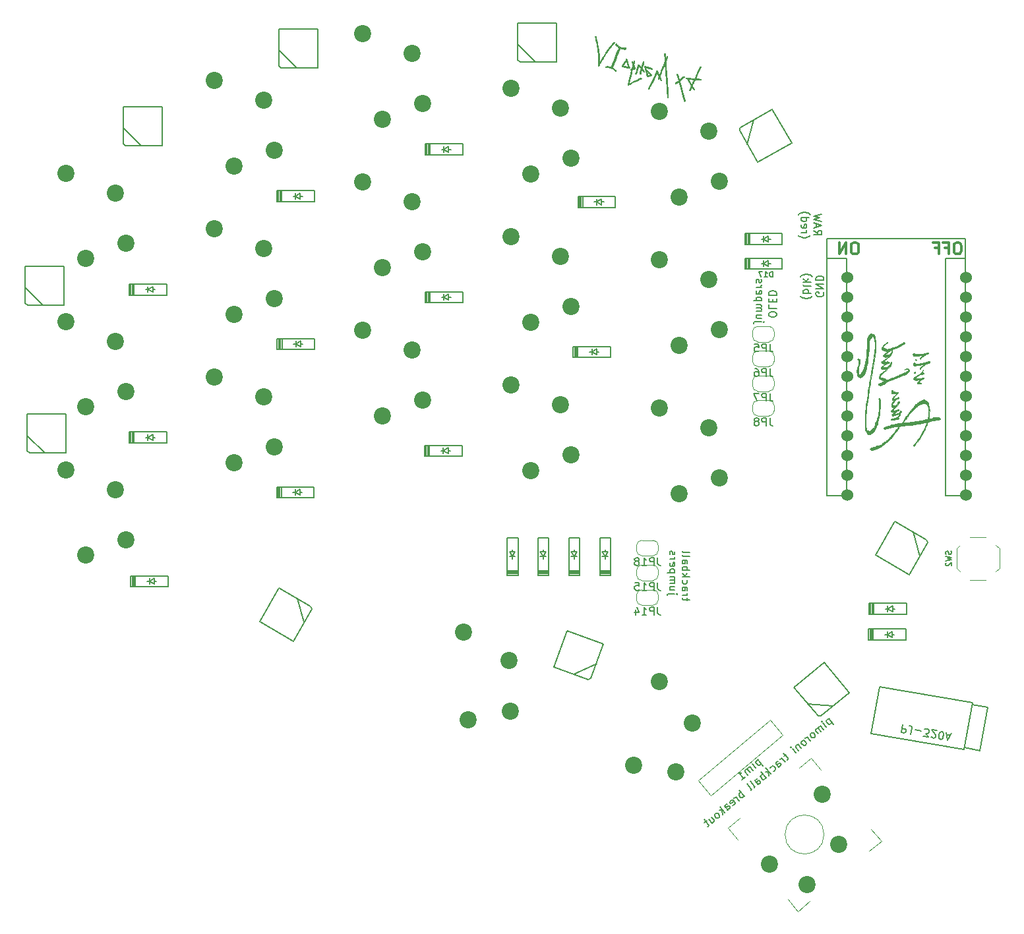
<source format=gbr>
G04 #@! TF.GenerationSoftware,KiCad,Pcbnew,(6.0.4-0)*
G04 #@! TF.CreationDate,2022-05-15T19:59:01-07:00*
G04 #@! TF.ProjectId,split_3x,73706c69-745f-4337-982e-6b696361645f,rev?*
G04 #@! TF.SameCoordinates,Original*
G04 #@! TF.FileFunction,Legend,Bot*
G04 #@! TF.FilePolarity,Positive*
%FSLAX46Y46*%
G04 Gerber Fmt 4.6, Leading zero omitted, Abs format (unit mm)*
G04 Created by KiCad (PCBNEW (6.0.4-0)) date 2022-05-15 19:59:01*
%MOMM*%
%LPD*%
G01*
G04 APERTURE LIST*
%ADD10C,0.200000*%
%ADD11C,0.300000*%
%ADD12C,0.150000*%
%ADD13C,0.120000*%
%ADD14C,0.010000*%
%ADD15C,2.200000*%
%ADD16C,1.524000*%
G04 APERTURE END LIST*
D10*
X164531785Y-119482738D02*
X164531785Y-119101785D01*
X164865119Y-119339880D02*
X164007976Y-119339880D01*
X163912738Y-119292261D01*
X163865119Y-119197023D01*
X163865119Y-119101785D01*
X163865119Y-118768452D02*
X164531785Y-118768452D01*
X164341309Y-118768452D02*
X164436547Y-118720833D01*
X164484166Y-118673214D01*
X164531785Y-118577976D01*
X164531785Y-118482738D01*
X163865119Y-117720833D02*
X164388928Y-117720833D01*
X164484166Y-117768452D01*
X164531785Y-117863690D01*
X164531785Y-118054166D01*
X164484166Y-118149404D01*
X163912738Y-117720833D02*
X163865119Y-117816071D01*
X163865119Y-118054166D01*
X163912738Y-118149404D01*
X164007976Y-118197023D01*
X164103214Y-118197023D01*
X164198452Y-118149404D01*
X164246071Y-118054166D01*
X164246071Y-117816071D01*
X164293690Y-117720833D01*
X163912738Y-116816071D02*
X163865119Y-116911309D01*
X163865119Y-117101785D01*
X163912738Y-117197023D01*
X163960357Y-117244642D01*
X164055595Y-117292261D01*
X164341309Y-117292261D01*
X164436547Y-117244642D01*
X164484166Y-117197023D01*
X164531785Y-117101785D01*
X164531785Y-116911309D01*
X164484166Y-116816071D01*
X163865119Y-116387500D02*
X164865119Y-116387500D01*
X164246071Y-116292261D02*
X163865119Y-116006547D01*
X164531785Y-116006547D02*
X164150833Y-116387500D01*
X163865119Y-115577976D02*
X164865119Y-115577976D01*
X164484166Y-115577976D02*
X164531785Y-115482738D01*
X164531785Y-115292261D01*
X164484166Y-115197023D01*
X164436547Y-115149404D01*
X164341309Y-115101785D01*
X164055595Y-115101785D01*
X163960357Y-115149404D01*
X163912738Y-115197023D01*
X163865119Y-115292261D01*
X163865119Y-115482738D01*
X163912738Y-115577976D01*
X163865119Y-114244642D02*
X164388928Y-114244642D01*
X164484166Y-114292261D01*
X164531785Y-114387500D01*
X164531785Y-114577976D01*
X164484166Y-114673214D01*
X163912738Y-114244642D02*
X163865119Y-114339880D01*
X163865119Y-114577976D01*
X163912738Y-114673214D01*
X164007976Y-114720833D01*
X164103214Y-114720833D01*
X164198452Y-114673214D01*
X164246071Y-114577976D01*
X164246071Y-114339880D01*
X164293690Y-114244642D01*
X163865119Y-113625595D02*
X163912738Y-113720833D01*
X164007976Y-113768452D01*
X164865119Y-113768452D01*
X163865119Y-113101785D02*
X163912738Y-113197023D01*
X164007976Y-113244642D01*
X164865119Y-113244642D01*
X162921785Y-118601785D02*
X162064642Y-118601785D01*
X161969404Y-118649404D01*
X161921785Y-118744642D01*
X161921785Y-118792261D01*
X163255119Y-118601785D02*
X163207500Y-118649404D01*
X163159880Y-118601785D01*
X163207500Y-118554166D01*
X163255119Y-118601785D01*
X163159880Y-118601785D01*
X162921785Y-117697023D02*
X162255119Y-117697023D01*
X162921785Y-118125595D02*
X162397976Y-118125595D01*
X162302738Y-118077976D01*
X162255119Y-117982738D01*
X162255119Y-117839880D01*
X162302738Y-117744642D01*
X162350357Y-117697023D01*
X162255119Y-117220833D02*
X162921785Y-117220833D01*
X162826547Y-117220833D02*
X162874166Y-117173214D01*
X162921785Y-117077976D01*
X162921785Y-116935119D01*
X162874166Y-116839880D01*
X162778928Y-116792261D01*
X162255119Y-116792261D01*
X162778928Y-116792261D02*
X162874166Y-116744642D01*
X162921785Y-116649404D01*
X162921785Y-116506547D01*
X162874166Y-116411309D01*
X162778928Y-116363690D01*
X162255119Y-116363690D01*
X162921785Y-115887500D02*
X161921785Y-115887500D01*
X162874166Y-115887500D02*
X162921785Y-115792261D01*
X162921785Y-115601785D01*
X162874166Y-115506547D01*
X162826547Y-115458928D01*
X162731309Y-115411309D01*
X162445595Y-115411309D01*
X162350357Y-115458928D01*
X162302738Y-115506547D01*
X162255119Y-115601785D01*
X162255119Y-115792261D01*
X162302738Y-115887500D01*
X162302738Y-114601785D02*
X162255119Y-114697023D01*
X162255119Y-114887500D01*
X162302738Y-114982738D01*
X162397976Y-115030357D01*
X162778928Y-115030357D01*
X162874166Y-114982738D01*
X162921785Y-114887500D01*
X162921785Y-114697023D01*
X162874166Y-114601785D01*
X162778928Y-114554166D01*
X162683690Y-114554166D01*
X162588452Y-115030357D01*
X162255119Y-114125595D02*
X162921785Y-114125595D01*
X162731309Y-114125595D02*
X162826547Y-114077976D01*
X162874166Y-114030357D01*
X162921785Y-113935119D01*
X162921785Y-113839880D01*
X162302738Y-113554166D02*
X162255119Y-113458928D01*
X162255119Y-113268452D01*
X162302738Y-113173214D01*
X162397976Y-113125595D01*
X162445595Y-113125595D01*
X162540833Y-113173214D01*
X162588452Y-113268452D01*
X162588452Y-113411309D01*
X162636071Y-113506547D01*
X162731309Y-113554166D01*
X162778928Y-113554166D01*
X162874166Y-113506547D01*
X162921785Y-113411309D01*
X162921785Y-113268452D01*
X162874166Y-113173214D01*
X175977619Y-82795833D02*
X175977619Y-82605357D01*
X175930000Y-82510119D01*
X175834761Y-82414880D01*
X175644285Y-82367261D01*
X175310952Y-82367261D01*
X175120476Y-82414880D01*
X175025238Y-82510119D01*
X174977619Y-82605357D01*
X174977619Y-82795833D01*
X175025238Y-82891071D01*
X175120476Y-82986309D01*
X175310952Y-83033928D01*
X175644285Y-83033928D01*
X175834761Y-82986309D01*
X175930000Y-82891071D01*
X175977619Y-82795833D01*
X174977619Y-81462500D02*
X174977619Y-81938690D01*
X175977619Y-81938690D01*
X175501428Y-81129166D02*
X175501428Y-80795833D01*
X174977619Y-80652976D02*
X174977619Y-81129166D01*
X175977619Y-81129166D01*
X175977619Y-80652976D01*
X174977619Y-80224404D02*
X175977619Y-80224404D01*
X175977619Y-79986309D01*
X175930000Y-79843452D01*
X175834761Y-79748214D01*
X175739523Y-79700595D01*
X175549047Y-79652976D01*
X175406190Y-79652976D01*
X175215714Y-79700595D01*
X175120476Y-79748214D01*
X175025238Y-79843452D01*
X174977619Y-79986309D01*
X174977619Y-80224404D01*
X174034285Y-83676785D02*
X173177142Y-83676785D01*
X173081904Y-83724404D01*
X173034285Y-83819642D01*
X173034285Y-83867261D01*
X174367619Y-83676785D02*
X174320000Y-83724404D01*
X174272380Y-83676785D01*
X174320000Y-83629166D01*
X174367619Y-83676785D01*
X174272380Y-83676785D01*
X174034285Y-82772023D02*
X173367619Y-82772023D01*
X174034285Y-83200595D02*
X173510476Y-83200595D01*
X173415238Y-83152976D01*
X173367619Y-83057738D01*
X173367619Y-82914880D01*
X173415238Y-82819642D01*
X173462857Y-82772023D01*
X173367619Y-82295833D02*
X174034285Y-82295833D01*
X173939047Y-82295833D02*
X173986666Y-82248214D01*
X174034285Y-82152976D01*
X174034285Y-82010119D01*
X173986666Y-81914880D01*
X173891428Y-81867261D01*
X173367619Y-81867261D01*
X173891428Y-81867261D02*
X173986666Y-81819642D01*
X174034285Y-81724404D01*
X174034285Y-81581547D01*
X173986666Y-81486309D01*
X173891428Y-81438690D01*
X173367619Y-81438690D01*
X174034285Y-80962500D02*
X173034285Y-80962500D01*
X173986666Y-80962500D02*
X174034285Y-80867261D01*
X174034285Y-80676785D01*
X173986666Y-80581547D01*
X173939047Y-80533928D01*
X173843809Y-80486309D01*
X173558095Y-80486309D01*
X173462857Y-80533928D01*
X173415238Y-80581547D01*
X173367619Y-80676785D01*
X173367619Y-80867261D01*
X173415238Y-80962500D01*
X173415238Y-79676785D02*
X173367619Y-79772023D01*
X173367619Y-79962500D01*
X173415238Y-80057738D01*
X173510476Y-80105357D01*
X173891428Y-80105357D01*
X173986666Y-80057738D01*
X174034285Y-79962500D01*
X174034285Y-79772023D01*
X173986666Y-79676785D01*
X173891428Y-79629166D01*
X173796190Y-79629166D01*
X173700952Y-80105357D01*
X173367619Y-79200595D02*
X174034285Y-79200595D01*
X173843809Y-79200595D02*
X173939047Y-79152976D01*
X173986666Y-79105357D01*
X174034285Y-79010119D01*
X174034285Y-78914880D01*
X173415238Y-78629166D02*
X173367619Y-78533928D01*
X173367619Y-78343452D01*
X173415238Y-78248214D01*
X173510476Y-78200595D01*
X173558095Y-78200595D01*
X173653333Y-78248214D01*
X173700952Y-78343452D01*
X173700952Y-78486309D01*
X173748571Y-78581547D01*
X173843809Y-78629166D01*
X173891428Y-78629166D01*
X173986666Y-78581547D01*
X174034285Y-78486309D01*
X174034285Y-78343452D01*
X173986666Y-78248214D01*
D11*
X199382571Y-73452571D02*
X199096857Y-73452571D01*
X198954000Y-73524000D01*
X198811142Y-73666857D01*
X198739714Y-73952571D01*
X198739714Y-74452571D01*
X198811142Y-74738285D01*
X198954000Y-74881142D01*
X199096857Y-74952571D01*
X199382571Y-74952571D01*
X199525428Y-74881142D01*
X199668285Y-74738285D01*
X199739714Y-74452571D01*
X199739714Y-73952571D01*
X199668285Y-73666857D01*
X199525428Y-73524000D01*
X199382571Y-73452571D01*
X197596857Y-74166857D02*
X198096857Y-74166857D01*
X198096857Y-74952571D02*
X198096857Y-73452571D01*
X197382571Y-73452571D01*
X196311142Y-74166857D02*
X196811142Y-74166857D01*
X196811142Y-74952571D02*
X196811142Y-73452571D01*
X196096857Y-73452571D01*
X186182571Y-73452571D02*
X185896857Y-73452571D01*
X185754000Y-73524000D01*
X185611142Y-73666857D01*
X185539714Y-73952571D01*
X185539714Y-74452571D01*
X185611142Y-74738285D01*
X185754000Y-74881142D01*
X185896857Y-74952571D01*
X186182571Y-74952571D01*
X186325428Y-74881142D01*
X186468285Y-74738285D01*
X186539714Y-74452571D01*
X186539714Y-73952571D01*
X186468285Y-73666857D01*
X186325428Y-73524000D01*
X186182571Y-73452571D01*
X184896857Y-74952571D02*
X184896857Y-73452571D01*
X184039714Y-74952571D01*
X184039714Y-73452571D01*
D10*
X181987000Y-79861904D02*
X182034619Y-79957142D01*
X182034619Y-80100000D01*
X181987000Y-80242857D01*
X181891761Y-80338095D01*
X181796523Y-80385714D01*
X181606047Y-80433333D01*
X181463190Y-80433333D01*
X181272714Y-80385714D01*
X181177476Y-80338095D01*
X181082238Y-80242857D01*
X181034619Y-80100000D01*
X181034619Y-80004761D01*
X181082238Y-79861904D01*
X181129857Y-79814285D01*
X181463190Y-79814285D01*
X181463190Y-80004761D01*
X181034619Y-79385714D02*
X182034619Y-79385714D01*
X181034619Y-78814285D01*
X182034619Y-78814285D01*
X181034619Y-78338095D02*
X182034619Y-78338095D01*
X182034619Y-78100000D01*
X181987000Y-77957142D01*
X181891761Y-77861904D01*
X181796523Y-77814285D01*
X181606047Y-77766666D01*
X181463190Y-77766666D01*
X181272714Y-77814285D01*
X181177476Y-77861904D01*
X181082238Y-77957142D01*
X181034619Y-78100000D01*
X181034619Y-78338095D01*
X179043666Y-80361904D02*
X179091285Y-80409523D01*
X179234142Y-80504761D01*
X179329380Y-80552380D01*
X179472238Y-80600000D01*
X179710333Y-80647619D01*
X179900809Y-80647619D01*
X180138904Y-80600000D01*
X180281761Y-80552380D01*
X180377000Y-80504761D01*
X180519857Y-80409523D01*
X180567476Y-80361904D01*
X179424619Y-79980952D02*
X180424619Y-79980952D01*
X180043666Y-79980952D02*
X180091285Y-79885714D01*
X180091285Y-79695238D01*
X180043666Y-79600000D01*
X179996047Y-79552380D01*
X179900809Y-79504761D01*
X179615095Y-79504761D01*
X179519857Y-79552380D01*
X179472238Y-79600000D01*
X179424619Y-79695238D01*
X179424619Y-79885714D01*
X179472238Y-79980952D01*
X179424619Y-78933333D02*
X179472238Y-79028571D01*
X179567476Y-79076190D01*
X180424619Y-79076190D01*
X179424619Y-78552380D02*
X180424619Y-78552380D01*
X179805571Y-78457142D02*
X179424619Y-78171428D01*
X180091285Y-78171428D02*
X179710333Y-78552380D01*
X179043666Y-77838095D02*
X179091285Y-77790476D01*
X179234142Y-77695238D01*
X179329380Y-77647619D01*
X179472238Y-77600000D01*
X179710333Y-77552380D01*
X179900809Y-77552380D01*
X180138904Y-77600000D01*
X180281761Y-77647619D01*
X180377000Y-77695238D01*
X180519857Y-77790476D01*
X180567476Y-77838095D01*
X180780619Y-71916476D02*
X181256809Y-72249809D01*
X180780619Y-72487904D02*
X181780619Y-72487904D01*
X181780619Y-72106952D01*
X181733000Y-72011714D01*
X181685380Y-71964095D01*
X181590142Y-71916476D01*
X181447285Y-71916476D01*
X181352047Y-71964095D01*
X181304428Y-72011714D01*
X181256809Y-72106952D01*
X181256809Y-72487904D01*
X181066333Y-71535523D02*
X181066333Y-71059333D01*
X180780619Y-71630761D02*
X181780619Y-71297428D01*
X180780619Y-70964095D01*
X181780619Y-70726000D02*
X180780619Y-70487904D01*
X181494904Y-70297428D01*
X180780619Y-70106952D01*
X181780619Y-69868857D01*
X178789666Y-72559333D02*
X178837285Y-72606952D01*
X178980142Y-72702190D01*
X179075380Y-72749809D01*
X179218238Y-72797428D01*
X179456333Y-72845047D01*
X179646809Y-72845047D01*
X179884904Y-72797428D01*
X180027761Y-72749809D01*
X180123000Y-72702190D01*
X180265857Y-72606952D01*
X180313476Y-72559333D01*
X179170619Y-72178380D02*
X179837285Y-72178380D01*
X179646809Y-72178380D02*
X179742047Y-72130761D01*
X179789666Y-72083142D01*
X179837285Y-71987904D01*
X179837285Y-71892666D01*
X179218238Y-71178380D02*
X179170619Y-71273619D01*
X179170619Y-71464095D01*
X179218238Y-71559333D01*
X179313476Y-71606952D01*
X179694428Y-71606952D01*
X179789666Y-71559333D01*
X179837285Y-71464095D01*
X179837285Y-71273619D01*
X179789666Y-71178380D01*
X179694428Y-71130761D01*
X179599190Y-71130761D01*
X179503952Y-71606952D01*
X179170619Y-70273619D02*
X180170619Y-70273619D01*
X179218238Y-70273619D02*
X179170619Y-70368857D01*
X179170619Y-70559333D01*
X179218238Y-70654571D01*
X179265857Y-70702190D01*
X179361095Y-70749809D01*
X179646809Y-70749809D01*
X179742047Y-70702190D01*
X179789666Y-70654571D01*
X179837285Y-70559333D01*
X179837285Y-70368857D01*
X179789666Y-70273619D01*
X178789666Y-69892666D02*
X178837285Y-69845047D01*
X178980142Y-69749809D01*
X179075380Y-69702190D01*
X179218238Y-69654571D01*
X179456333Y-69606952D01*
X179646809Y-69606952D01*
X179884904Y-69654571D01*
X180027761Y-69702190D01*
X180123000Y-69749809D01*
X180265857Y-69845047D01*
X180313476Y-69892666D01*
D12*
G04 #@! TO.C,U2*
X192142059Y-135390452D02*
X191968411Y-136375260D01*
X192343576Y-136441412D01*
X192445636Y-136411054D01*
X192500801Y-136372427D01*
X192564234Y-136286905D01*
X192589041Y-136146218D01*
X192558684Y-136044158D01*
X192520057Y-135988994D01*
X192434535Y-135925560D01*
X192059370Y-135859408D01*
X193234593Y-136598522D02*
X193358627Y-135895088D01*
X193336538Y-135746132D01*
X193259285Y-135635803D01*
X193126867Y-135564100D01*
X193033076Y-135547563D01*
X193811045Y-136071569D02*
X194561375Y-136203872D01*
X194829043Y-136879667D02*
X195438686Y-136987163D01*
X195176569Y-136554116D01*
X195317255Y-136578922D01*
X195419316Y-136548565D01*
X195474480Y-136509938D01*
X195537914Y-136424416D01*
X195579258Y-136189938D01*
X195548901Y-136087878D01*
X195510274Y-136032713D01*
X195424752Y-135969280D01*
X195143378Y-135919666D01*
X195041318Y-135950023D01*
X194986153Y-135988650D01*
X195830389Y-136959524D02*
X195869016Y-137014688D01*
X195954538Y-137078122D01*
X196189016Y-137119467D01*
X196291076Y-137089109D01*
X196346241Y-137050482D01*
X196409674Y-136964960D01*
X196426212Y-136871169D01*
X196404123Y-136722213D01*
X195940604Y-136060238D01*
X196550246Y-136167735D01*
X196986241Y-137260039D02*
X197080032Y-137276577D01*
X197182093Y-137246219D01*
X197237257Y-137207592D01*
X197300691Y-137122070D01*
X197380662Y-136942757D01*
X197422007Y-136708279D01*
X197408187Y-136512427D01*
X197377829Y-136410367D01*
X197339203Y-136355203D01*
X197253681Y-136291769D01*
X197159889Y-136275231D01*
X197057829Y-136305589D01*
X197002665Y-136344215D01*
X196939231Y-136429738D01*
X196859260Y-136609051D01*
X196817915Y-136843529D01*
X196831735Y-137039381D01*
X196862092Y-137141441D01*
X196900719Y-137196605D01*
X196986241Y-137260039D01*
X197813710Y-136680639D02*
X198282666Y-136763329D01*
X197769532Y-136382728D02*
X197924153Y-137425418D01*
X198426071Y-136498493D01*
G04 #@! TO.C,D17*
X175475000Y-77916666D02*
X175475000Y-77216666D01*
X175308333Y-77216666D01*
X175208333Y-77250000D01*
X175141666Y-77316666D01*
X175108333Y-77383333D01*
X175075000Y-77516666D01*
X175075000Y-77616666D01*
X175108333Y-77750000D01*
X175141666Y-77816666D01*
X175208333Y-77883333D01*
X175308333Y-77916666D01*
X175475000Y-77916666D01*
X174408333Y-77916666D02*
X174808333Y-77916666D01*
X174608333Y-77916666D02*
X174608333Y-77216666D01*
X174675000Y-77316666D01*
X174741666Y-77383333D01*
X174808333Y-77416666D01*
X174175000Y-77216666D02*
X173708333Y-77216666D01*
X174008333Y-77916666D01*
G04 #@! TO.C,JP5*
X175120833Y-86477380D02*
X175120833Y-87191666D01*
X175168452Y-87334523D01*
X175263690Y-87429761D01*
X175406547Y-87477380D01*
X175501785Y-87477380D01*
X174644642Y-87477380D02*
X174644642Y-86477380D01*
X174263690Y-86477380D01*
X174168452Y-86525000D01*
X174120833Y-86572619D01*
X174073214Y-86667857D01*
X174073214Y-86810714D01*
X174120833Y-86905952D01*
X174168452Y-86953571D01*
X174263690Y-87001190D01*
X174644642Y-87001190D01*
X173168452Y-86477380D02*
X173644642Y-86477380D01*
X173692261Y-86953571D01*
X173644642Y-86905952D01*
X173549404Y-86858333D01*
X173311309Y-86858333D01*
X173216071Y-86905952D01*
X173168452Y-86953571D01*
X173120833Y-87048809D01*
X173120833Y-87286904D01*
X173168452Y-87382142D01*
X173216071Y-87429761D01*
X173311309Y-87477380D01*
X173549404Y-87477380D01*
X173644642Y-87429761D01*
X173692261Y-87382142D01*
G04 #@! TO.C,JP6*
X175120833Y-89652380D02*
X175120833Y-90366666D01*
X175168452Y-90509523D01*
X175263690Y-90604761D01*
X175406547Y-90652380D01*
X175501785Y-90652380D01*
X174644642Y-90652380D02*
X174644642Y-89652380D01*
X174263690Y-89652380D01*
X174168452Y-89700000D01*
X174120833Y-89747619D01*
X174073214Y-89842857D01*
X174073214Y-89985714D01*
X174120833Y-90080952D01*
X174168452Y-90128571D01*
X174263690Y-90176190D01*
X174644642Y-90176190D01*
X173216071Y-89652380D02*
X173406547Y-89652380D01*
X173501785Y-89700000D01*
X173549404Y-89747619D01*
X173644642Y-89890476D01*
X173692261Y-90080952D01*
X173692261Y-90461904D01*
X173644642Y-90557142D01*
X173597023Y-90604761D01*
X173501785Y-90652380D01*
X173311309Y-90652380D01*
X173216071Y-90604761D01*
X173168452Y-90557142D01*
X173120833Y-90461904D01*
X173120833Y-90223809D01*
X173168452Y-90128571D01*
X173216071Y-90080952D01*
X173311309Y-90033333D01*
X173501785Y-90033333D01*
X173597023Y-90080952D01*
X173644642Y-90128571D01*
X173692261Y-90223809D01*
G04 #@! TO.C,JP7*
X175120833Y-92827380D02*
X175120833Y-93541666D01*
X175168452Y-93684523D01*
X175263690Y-93779761D01*
X175406547Y-93827380D01*
X175501785Y-93827380D01*
X174644642Y-93827380D02*
X174644642Y-92827380D01*
X174263690Y-92827380D01*
X174168452Y-92875000D01*
X174120833Y-92922619D01*
X174073214Y-93017857D01*
X174073214Y-93160714D01*
X174120833Y-93255952D01*
X174168452Y-93303571D01*
X174263690Y-93351190D01*
X174644642Y-93351190D01*
X173739880Y-92827380D02*
X173073214Y-92827380D01*
X173501785Y-93827380D01*
G04 #@! TO.C,JP8*
X175120833Y-96002380D02*
X175120833Y-96716666D01*
X175168452Y-96859523D01*
X175263690Y-96954761D01*
X175406547Y-97002380D01*
X175501785Y-97002380D01*
X174644642Y-97002380D02*
X174644642Y-96002380D01*
X174263690Y-96002380D01*
X174168452Y-96050000D01*
X174120833Y-96097619D01*
X174073214Y-96192857D01*
X174073214Y-96335714D01*
X174120833Y-96430952D01*
X174168452Y-96478571D01*
X174263690Y-96526190D01*
X174644642Y-96526190D01*
X173501785Y-96430952D02*
X173597023Y-96383333D01*
X173644642Y-96335714D01*
X173692261Y-96240476D01*
X173692261Y-96192857D01*
X173644642Y-96097619D01*
X173597023Y-96050000D01*
X173501785Y-96002380D01*
X173311309Y-96002380D01*
X173216071Y-96050000D01*
X173168452Y-96097619D01*
X173120833Y-96192857D01*
X173120833Y-96240476D01*
X173168452Y-96335714D01*
X173216071Y-96383333D01*
X173311309Y-96430952D01*
X173501785Y-96430952D01*
X173597023Y-96478571D01*
X173644642Y-96526190D01*
X173692261Y-96621428D01*
X173692261Y-96811904D01*
X173644642Y-96907142D01*
X173597023Y-96954761D01*
X173501785Y-97002380D01*
X173311309Y-97002380D01*
X173216071Y-96954761D01*
X173168452Y-96907142D01*
X173120833Y-96811904D01*
X173120833Y-96621428D01*
X173168452Y-96526190D01*
X173216071Y-96478571D01*
X173311309Y-96430952D01*
G04 #@! TO.C,SW2*
X198377083Y-113116666D02*
X198410416Y-113216666D01*
X198410416Y-113383333D01*
X198377083Y-113450000D01*
X198343750Y-113483333D01*
X198277083Y-113516666D01*
X198210416Y-113516666D01*
X198143750Y-113483333D01*
X198110416Y-113450000D01*
X198077083Y-113383333D01*
X198043750Y-113250000D01*
X198010416Y-113183333D01*
X197977083Y-113150000D01*
X197910416Y-113116666D01*
X197843750Y-113116666D01*
X197777083Y-113150000D01*
X197743750Y-113183333D01*
X197710416Y-113250000D01*
X197710416Y-113416666D01*
X197743750Y-113516666D01*
X197710416Y-113750000D02*
X198410416Y-113916666D01*
X197910416Y-114050000D01*
X198410416Y-114183333D01*
X197710416Y-114350000D01*
X197777083Y-114583333D02*
X197743750Y-114616666D01*
X197710416Y-114683333D01*
X197710416Y-114850000D01*
X197743750Y-114916666D01*
X197777083Y-114950000D01*
X197843750Y-114983333D01*
X197910416Y-114983333D01*
X198010416Y-114950000D01*
X198410416Y-114550000D01*
X198410416Y-114983333D01*
G04 #@! TO.C,pim1*
X173582369Y-139896459D02*
X174225156Y-140662503D01*
X173612978Y-139932937D02*
X173509412Y-139957677D01*
X173363499Y-140080112D01*
X173321151Y-140177809D01*
X173315282Y-140244896D01*
X173340021Y-140348461D01*
X173523675Y-140567331D01*
X173621371Y-140609679D01*
X173688458Y-140615548D01*
X173792024Y-140590809D01*
X173937937Y-140468373D01*
X173980285Y-140370677D01*
X173317806Y-140988725D02*
X172889281Y-140478029D01*
X172675018Y-140222680D02*
X172742105Y-140228550D01*
X172736236Y-140295637D01*
X172669149Y-140289768D01*
X172675018Y-140222680D01*
X172736236Y-140295637D01*
X172953023Y-141294814D02*
X172524498Y-140784118D01*
X172585716Y-140857075D02*
X172518628Y-140851205D01*
X172415063Y-140875945D01*
X172305628Y-140967772D01*
X172263280Y-141065468D01*
X172288020Y-141169033D01*
X172624718Y-141570295D01*
X172288020Y-141169033D02*
X172190324Y-141126686D01*
X172086758Y-141151425D01*
X171977323Y-141243252D01*
X171934975Y-141340948D01*
X171959715Y-141444514D01*
X172296413Y-141845775D01*
X171530369Y-142488563D02*
X171968108Y-142121255D01*
X171749239Y-142304909D02*
X171106451Y-141538865D01*
X171271234Y-141587082D01*
X171405409Y-141598820D01*
X171508974Y-141574081D01*
X182658827Y-134630139D02*
X183301614Y-135396184D01*
X182689436Y-134666618D02*
X182585870Y-134691357D01*
X182439957Y-134813793D01*
X182397609Y-134911489D01*
X182391740Y-134978577D01*
X182416480Y-135082142D01*
X182600133Y-135301012D01*
X182697829Y-135343360D01*
X182764917Y-135349229D01*
X182868482Y-135324489D01*
X183014395Y-135202054D01*
X183056743Y-135104357D01*
X182394264Y-135722406D02*
X181965739Y-135211709D01*
X181751477Y-134956361D02*
X181818564Y-134962230D01*
X181812694Y-135029318D01*
X181745607Y-135023448D01*
X181751477Y-134956361D01*
X181812694Y-135029318D01*
X182029481Y-136028495D02*
X181600956Y-135517799D01*
X181662174Y-135590755D02*
X181595087Y-135584886D01*
X181491521Y-135609625D01*
X181382086Y-135701452D01*
X181339738Y-135799148D01*
X181364478Y-135902714D01*
X181701176Y-136303975D01*
X181364478Y-135902714D02*
X181266782Y-135860366D01*
X181163216Y-135885106D01*
X181053781Y-135976933D01*
X181011434Y-136074629D01*
X181036173Y-136178194D01*
X181372872Y-136579456D01*
X180898654Y-136977372D02*
X180941001Y-136879676D01*
X180946871Y-136812588D01*
X180922131Y-136709023D01*
X180738477Y-136490153D01*
X180640781Y-136447805D01*
X180573694Y-136441936D01*
X180470128Y-136466676D01*
X180360694Y-136558502D01*
X180318346Y-136656198D01*
X180312476Y-136723286D01*
X180337216Y-136826851D01*
X180520870Y-137045721D01*
X180618566Y-137088069D01*
X180685653Y-137093938D01*
X180789219Y-137069199D01*
X180898654Y-136977372D01*
X180315001Y-137467115D02*
X179886476Y-136956418D01*
X180008911Y-137102332D02*
X179911215Y-137059984D01*
X179844128Y-137054115D01*
X179740562Y-137078854D01*
X179667606Y-137140072D01*
X179731348Y-137956858D02*
X179773695Y-137859162D01*
X179779565Y-137792074D01*
X179754825Y-137688509D01*
X179571172Y-137469639D01*
X179473475Y-137427291D01*
X179406388Y-137421422D01*
X179302823Y-137446161D01*
X179193388Y-137537988D01*
X179151040Y-137635684D01*
X179145171Y-137702772D01*
X179169910Y-137806337D01*
X179353564Y-138025207D01*
X179451260Y-138067555D01*
X179518347Y-138073424D01*
X179621913Y-138048684D01*
X179731348Y-137956858D01*
X178719170Y-137935904D02*
X179147695Y-138446601D01*
X178780388Y-138008861D02*
X178713300Y-138002992D01*
X178609735Y-138027731D01*
X178500300Y-138119558D01*
X178457952Y-138217254D01*
X178482692Y-138320820D01*
X178819390Y-138722081D01*
X178454607Y-139028170D02*
X178026082Y-138517474D01*
X177811819Y-138262126D02*
X177878907Y-138267995D01*
X177873037Y-138335083D01*
X177805950Y-138329213D01*
X177811819Y-138262126D01*
X177873037Y-138335083D01*
X177187081Y-139221480D02*
X176895254Y-139466351D01*
X176863383Y-139057958D02*
X177414344Y-139714568D01*
X177439084Y-139818133D01*
X177396736Y-139915829D01*
X177323779Y-139977047D01*
X177068431Y-140191310D02*
X176639906Y-139680614D01*
X176762342Y-139826527D02*
X176664646Y-139784179D01*
X176597559Y-139778310D01*
X176493993Y-139803049D01*
X176421036Y-139864267D01*
X176265909Y-140864706D02*
X175929210Y-140463445D01*
X175904471Y-140359879D01*
X175946818Y-140262183D01*
X176092732Y-140139748D01*
X176196297Y-140115008D01*
X176235300Y-140828228D02*
X176338865Y-140803489D01*
X176521257Y-140650444D01*
X176563604Y-140552748D01*
X176538865Y-140449182D01*
X176477647Y-140376226D01*
X176379951Y-140333878D01*
X176276385Y-140358617D01*
X176093994Y-140511662D01*
X175990428Y-140536402D01*
X175542212Y-141409798D02*
X175645777Y-141385058D01*
X175791691Y-141262623D01*
X175834038Y-141164926D01*
X175839908Y-141097839D01*
X175815168Y-140994274D01*
X175631514Y-140775404D01*
X175533818Y-140733056D01*
X175466731Y-140727187D01*
X175363166Y-140751926D01*
X175217252Y-140874362D01*
X175174905Y-140972058D01*
X175244516Y-141721757D02*
X174601728Y-140955712D01*
X174926688Y-141491148D02*
X174952690Y-141966628D01*
X174524164Y-141455932D02*
X175060862Y-141502887D01*
X174624385Y-142242108D02*
X173981597Y-141476064D01*
X174226469Y-141767890D02*
X174122903Y-141792630D01*
X173976990Y-141915066D01*
X173934642Y-142012762D01*
X173928773Y-142079849D01*
X173953512Y-142183415D01*
X174137166Y-142402285D01*
X174234862Y-142444632D01*
X174301949Y-142450502D01*
X174405515Y-142425762D01*
X174551428Y-142303326D01*
X174593776Y-142205630D01*
X173602992Y-143099159D02*
X173266294Y-142697897D01*
X173241554Y-142594332D01*
X173283902Y-142496635D01*
X173429815Y-142374200D01*
X173533381Y-142349460D01*
X173572383Y-143062680D02*
X173675949Y-143037941D01*
X173858340Y-142884896D01*
X173900688Y-142787200D01*
X173875948Y-142683634D01*
X173814731Y-142610678D01*
X173717034Y-142568330D01*
X173613469Y-142593070D01*
X173431077Y-142746114D01*
X173327512Y-142770854D01*
X173128774Y-143497075D02*
X173171122Y-143399379D01*
X173146382Y-143295813D01*
X172595422Y-142639203D01*
X172727513Y-143833773D02*
X172769860Y-143736077D01*
X172745121Y-143632511D01*
X172194160Y-142975902D01*
X171852033Y-144568387D02*
X171209246Y-143802343D01*
X171454117Y-144094169D02*
X171350552Y-144118909D01*
X171204639Y-144241345D01*
X171162291Y-144339041D01*
X171156421Y-144406128D01*
X171181161Y-144509694D01*
X171364815Y-144728564D01*
X171462511Y-144770911D01*
X171529598Y-144776781D01*
X171633164Y-144752041D01*
X171779077Y-144629605D01*
X171821425Y-144531909D01*
X171158946Y-145149957D02*
X170730421Y-144639261D01*
X170852856Y-144785174D02*
X170755160Y-144742826D01*
X170688073Y-144736957D01*
X170584507Y-144761697D01*
X170511551Y-144822914D01*
X170362292Y-145756266D02*
X170465858Y-145731527D01*
X170611771Y-145609091D01*
X170654119Y-145511395D01*
X170629379Y-145407829D01*
X170384508Y-145116003D01*
X170286811Y-145073655D01*
X170183246Y-145098395D01*
X170037333Y-145220831D01*
X169994985Y-145318527D01*
X170019725Y-145422092D01*
X170080942Y-145495049D01*
X170506943Y-145261916D01*
X169699813Y-146374314D02*
X169363115Y-145973053D01*
X169338376Y-145869488D01*
X169380723Y-145771791D01*
X169526636Y-145649356D01*
X169630202Y-145624616D01*
X169669204Y-146337836D02*
X169772770Y-146313097D01*
X169955161Y-146160052D01*
X169997509Y-146062356D01*
X169972770Y-145958790D01*
X169911552Y-145885834D01*
X169813856Y-145843486D01*
X169710290Y-145868225D01*
X169527898Y-146021270D01*
X169424333Y-146046010D01*
X169335030Y-146680404D02*
X168692243Y-145914359D01*
X169017202Y-146449795D02*
X169043204Y-146925275D01*
X168614679Y-146414579D02*
X169151377Y-146461534D01*
X168605464Y-147292582D02*
X168647812Y-147194886D01*
X168653681Y-147127799D01*
X168628942Y-147024234D01*
X168445288Y-146805364D01*
X168347592Y-146763016D01*
X168280505Y-146757147D01*
X168176939Y-146781886D01*
X168067504Y-146873713D01*
X168025156Y-146971409D01*
X168019287Y-147038496D01*
X168044027Y-147142062D01*
X168227680Y-147360932D01*
X168325376Y-147403279D01*
X168392464Y-147409149D01*
X168496029Y-147384409D01*
X168605464Y-147292582D01*
X167264981Y-147547110D02*
X167693506Y-148057806D01*
X167593286Y-147271629D02*
X167929984Y-147672891D01*
X167954724Y-147776456D01*
X167912376Y-147874152D01*
X167802941Y-147965979D01*
X167699376Y-147990719D01*
X167632289Y-147984849D01*
X167009633Y-147761372D02*
X166717807Y-148006244D01*
X166685936Y-147597851D02*
X167236897Y-148254460D01*
X167261636Y-148358026D01*
X167219288Y-148455722D01*
X167146332Y-148516940D01*
G04 #@! TO.C,JP14*
X160709523Y-120314880D02*
X160709523Y-121029166D01*
X160757142Y-121172023D01*
X160852380Y-121267261D01*
X160995238Y-121314880D01*
X161090476Y-121314880D01*
X160233333Y-121314880D02*
X160233333Y-120314880D01*
X159852380Y-120314880D01*
X159757142Y-120362500D01*
X159709523Y-120410119D01*
X159661904Y-120505357D01*
X159661904Y-120648214D01*
X159709523Y-120743452D01*
X159757142Y-120791071D01*
X159852380Y-120838690D01*
X160233333Y-120838690D01*
X158709523Y-121314880D02*
X159280952Y-121314880D01*
X158995238Y-121314880D02*
X158995238Y-120314880D01*
X159090476Y-120457738D01*
X159185714Y-120552976D01*
X159280952Y-120600595D01*
X157852380Y-120648214D02*
X157852380Y-121314880D01*
X158090476Y-120267261D02*
X158328571Y-120981547D01*
X157709523Y-120981547D01*
G04 #@! TO.C,JP15*
X160709523Y-117139880D02*
X160709523Y-117854166D01*
X160757142Y-117997023D01*
X160852380Y-118092261D01*
X160995238Y-118139880D01*
X161090476Y-118139880D01*
X160233333Y-118139880D02*
X160233333Y-117139880D01*
X159852380Y-117139880D01*
X159757142Y-117187500D01*
X159709523Y-117235119D01*
X159661904Y-117330357D01*
X159661904Y-117473214D01*
X159709523Y-117568452D01*
X159757142Y-117616071D01*
X159852380Y-117663690D01*
X160233333Y-117663690D01*
X158709523Y-118139880D02*
X159280952Y-118139880D01*
X158995238Y-118139880D02*
X158995238Y-117139880D01*
X159090476Y-117282738D01*
X159185714Y-117377976D01*
X159280952Y-117425595D01*
X157804761Y-117139880D02*
X158280952Y-117139880D01*
X158328571Y-117616071D01*
X158280952Y-117568452D01*
X158185714Y-117520833D01*
X157947619Y-117520833D01*
X157852380Y-117568452D01*
X157804761Y-117616071D01*
X157757142Y-117711309D01*
X157757142Y-117949404D01*
X157804761Y-118044642D01*
X157852380Y-118092261D01*
X157947619Y-118139880D01*
X158185714Y-118139880D01*
X158280952Y-118092261D01*
X158328571Y-118044642D01*
G04 #@! TO.C,JP18*
X160709523Y-113964880D02*
X160709523Y-114679166D01*
X160757142Y-114822023D01*
X160852380Y-114917261D01*
X160995238Y-114964880D01*
X161090476Y-114964880D01*
X160233333Y-114964880D02*
X160233333Y-113964880D01*
X159852380Y-113964880D01*
X159757142Y-114012500D01*
X159709523Y-114060119D01*
X159661904Y-114155357D01*
X159661904Y-114298214D01*
X159709523Y-114393452D01*
X159757142Y-114441071D01*
X159852380Y-114488690D01*
X160233333Y-114488690D01*
X158709523Y-114964880D02*
X159280952Y-114964880D01*
X158995238Y-114964880D02*
X158995238Y-113964880D01*
X159090476Y-114107738D01*
X159185714Y-114202976D01*
X159280952Y-114250595D01*
X158138095Y-114393452D02*
X158233333Y-114345833D01*
X158280952Y-114298214D01*
X158328571Y-114202976D01*
X158328571Y-114155357D01*
X158280952Y-114060119D01*
X158233333Y-114012500D01*
X158138095Y-113964880D01*
X157947619Y-113964880D01*
X157852380Y-114012500D01*
X157804761Y-114060119D01*
X157757142Y-114155357D01*
X157757142Y-114202976D01*
X157804761Y-114298214D01*
X157852380Y-114345833D01*
X157947619Y-114393452D01*
X158138095Y-114393452D01*
X158233333Y-114441071D01*
X158280952Y-114488690D01*
X158328571Y-114583928D01*
X158328571Y-114774404D01*
X158280952Y-114869642D01*
X158233333Y-114917261D01*
X158138095Y-114964880D01*
X157947619Y-114964880D01*
X157852380Y-114917261D01*
X157804761Y-114869642D01*
X157757142Y-114774404D01*
X157757142Y-114583928D01*
X157804761Y-114488690D01*
X157852380Y-114441071D01*
X157947619Y-114393452D01*
D10*
G04 #@! TO.C,D3*
X93450000Y-117700000D02*
X93450000Y-116300000D01*
X93050000Y-117700000D02*
X97850000Y-117700000D01*
X95450000Y-117000000D02*
X96050000Y-117350000D01*
X96050000Y-117350000D02*
X96050000Y-116600000D01*
X96050000Y-116600000D02*
X95450000Y-117000000D01*
X93650000Y-117700000D02*
X93650000Y-116300000D01*
X96050000Y-117000000D02*
X96350000Y-117000000D01*
X93050000Y-117700000D02*
X93050000Y-116300000D01*
X93050000Y-116300000D02*
X97850000Y-116300000D01*
X95450000Y-117350000D02*
X95450000Y-116600000D01*
X97850000Y-117700000D02*
X97850000Y-116300000D01*
X93250000Y-117700000D02*
X93250000Y-116300000D01*
X95450000Y-117000000D02*
X95150000Y-117000000D01*
D12*
G04 #@! TO.C,U1*
X182478750Y-72932500D02*
X200258750Y-72932500D01*
X182478750Y-105952500D02*
X182478750Y-75472500D01*
X197718750Y-105952500D02*
X197718750Y-75472500D01*
X200258750Y-72932500D02*
X200258750Y-105952500D01*
X200258750Y-105952500D02*
X197718750Y-105952500D01*
X197718750Y-75472500D02*
X200258750Y-75472500D01*
X200258750Y-75472500D02*
X200258750Y-105952500D01*
X182478750Y-75472500D02*
X185018750Y-75472500D01*
X185018750Y-75472500D02*
X185018750Y-105952500D01*
X185018750Y-105952500D02*
X182478750Y-105952500D01*
X182478750Y-105952500D02*
X182478750Y-72932500D01*
G04 #@! TO.C,U2*
X201130236Y-132611394D02*
X189214062Y-130510251D01*
X200070982Y-138618721D02*
X188154808Y-136517579D01*
X203056440Y-133204892D02*
X202084010Y-138719816D01*
X189214062Y-130510251D02*
X188154808Y-136517579D01*
X200114394Y-138372520D02*
X202084010Y-138719816D01*
X201086824Y-132857596D02*
X203056440Y-133204892D01*
X201130236Y-132611394D02*
X200070982Y-138618721D01*
D10*
G04 #@! TO.C,D20*
X181299911Y-134299319D02*
X178246670Y-130660608D01*
X181690421Y-134297994D02*
X185290830Y-131276892D01*
X181690421Y-134297994D02*
X181299911Y-134299319D01*
X182076892Y-127446670D02*
X178246670Y-130660608D01*
X185289928Y-131276813D02*
X182076813Y-127447572D01*
D12*
X183222510Y-133012419D02*
X180014336Y-132767230D01*
D10*
G04 #@! TO.C,D21*
X149074569Y-123308218D02*
X147364468Y-128006681D01*
D12*
X152849578Y-127555489D02*
X149948623Y-128947237D01*
D10*
X151828008Y-129631277D02*
X147364468Y-128006681D01*
X152165537Y-129434874D02*
X151828008Y-129631277D01*
X152165537Y-129434874D02*
X153773032Y-125018319D01*
X153772212Y-125018701D02*
X149074951Y-123309038D01*
G04 #@! TO.C,D22*
X116155256Y-120184936D02*
X116290064Y-120551443D01*
X109584936Y-122165064D02*
X113915064Y-124665064D01*
X112085171Y-117835811D02*
X109585811Y-122164829D01*
X116290064Y-120551443D02*
X113915064Y-124665064D01*
X116155256Y-120184936D02*
X112084936Y-117834936D01*
D12*
X114423205Y-119184936D02*
X115290064Y-122283494D01*
D10*
G04 #@! TO.C,D23*
X80050000Y-100500000D02*
X79750000Y-100250000D01*
X80050000Y-100500000D02*
X84750000Y-100500000D01*
D12*
X82050000Y-100500000D02*
X79750000Y-98250000D01*
D10*
X79750000Y-100250000D02*
X79750000Y-95500000D01*
X84749360Y-100499360D02*
X84749360Y-95500640D01*
X84750000Y-95500000D02*
X79750000Y-95500000D01*
G04 #@! TO.C,D24*
X84500000Y-76500000D02*
X79500000Y-76500000D01*
X79500000Y-81250000D02*
X79500000Y-76500000D01*
X79800000Y-81500000D02*
X84500000Y-81500000D01*
D12*
X81800000Y-81500000D02*
X79500000Y-79250000D01*
D10*
X84499360Y-81499360D02*
X84499360Y-76500640D01*
X79800000Y-81500000D02*
X79500000Y-81250000D01*
G04 #@! TO.C,D25*
X92368750Y-61012500D02*
X92068750Y-60762500D01*
X92368750Y-61012500D02*
X97068750Y-61012500D01*
X97068110Y-61011860D02*
X97068110Y-56013140D01*
D12*
X94368750Y-61012500D02*
X92068750Y-58762500D01*
D10*
X97068750Y-56012500D02*
X92068750Y-56012500D01*
X92068750Y-60762500D02*
X92068750Y-56012500D01*
G04 #@! TO.C,D26*
X112368750Y-51012500D02*
X112068750Y-50762500D01*
X117068110Y-51011860D02*
X117068110Y-46013140D01*
X117068750Y-46012500D02*
X112068750Y-46012500D01*
X112068750Y-50762500D02*
X112068750Y-46012500D01*
X112368750Y-51012500D02*
X117068750Y-51012500D01*
D12*
X114368750Y-51012500D02*
X112068750Y-48762500D01*
D10*
G04 #@! TO.C,D27*
X147750000Y-45250000D02*
X142750000Y-45250000D01*
X143050000Y-50250000D02*
X147750000Y-50250000D01*
X143050000Y-50250000D02*
X142750000Y-50000000D01*
X142750000Y-50000000D02*
X142750000Y-45250000D01*
D12*
X145050000Y-50250000D02*
X142750000Y-48000000D01*
D10*
X147749360Y-50249360D02*
X147749360Y-45250640D01*
G04 #@! TO.C,D28*
X177915064Y-60665064D02*
X175415064Y-56334936D01*
X171301443Y-58709936D02*
X175415064Y-56334936D01*
X173585171Y-63164189D02*
X177914189Y-60664829D01*
D12*
X172234936Y-60826795D02*
X173033494Y-57709936D01*
D10*
X171234936Y-59094744D02*
X171301443Y-58709936D01*
X171234936Y-59094744D02*
X173584936Y-63165064D01*
G04 #@! TO.C,D29*
X195242756Y-111647436D02*
X191172436Y-109297436D01*
X195242756Y-111647436D02*
X195377564Y-112013943D01*
X188672436Y-113627564D02*
X193002564Y-116127564D01*
X191172671Y-109298311D02*
X188673311Y-113627329D01*
D12*
X193510705Y-110647436D02*
X194377564Y-113745994D01*
D10*
X195377564Y-112013943D02*
X193002564Y-116127564D01*
G04 #@! TO.C,D1*
X95868750Y-79862500D02*
X95868750Y-79112500D01*
X93468750Y-80212500D02*
X93468750Y-78812500D01*
X95268750Y-79512500D02*
X95868750Y-79862500D01*
X97668750Y-80212500D02*
X97668750Y-78812500D01*
X95868750Y-79112500D02*
X95268750Y-79512500D01*
X95268750Y-79512500D02*
X94968750Y-79512500D01*
X93068750Y-80212500D02*
X93068750Y-78812500D01*
X95868750Y-79512500D02*
X96168750Y-79512500D01*
X92868750Y-80212500D02*
X92868750Y-78812500D01*
X95268750Y-79862500D02*
X95268750Y-79112500D01*
X92868750Y-80212500D02*
X97668750Y-80212500D01*
X93268750Y-80212500D02*
X93268750Y-78812500D01*
X92868750Y-78812500D02*
X97668750Y-78812500D01*
G04 #@! TO.C,D2*
X92868750Y-99212500D02*
X92868750Y-97812500D01*
X95268750Y-98862500D02*
X95268750Y-98112500D01*
X95868750Y-98862500D02*
X95868750Y-98112500D01*
X95268750Y-98512500D02*
X94968750Y-98512500D01*
X92868750Y-97812500D02*
X97668750Y-97812500D01*
X95268750Y-98512500D02*
X95868750Y-98862500D01*
X92868750Y-99212500D02*
X97668750Y-99212500D01*
X95868750Y-98512500D02*
X96168750Y-98512500D01*
X95868750Y-98112500D02*
X95268750Y-98512500D01*
X97668750Y-99212500D02*
X97668750Y-97812500D01*
X93068750Y-99212500D02*
X93068750Y-97812500D01*
X93468750Y-99212500D02*
X93468750Y-97812500D01*
X93268750Y-99212500D02*
X93268750Y-97812500D01*
G04 #@! TO.C,D4*
X114818750Y-67512500D02*
X115118750Y-67512500D01*
X112218750Y-68212500D02*
X112218750Y-66812500D01*
X114218750Y-67512500D02*
X114818750Y-67862500D01*
X111818750Y-68212500D02*
X111818750Y-66812500D01*
X111818750Y-66812500D02*
X116618750Y-66812500D01*
X112018750Y-68212500D02*
X112018750Y-66812500D01*
X114218750Y-67512500D02*
X113918750Y-67512500D01*
X114818750Y-67112500D02*
X114218750Y-67512500D01*
X112418750Y-68212500D02*
X112418750Y-66812500D01*
X114818750Y-67862500D02*
X114818750Y-67112500D01*
X114218750Y-67862500D02*
X114218750Y-67112500D01*
X111818750Y-68212500D02*
X116618750Y-68212500D01*
X116618750Y-68212500D02*
X116618750Y-66812500D01*
G04 #@! TO.C,D5*
X114268750Y-86512500D02*
X113968750Y-86512500D01*
X116668750Y-87212500D02*
X116668750Y-85812500D01*
X114268750Y-86862500D02*
X114268750Y-86112500D01*
X112068750Y-87212500D02*
X112068750Y-85812500D01*
X111868750Y-87212500D02*
X111868750Y-85812500D01*
X114868750Y-86512500D02*
X115168750Y-86512500D01*
X112468750Y-87212500D02*
X112468750Y-85812500D01*
X114868750Y-86112500D02*
X114268750Y-86512500D01*
X111868750Y-87212500D02*
X116668750Y-87212500D01*
X111868750Y-85812500D02*
X116668750Y-85812500D01*
X112268750Y-87212500D02*
X112268750Y-85812500D01*
X114868750Y-86862500D02*
X114868750Y-86112500D01*
X114268750Y-86512500D02*
X114868750Y-86862500D01*
G04 #@! TO.C,D6*
X112187500Y-106268750D02*
X112187500Y-104868750D01*
X112387500Y-106268750D02*
X112387500Y-104868750D01*
X111787500Y-104868750D02*
X116587500Y-104868750D01*
X114787500Y-105918750D02*
X114787500Y-105168750D01*
X111987500Y-106268750D02*
X111987500Y-104868750D01*
X114187500Y-105918750D02*
X114187500Y-105168750D01*
X116587500Y-106268750D02*
X116587500Y-104868750D01*
X114187500Y-105568750D02*
X113887500Y-105568750D01*
X114787500Y-105568750D02*
X115087500Y-105568750D01*
X111787500Y-106268750D02*
X116587500Y-106268750D01*
X114787500Y-105168750D02*
X114187500Y-105568750D01*
X114187500Y-105568750D02*
X114787500Y-105918750D01*
X111787500Y-106268750D02*
X111787500Y-104868750D01*
G04 #@! TO.C,D7*
X188268750Y-121212500D02*
X188268750Y-119812500D01*
X190868750Y-120112500D02*
X190268750Y-120512500D01*
X192668750Y-121212500D02*
X192668750Y-119812500D01*
X188068750Y-121212500D02*
X188068750Y-119812500D01*
X187868750Y-121212500D02*
X187868750Y-119812500D01*
X190868750Y-120512500D02*
X191168750Y-120512500D01*
X190268750Y-120862500D02*
X190268750Y-120112500D01*
X187868750Y-119812500D02*
X192668750Y-119812500D01*
X190868750Y-120862500D02*
X190868750Y-120112500D01*
X188468750Y-121212500D02*
X188468750Y-119812500D01*
X190268750Y-120512500D02*
X190868750Y-120862500D01*
X190268750Y-120512500D02*
X189968750Y-120512500D01*
X187868750Y-121212500D02*
X192668750Y-121212500D01*
G04 #@! TO.C,D8*
X130868750Y-62212500D02*
X135668750Y-62212500D01*
X131068750Y-62212500D02*
X131068750Y-60812500D01*
X130868750Y-62212500D02*
X130868750Y-60812500D01*
X130868750Y-60812500D02*
X135668750Y-60812500D01*
X133268750Y-61862500D02*
X133268750Y-61112500D01*
X131468750Y-62212500D02*
X131468750Y-60812500D01*
X133268750Y-61512500D02*
X133868750Y-61862500D01*
X133868750Y-61512500D02*
X134168750Y-61512500D01*
X131268750Y-62212500D02*
X131268750Y-60812500D01*
X135668750Y-62212500D02*
X135668750Y-60812500D01*
X133268750Y-61512500D02*
X132968750Y-61512500D01*
X133868750Y-61862500D02*
X133868750Y-61112500D01*
X133868750Y-61112500D02*
X133268750Y-61512500D01*
G04 #@! TO.C,D9*
X133868750Y-80862500D02*
X133868750Y-80112500D01*
X133268750Y-80512500D02*
X133868750Y-80862500D01*
X133268750Y-80862500D02*
X133268750Y-80112500D01*
X130868750Y-81212500D02*
X130868750Y-79812500D01*
X133868750Y-80112500D02*
X133268750Y-80512500D01*
X135668750Y-81212500D02*
X135668750Y-79812500D01*
X131268750Y-81212500D02*
X131268750Y-79812500D01*
X130868750Y-81212500D02*
X135668750Y-81212500D01*
X130868750Y-79812500D02*
X135668750Y-79812500D01*
X133268750Y-80512500D02*
X132968750Y-80512500D01*
X131068750Y-81212500D02*
X131068750Y-79812500D01*
X133868750Y-80512500D02*
X134168750Y-80512500D01*
X131468750Y-81212500D02*
X131468750Y-79812500D01*
G04 #@! TO.C,D10*
X133200000Y-100250000D02*
X133800000Y-100600000D01*
X131000000Y-100950000D02*
X131000000Y-99550000D01*
X135600000Y-100950000D02*
X135600000Y-99550000D01*
X131200000Y-100950000D02*
X131200000Y-99550000D01*
X130800000Y-99550000D02*
X135600000Y-99550000D01*
X133200000Y-100600000D02*
X133200000Y-99850000D01*
X133200000Y-100250000D02*
X132900000Y-100250000D01*
X133800000Y-100250000D02*
X134100000Y-100250000D01*
X131400000Y-100950000D02*
X131400000Y-99550000D01*
X133800000Y-99850000D02*
X133200000Y-100250000D01*
X133800000Y-100600000D02*
X133800000Y-99850000D01*
X130800000Y-100950000D02*
X130800000Y-99550000D01*
X130800000Y-100950000D02*
X135600000Y-100950000D01*
G04 #@! TO.C,D11*
X141681250Y-113206250D02*
X142081250Y-113806250D01*
X142431250Y-113206250D02*
X141681250Y-113206250D01*
X142781250Y-116206250D02*
X141381250Y-116206250D01*
X142081250Y-113806250D02*
X142081250Y-114106250D01*
X142781250Y-116006250D02*
X141381250Y-116006250D01*
X142781250Y-116206250D02*
X142781250Y-111406250D01*
X141381250Y-116206250D02*
X141381250Y-111406250D01*
X142781250Y-115806250D02*
X141381250Y-115806250D01*
X142081250Y-113806250D02*
X142431250Y-113206250D01*
X142781250Y-111406250D02*
X141381250Y-111406250D01*
X142781250Y-115606250D02*
X141381250Y-115606250D01*
X142431250Y-113806250D02*
X141681250Y-113806250D01*
X142081250Y-113206250D02*
X142081250Y-112906250D01*
G04 #@! TO.C,D12*
X150493750Y-68962500D02*
X155293750Y-68962500D01*
X152893750Y-68612500D02*
X152893750Y-67862500D01*
X152893750Y-68262500D02*
X153493750Y-68612500D01*
X155293750Y-68962500D02*
X155293750Y-67562500D01*
X150493750Y-67562500D02*
X155293750Y-67562500D01*
X150693750Y-68962500D02*
X150693750Y-67562500D01*
X150893750Y-68962500D02*
X150893750Y-67562500D01*
X153493750Y-68262500D02*
X153793750Y-68262500D01*
X153493750Y-68612500D02*
X153493750Y-67862500D01*
X152893750Y-68262500D02*
X152593750Y-68262500D01*
X150493750Y-68962500D02*
X150493750Y-67562500D01*
X153493750Y-67862500D02*
X152893750Y-68262500D01*
X151093750Y-68962500D02*
X151093750Y-67562500D01*
G04 #@! TO.C,D13*
X150268750Y-88212500D02*
X150268750Y-86812500D01*
X152268750Y-87512500D02*
X151968750Y-87512500D01*
X149868750Y-88212500D02*
X149868750Y-86812500D01*
X150468750Y-88212500D02*
X150468750Y-86812500D01*
X152868750Y-87512500D02*
X153168750Y-87512500D01*
X152868750Y-87862500D02*
X152868750Y-87112500D01*
X152868750Y-87112500D02*
X152268750Y-87512500D01*
X150068750Y-88212500D02*
X150068750Y-86812500D01*
X154668750Y-88212500D02*
X154668750Y-86812500D01*
X152268750Y-87512500D02*
X152868750Y-87862500D01*
X149868750Y-88212500D02*
X154668750Y-88212500D01*
X152268750Y-87862500D02*
X152268750Y-87112500D01*
X149868750Y-86812500D02*
X154668750Y-86812500D01*
G04 #@! TO.C,D14*
X150018750Y-113806250D02*
X150018750Y-114106250D01*
X150718750Y-115606250D02*
X149318750Y-115606250D01*
X150018750Y-113206250D02*
X150018750Y-112906250D01*
X150718750Y-115806250D02*
X149318750Y-115806250D01*
X150018750Y-113806250D02*
X150368750Y-113206250D01*
X150368750Y-113806250D02*
X149618750Y-113806250D01*
X149318750Y-116206250D02*
X149318750Y-111406250D01*
X150718750Y-116206250D02*
X149318750Y-116206250D01*
X150368750Y-113206250D02*
X149618750Y-113206250D01*
X149618750Y-113206250D02*
X150018750Y-113806250D01*
X150718750Y-116206250D02*
X150718750Y-111406250D01*
X150718750Y-116006250D02*
X149318750Y-116006250D01*
X150718750Y-111406250D02*
X149318750Y-111406250D01*
G04 #@! TO.C,D15*
X145350000Y-116206250D02*
X145350000Y-111406250D01*
X146750000Y-111406250D02*
X145350000Y-111406250D01*
X146050000Y-113206250D02*
X146050000Y-112906250D01*
X146400000Y-113206250D02*
X145650000Y-113206250D01*
X146750000Y-116206250D02*
X146750000Y-111406250D01*
X146400000Y-113806250D02*
X145650000Y-113806250D01*
X146750000Y-116206250D02*
X145350000Y-116206250D01*
X145650000Y-113206250D02*
X146050000Y-113806250D01*
X146750000Y-115806250D02*
X145350000Y-115806250D01*
X146050000Y-113806250D02*
X146050000Y-114106250D01*
X146050000Y-113806250D02*
X146400000Y-113206250D01*
X146750000Y-115606250D02*
X145350000Y-115606250D01*
X146750000Y-116006250D02*
X145350000Y-116006250D01*
G04 #@! TO.C,D16*
X174925000Y-72625000D02*
X174325000Y-73025000D01*
X174925000Y-73375000D02*
X174925000Y-72625000D01*
X172325000Y-73725000D02*
X172325000Y-72325000D01*
X172525000Y-73725000D02*
X172525000Y-72325000D01*
X174325000Y-73025000D02*
X174025000Y-73025000D01*
X174325000Y-73025000D02*
X174925000Y-73375000D01*
X172125000Y-73725000D02*
X172125000Y-72325000D01*
X171925000Y-73725000D02*
X176725000Y-73725000D01*
X171925000Y-72325000D02*
X176725000Y-72325000D01*
X171925000Y-73725000D02*
X171925000Y-72325000D01*
X176725000Y-73725000D02*
X176725000Y-72325000D01*
X174925000Y-73025000D02*
X175225000Y-73025000D01*
X174325000Y-73375000D02*
X174325000Y-72625000D01*
G04 #@! TO.C,D17*
X174325000Y-76550000D02*
X174325000Y-75800000D01*
X174925000Y-75800000D02*
X174325000Y-76200000D01*
X174325000Y-76200000D02*
X174025000Y-76200000D01*
X172125000Y-76900000D02*
X172125000Y-75500000D01*
X174925000Y-76200000D02*
X175225000Y-76200000D01*
X176725000Y-76900000D02*
X176725000Y-75500000D01*
X172525000Y-76900000D02*
X172525000Y-75500000D01*
X171925000Y-75500000D02*
X176725000Y-75500000D01*
X174925000Y-76550000D02*
X174925000Y-75800000D01*
X171925000Y-76900000D02*
X171925000Y-75500000D01*
X174325000Y-76200000D02*
X174925000Y-76550000D01*
X172325000Y-76900000D02*
X172325000Y-75500000D01*
X171925000Y-76900000D02*
X176725000Y-76900000D01*
G04 #@! TO.C,D18*
X154687500Y-116006250D02*
X153287500Y-116006250D01*
X153987500Y-113206250D02*
X153987500Y-112906250D01*
X154687500Y-116206250D02*
X153287500Y-116206250D01*
X154687500Y-115606250D02*
X153287500Y-115606250D01*
X154687500Y-115806250D02*
X153287500Y-115806250D01*
X153987500Y-113806250D02*
X153987500Y-114106250D01*
X154337500Y-113806250D02*
X153587500Y-113806250D01*
X153287500Y-116206250D02*
X153287500Y-111406250D01*
X153587500Y-113206250D02*
X153987500Y-113806250D01*
X154337500Y-113206250D02*
X153587500Y-113206250D01*
X154687500Y-111406250D02*
X153287500Y-111406250D01*
X153987500Y-113806250D02*
X154337500Y-113206250D01*
X154687500Y-116206250D02*
X154687500Y-111406250D01*
G04 #@! TO.C,D19*
X188000000Y-124525000D02*
X188000000Y-123125000D01*
X187800000Y-124525000D02*
X187800000Y-123125000D01*
X190800000Y-123425000D02*
X190200000Y-123825000D01*
X190800000Y-124175000D02*
X190800000Y-123425000D01*
X190200000Y-123825000D02*
X190800000Y-124175000D01*
X190800000Y-123825000D02*
X191100000Y-123825000D01*
X188200000Y-124525000D02*
X188200000Y-123125000D01*
X190200000Y-123825000D02*
X189900000Y-123825000D01*
X187800000Y-124525000D02*
X192600000Y-124525000D01*
X190200000Y-124175000D02*
X190200000Y-123425000D01*
X188400000Y-124525000D02*
X188400000Y-123125000D01*
X192600000Y-124525000D02*
X192600000Y-123125000D01*
X187800000Y-123125000D02*
X192600000Y-123125000D01*
D13*
G04 #@! TO.C,JP5*
X175687500Y-85525000D02*
X175687500Y-84925000D01*
X173587500Y-86225000D02*
X174987500Y-86225000D01*
X174987500Y-84225000D02*
X173587500Y-84225000D01*
X172887500Y-84925000D02*
X172887500Y-85525000D01*
X173587500Y-84225000D02*
G75*
G03*
X172887500Y-84925000I-1J-699999D01*
G01*
X174987500Y-86225000D02*
G75*
G03*
X175687500Y-85525000I0J700000D01*
G01*
X172887500Y-85525000D02*
G75*
G03*
X173587500Y-86225000I699999J-1D01*
G01*
X175687500Y-84925000D02*
G75*
G03*
X174987500Y-84225000I-700000J0D01*
G01*
G04 #@! TO.C,JP6*
X175687500Y-88700000D02*
X175687500Y-88100000D01*
X173587500Y-89400000D02*
X174987500Y-89400000D01*
X172887500Y-88100000D02*
X172887500Y-88700000D01*
X174987500Y-87400000D02*
X173587500Y-87400000D01*
X175687500Y-88100000D02*
G75*
G03*
X174987500Y-87400000I-700000J0D01*
G01*
X172887500Y-88700000D02*
G75*
G03*
X173587500Y-89400000I699999J-1D01*
G01*
X173587500Y-87400000D02*
G75*
G03*
X172887500Y-88100000I-1J-699999D01*
G01*
X174987500Y-89400000D02*
G75*
G03*
X175687500Y-88700000I0J700000D01*
G01*
G04 #@! TO.C,JP7*
X175687500Y-91875000D02*
X175687500Y-91275000D01*
X174987500Y-90575000D02*
X173587500Y-90575000D01*
X173587500Y-92575000D02*
X174987500Y-92575000D01*
X172887500Y-91275000D02*
X172887500Y-91875000D01*
X174987500Y-92575000D02*
G75*
G03*
X175687500Y-91875000I0J700000D01*
G01*
X175687500Y-91275000D02*
G75*
G03*
X174987500Y-90575000I-700000J0D01*
G01*
X173587500Y-90575000D02*
G75*
G03*
X172887500Y-91275000I-1J-699999D01*
G01*
X172887500Y-91875000D02*
G75*
G03*
X173587500Y-92575000I699999J-1D01*
G01*
G04 #@! TO.C,JP8*
X174987500Y-93750000D02*
X173587500Y-93750000D01*
X172887500Y-94450000D02*
X172887500Y-95050000D01*
X175687500Y-95050000D02*
X175687500Y-94450000D01*
X173587500Y-95750000D02*
X174987500Y-95750000D01*
X174987500Y-95750000D02*
G75*
G03*
X175687500Y-95050000I0J700000D01*
G01*
X175687500Y-94450000D02*
G75*
G03*
X174987500Y-93750000I-700000J0D01*
G01*
X172887500Y-95050000D02*
G75*
G03*
X173587500Y-95750000I699999J-1D01*
G01*
X173587500Y-93750000D02*
G75*
G03*
X172887500Y-94450000I-1J-699999D01*
G01*
G04 #@! TO.C,SW2*
X204143750Y-112350000D02*
X204593750Y-112800000D01*
X199543750Y-115750000D02*
X199093750Y-115300000D01*
X199093750Y-112800000D02*
X199093750Y-115300000D01*
X199543750Y-112350000D02*
X199093750Y-112800000D01*
X204593750Y-112800000D02*
X204593750Y-115300000D01*
X200843750Y-116800000D02*
X202843750Y-116800000D01*
X200843750Y-111300000D02*
X202843750Y-111300000D01*
X204143750Y-115750000D02*
X204593750Y-115300000D01*
G04 #@! TO.C,pim1*
X178705952Y-159374324D02*
X178063165Y-158608280D01*
X175178316Y-134790269D02*
X175025107Y-134918826D01*
X187898485Y-151660873D02*
X189430574Y-150375298D01*
X169706926Y-148649702D02*
X171239015Y-147364127D01*
X180431548Y-139650676D02*
X181717123Y-141182765D01*
X177420377Y-157842235D02*
X178705952Y-159374324D01*
X189430574Y-150375298D02*
X187898485Y-151660873D01*
X167516147Y-144483110D02*
X176785285Y-136705380D01*
X169706926Y-148649702D02*
X170992501Y-150181791D01*
X178063165Y-158608280D02*
X177420377Y-157842235D01*
X180431548Y-139650676D02*
X178899459Y-140936251D01*
X178705952Y-159374324D02*
X180238041Y-158088749D01*
X189430574Y-150375298D02*
X188144999Y-148843209D01*
X165909178Y-142567999D02*
X167516147Y-144483110D01*
X175025107Y-134918826D02*
X165909178Y-142567999D01*
X176785285Y-136705380D02*
X175178316Y-134790269D01*
X178899459Y-140936251D02*
X180431548Y-139650676D01*
X182068750Y-149512500D02*
G75*
G03*
X182068750Y-149512500I-2500000J0D01*
G01*
G04 #@! TO.C,JP14*
X158000000Y-118762500D02*
X158000000Y-119362500D01*
X160800000Y-119362500D02*
X160800000Y-118762500D01*
X160100000Y-118062500D02*
X158700000Y-118062500D01*
X158700000Y-120062500D02*
X160100000Y-120062500D01*
X160800000Y-118762500D02*
G75*
G03*
X160100000Y-118062500I-700000J0D01*
G01*
X160100000Y-120062500D02*
G75*
G03*
X160800000Y-119362500I0J700000D01*
G01*
X158700000Y-118062500D02*
G75*
G03*
X158000000Y-118762500I-1J-699999D01*
G01*
X158000000Y-119362500D02*
G75*
G03*
X158700000Y-120062500I699999J-1D01*
G01*
G04 #@! TO.C,JP15*
X158700000Y-116887500D02*
X160100000Y-116887500D01*
X160800000Y-116187500D02*
X160800000Y-115587500D01*
X158000000Y-115587500D02*
X158000000Y-116187500D01*
X160100000Y-114887500D02*
X158700000Y-114887500D01*
X160100000Y-116887500D02*
G75*
G03*
X160800000Y-116187500I0J700000D01*
G01*
X158700000Y-114887500D02*
G75*
G03*
X158000000Y-115587500I-1J-699999D01*
G01*
X160800000Y-115587500D02*
G75*
G03*
X160100000Y-114887500I-700000J0D01*
G01*
X158000000Y-116187500D02*
G75*
G03*
X158700000Y-116887500I699999J-1D01*
G01*
G04 #@! TO.C,JP18*
X160100000Y-111712500D02*
X158700000Y-111712500D01*
X158000000Y-112412500D02*
X158000000Y-113012500D01*
X160800000Y-113012500D02*
X160800000Y-112412500D01*
X158700000Y-113712500D02*
X160100000Y-113712500D01*
X160100000Y-113712500D02*
G75*
G03*
X160800000Y-113012500I0J700000D01*
G01*
X158700000Y-111712500D02*
G75*
G03*
X158000000Y-112412500I-1J-699999D01*
G01*
X160800000Y-112412500D02*
G75*
G03*
X160100000Y-111712500I-700000J0D01*
G01*
X158000000Y-113012500D02*
G75*
G03*
X158700000Y-113712500I699999J-1D01*
G01*
G04 #@! TO.C,G\u002A\u002A\u002A*
G36*
X188162439Y-85174214D02*
G01*
X188282077Y-85210155D01*
X188399190Y-85271711D01*
X188498012Y-85352385D01*
X188562779Y-85445677D01*
X188572501Y-85469565D01*
X188590996Y-85539193D01*
X188582985Y-85572234D01*
X188574973Y-85598975D01*
X188599216Y-85654102D01*
X188603890Y-85661992D01*
X188633253Y-85748157D01*
X188659032Y-85885026D01*
X188680334Y-86061524D01*
X188696268Y-86266572D01*
X188705941Y-86489094D01*
X188708463Y-86718012D01*
X188702940Y-86942250D01*
X188700834Y-86988434D01*
X188690333Y-87198043D01*
X188678815Y-87380665D01*
X188664765Y-87549074D01*
X188646669Y-87716043D01*
X188623015Y-87894347D01*
X188592289Y-88096759D01*
X188552977Y-88336052D01*
X188503567Y-88625000D01*
X188467982Y-88830991D01*
X188426104Y-89073574D01*
X188384552Y-89314402D01*
X188348575Y-89523066D01*
X188343750Y-89551213D01*
X188314609Y-89727221D01*
X188288672Y-89893459D01*
X188268605Y-90032350D01*
X188257075Y-90126316D01*
X188252312Y-90171046D01*
X188233228Y-90316487D01*
X188211443Y-90450625D01*
X188137959Y-90847364D01*
X188061060Y-91268579D01*
X187995692Y-91634506D01*
X187941233Y-91948924D01*
X187897059Y-92215613D01*
X187862547Y-92438352D01*
X187837074Y-92620919D01*
X187820017Y-92767096D01*
X187810753Y-92880659D01*
X187809856Y-92896018D01*
X187800876Y-93016710D01*
X187790504Y-93113416D01*
X187780807Y-93166409D01*
X187771537Y-93207855D01*
X187755556Y-93300803D01*
X187735854Y-93429041D01*
X187714768Y-93578000D01*
X187696365Y-93706609D01*
X187672468Y-93857747D01*
X187650242Y-93982782D01*
X187632803Y-94063261D01*
X187618378Y-94124488D01*
X187590058Y-94283845D01*
X187561655Y-94489469D01*
X187534294Y-94730068D01*
X187509103Y-94994350D01*
X187487209Y-95271023D01*
X187469739Y-95548796D01*
X187457820Y-95816375D01*
X187455983Y-95871537D01*
X187445828Y-96235735D01*
X187441302Y-96542410D01*
X187442568Y-96796609D01*
X187449789Y-97003378D01*
X187463129Y-97167761D01*
X187482751Y-97294806D01*
X187508820Y-97389559D01*
X187535976Y-97464600D01*
X187561781Y-97537949D01*
X187571750Y-97569299D01*
X187572089Y-97570118D01*
X187601971Y-97590484D01*
X187665424Y-97625310D01*
X187685090Y-97634957D01*
X187817691Y-97672384D01*
X187933997Y-97658411D01*
X188022161Y-97594073D01*
X188025702Y-97589650D01*
X188075939Y-97541517D01*
X188111615Y-97530946D01*
X188117071Y-97532368D01*
X188155974Y-97509835D01*
X188206485Y-97451874D01*
X188216324Y-97438593D01*
X188271148Y-97380034D01*
X188314097Y-97356251D01*
X188338849Y-97350509D01*
X188400588Y-97307921D01*
X188461193Y-97240883D01*
X188503848Y-97169889D01*
X188511734Y-97115429D01*
X188509170Y-97071070D01*
X188544479Y-97002190D01*
X188549491Y-96996173D01*
X188586315Y-96919964D01*
X188605431Y-96824219D01*
X188611608Y-96733064D01*
X188619126Y-96680355D01*
X188633277Y-96649780D01*
X188659647Y-96620331D01*
X188681771Y-96592799D01*
X188729185Y-96517017D01*
X188779162Y-96422758D01*
X188822913Y-96328267D01*
X188851648Y-96251785D01*
X188856579Y-96211557D01*
X188852378Y-96186005D01*
X188870219Y-96127229D01*
X188871056Y-96125670D01*
X188945593Y-95946572D01*
X189008711Y-95712294D01*
X189059081Y-95430273D01*
X189095370Y-95107946D01*
X189116248Y-94752750D01*
X189117207Y-94726902D01*
X189124865Y-94579274D01*
X189135156Y-94441341D01*
X189146133Y-94340000D01*
X189146348Y-94338506D01*
X189160260Y-94193660D01*
X189164650Y-94034897D01*
X189160364Y-93877658D01*
X189148246Y-93737381D01*
X189129145Y-93629505D01*
X189103905Y-93569470D01*
X189103559Y-93569087D01*
X189071479Y-93516824D01*
X189090503Y-93475298D01*
X189096630Y-93469613D01*
X189136391Y-93459593D01*
X189189243Y-93499860D01*
X189192530Y-93503412D01*
X189232280Y-93581879D01*
X189264314Y-93709749D01*
X189287966Y-93874270D01*
X189302569Y-94062691D01*
X189307457Y-94262264D01*
X189301965Y-94460235D01*
X189285427Y-94643856D01*
X189257176Y-94800375D01*
X189243054Y-94875495D01*
X189227895Y-95003741D01*
X189219578Y-95136828D01*
X189216884Y-95201775D01*
X189209311Y-95303479D01*
X189196130Y-95421800D01*
X189175845Y-95568191D01*
X189146960Y-95754106D01*
X189107978Y-95991000D01*
X189107128Y-95995964D01*
X189085313Y-96088437D01*
X189059352Y-96158344D01*
X189045638Y-96194720D01*
X189047175Y-96243463D01*
X189051347Y-96254666D01*
X189032768Y-96292305D01*
X189010454Y-96332181D01*
X189000500Y-96405624D01*
X188989656Y-96471480D01*
X188963459Y-96499000D01*
X188950712Y-96500391D01*
X188944682Y-96517265D01*
X188949949Y-96556314D01*
X188936814Y-96626650D01*
X188925843Y-96693252D01*
X188947654Y-96731303D01*
X188967574Y-96753543D01*
X188944270Y-96804481D01*
X188926766Y-96832640D01*
X188880800Y-96915182D01*
X188830175Y-97013638D01*
X188802814Y-97067114D01*
X188752940Y-97156041D01*
X188715355Y-97212647D01*
X188693353Y-97246283D01*
X188669275Y-97317135D01*
X188667175Y-97330642D01*
X188645681Y-97404344D01*
X188610137Y-97495065D01*
X188597522Y-97524452D01*
X188567857Y-97601173D01*
X188556000Y-97644761D01*
X188541893Y-97668905D01*
X188490981Y-97706314D01*
X188443433Y-97745798D01*
X188395972Y-97819987D01*
X188352942Y-97883031D01*
X188278430Y-97937233D01*
X188195979Y-97978904D01*
X188103427Y-98034793D01*
X188017259Y-98075490D01*
X187885851Y-98094172D01*
X187753710Y-98075118D01*
X187640194Y-98021815D01*
X187564663Y-97937749D01*
X187537477Y-97885065D01*
X187484539Y-97783862D01*
X187426372Y-97673750D01*
X187333625Y-97499125D01*
X187335866Y-96546625D01*
X187336061Y-96478212D01*
X187338951Y-96086561D01*
X187345526Y-95743570D01*
X187356888Y-95436492D01*
X187374134Y-95152583D01*
X187398364Y-94879098D01*
X187430679Y-94603292D01*
X187472178Y-94312420D01*
X187523960Y-93993737D01*
X187587125Y-93634498D01*
X187593353Y-93599292D01*
X187617549Y-93449707D01*
X187637080Y-93309792D01*
X187648195Y-93205873D01*
X187650140Y-93180715D01*
X187667525Y-93002356D01*
X187693196Y-92785027D01*
X187724402Y-92548778D01*
X187758389Y-92313658D01*
X187792408Y-92099716D01*
X187823707Y-91927000D01*
X187855258Y-91763470D01*
X187896641Y-91539292D01*
X187943668Y-91277161D01*
X187994129Y-90989893D01*
X188045815Y-90690306D01*
X188096514Y-90391219D01*
X188144018Y-90105448D01*
X188186116Y-89845811D01*
X188220598Y-89625125D01*
X188227187Y-89582044D01*
X188262674Y-89356576D01*
X188302051Y-89114939D01*
X188340974Y-88883468D01*
X188375099Y-88688500D01*
X188382929Y-88644847D01*
X188433091Y-88351267D01*
X188477077Y-88064644D01*
X188518304Y-87761536D01*
X188560186Y-87418500D01*
X188571517Y-87301412D01*
X188582854Y-87115858D01*
X188589341Y-86912540D01*
X188591235Y-86701608D01*
X188588792Y-86493212D01*
X188582267Y-86297504D01*
X188571917Y-86124633D01*
X188557998Y-85984748D01*
X188540766Y-85888002D01*
X188520477Y-85844544D01*
X188505264Y-85825165D01*
X188492500Y-85765627D01*
X188487592Y-85730548D01*
X188465080Y-85704000D01*
X188460839Y-85703314D01*
X188416961Y-85676401D01*
X188356111Y-85622452D01*
X188274563Y-85540904D01*
X188222385Y-85620536D01*
X188174499Y-85671359D01*
X188124979Y-85682813D01*
X188115496Y-85680221D01*
X188081425Y-85696755D01*
X188083658Y-85743688D01*
X188083423Y-85746018D01*
X188066005Y-85785411D01*
X188028479Y-85859495D01*
X187979903Y-85951352D01*
X187929333Y-86044063D01*
X187885828Y-86120711D01*
X187858445Y-86164375D01*
X187849429Y-86179824D01*
X187839608Y-86214103D01*
X187833242Y-86270146D01*
X187830087Y-86356293D01*
X187829898Y-86480884D01*
X187832429Y-86652256D01*
X187837436Y-86878750D01*
X187837678Y-86943463D01*
X187832488Y-87062972D01*
X187821710Y-87154110D01*
X187821128Y-87157137D01*
X187816877Y-87235671D01*
X187832837Y-87285887D01*
X187840825Y-87302671D01*
X187835939Y-87377986D01*
X187800511Y-87502653D01*
X187782470Y-87562940D01*
X187749895Y-87725357D01*
X187737333Y-87878875D01*
X187735680Y-87974962D01*
X187730617Y-88117223D01*
X187723055Y-88282821D01*
X187713925Y-88454395D01*
X187704153Y-88614585D01*
X187694668Y-88746032D01*
X187686398Y-88831375D01*
X187675374Y-88899841D01*
X187651815Y-88999641D01*
X187625725Y-89072825D01*
X187602729Y-89101250D01*
X187595701Y-89106058D01*
X187577454Y-89153814D01*
X187563160Y-89236188D01*
X187560296Y-89260510D01*
X187544718Y-89367046D01*
X187528307Y-89450500D01*
X187514028Y-89525001D01*
X187502725Y-89625125D01*
X187490981Y-89700619D01*
X187468148Y-89758672D01*
X187457685Y-89778520D01*
X187459732Y-89830054D01*
X187460585Y-89870620D01*
X187430715Y-89933759D01*
X187398979Y-89992988D01*
X187381250Y-90063745D01*
X187381250Y-90063820D01*
X187362293Y-90129796D01*
X187316807Y-90205036D01*
X187315229Y-90207052D01*
X187276360Y-90273194D01*
X187288291Y-90309166D01*
X187302016Y-90332827D01*
X187265422Y-90375123D01*
X187228666Y-90409000D01*
X187199298Y-90456732D01*
X187196742Y-90465341D01*
X187156776Y-90525331D01*
X187084411Y-90601376D01*
X186997044Y-90677974D01*
X186912071Y-90739620D01*
X186846888Y-90770813D01*
X186782099Y-90785869D01*
X186720718Y-90802191D01*
X186691552Y-90800779D01*
X186616487Y-90777503D01*
X186522281Y-90735504D01*
X186458012Y-90699941D01*
X186385408Y-90636935D01*
X186357491Y-90557262D01*
X186363344Y-90440670D01*
X186357799Y-90395642D01*
X186334006Y-90310235D01*
X186299650Y-90211750D01*
X186263170Y-90124103D01*
X186233003Y-90071213D01*
X186207841Y-90019456D01*
X186238250Y-89974375D01*
X186259805Y-89937127D01*
X186270000Y-89865264D01*
X186282023Y-89795822D01*
X186317276Y-89736541D01*
X186340796Y-89709519D01*
X186346967Y-89668853D01*
X186346191Y-89667157D01*
X186350720Y-89621050D01*
X186375141Y-89535373D01*
X186414659Y-89427244D01*
X186436443Y-89368423D01*
X186485944Y-89188646D01*
X186509150Y-89022732D01*
X186515193Y-88936389D01*
X186527274Y-88836012D01*
X186541075Y-88774198D01*
X186545197Y-88726411D01*
X186502758Y-88647198D01*
X186470314Y-88607778D01*
X186404907Y-88505831D01*
X186376259Y-88420894D01*
X186389526Y-88365775D01*
X186396153Y-88360232D01*
X186457099Y-88350044D01*
X186535162Y-88375932D01*
X186609115Y-88427667D01*
X186657734Y-88495021D01*
X186676853Y-88562329D01*
X186692718Y-88668279D01*
X186699386Y-88779544D01*
X186695678Y-88873615D01*
X186680414Y-88927984D01*
X186673135Y-88942005D01*
X186650067Y-89009847D01*
X186620438Y-89116322D01*
X186588844Y-89245484D01*
X186535653Y-89501907D01*
X186496381Y-89755410D01*
X186477671Y-89971487D01*
X186478947Y-90146726D01*
X186499636Y-90277716D01*
X186539161Y-90361043D01*
X186596949Y-90393298D01*
X186672423Y-90371067D01*
X186765010Y-90290940D01*
X186801882Y-90248170D01*
X186853137Y-90177110D01*
X186873250Y-90130935D01*
X186889183Y-90092759D01*
X186940192Y-90042213D01*
X186979494Y-90002531D01*
X186986585Y-89962076D01*
X186988721Y-89930984D01*
X187030769Y-89888402D01*
X187070263Y-89848505D01*
X187095500Y-89775121D01*
X187110849Y-89701543D01*
X187151046Y-89617493D01*
X187157567Y-89607284D01*
X187205820Y-89516238D01*
X187244959Y-89418647D01*
X187267741Y-89335196D01*
X187266923Y-89286569D01*
X187263744Y-89260953D01*
X187282793Y-89202494D01*
X187292550Y-89177737D01*
X187311056Y-89092321D01*
X187321792Y-88987525D01*
X187325022Y-88948478D01*
X187349065Y-88818110D01*
X187386334Y-88704375D01*
X187397546Y-88677767D01*
X187430466Y-88575622D01*
X187444053Y-88491937D01*
X187451765Y-88430593D01*
X187473147Y-88388948D01*
X187488005Y-88368183D01*
X187506898Y-88297450D01*
X187517293Y-88201781D01*
X187517121Y-88104969D01*
X187504311Y-88030812D01*
X187494760Y-87982750D01*
X187508399Y-87942284D01*
X187516946Y-87920370D01*
X187524401Y-87844228D01*
X187526398Y-87726078D01*
X187522460Y-87578280D01*
X187519592Y-87501331D01*
X187518527Y-87352373D01*
X187525226Y-87254012D01*
X187539400Y-87212497D01*
X187561071Y-87176552D01*
X187571750Y-87105477D01*
X187579130Y-87040353D01*
X187601106Y-86988288D01*
X187606996Y-86978811D01*
X187614819Y-86914398D01*
X187603875Y-86815250D01*
X187597457Y-86773430D01*
X187593459Y-86688438D01*
X187604380Y-86639650D01*
X187605955Y-86637011D01*
X187614848Y-86586115D01*
X187620491Y-86486793D01*
X187622420Y-86352115D01*
X187620170Y-86195150D01*
X187617024Y-86066926D01*
X187616061Y-85931930D01*
X187620565Y-85836567D01*
X187632130Y-85766944D01*
X187652351Y-85709165D01*
X187682823Y-85649337D01*
X187704289Y-85606311D01*
X187735738Y-85517475D01*
X187740993Y-85454945D01*
X187739137Y-85445444D01*
X187757367Y-85386344D01*
X187831043Y-85320153D01*
X187849000Y-85307371D01*
X187926139Y-85249326D01*
X187978831Y-85204983D01*
X188056038Y-85170386D01*
X188162439Y-85174214D01*
G37*
D14*
X188162439Y-85174214D02*
X188282077Y-85210155D01*
X188399190Y-85271711D01*
X188498012Y-85352385D01*
X188562779Y-85445677D01*
X188572501Y-85469565D01*
X188590996Y-85539193D01*
X188582985Y-85572234D01*
X188574973Y-85598975D01*
X188599216Y-85654102D01*
X188603890Y-85661992D01*
X188633253Y-85748157D01*
X188659032Y-85885026D01*
X188680334Y-86061524D01*
X188696268Y-86266572D01*
X188705941Y-86489094D01*
X188708463Y-86718012D01*
X188702940Y-86942250D01*
X188700834Y-86988434D01*
X188690333Y-87198043D01*
X188678815Y-87380665D01*
X188664765Y-87549074D01*
X188646669Y-87716043D01*
X188623015Y-87894347D01*
X188592289Y-88096759D01*
X188552977Y-88336052D01*
X188503567Y-88625000D01*
X188467982Y-88830991D01*
X188426104Y-89073574D01*
X188384552Y-89314402D01*
X188348575Y-89523066D01*
X188343750Y-89551213D01*
X188314609Y-89727221D01*
X188288672Y-89893459D01*
X188268605Y-90032350D01*
X188257075Y-90126316D01*
X188252312Y-90171046D01*
X188233228Y-90316487D01*
X188211443Y-90450625D01*
X188137959Y-90847364D01*
X188061060Y-91268579D01*
X187995692Y-91634506D01*
X187941233Y-91948924D01*
X187897059Y-92215613D01*
X187862547Y-92438352D01*
X187837074Y-92620919D01*
X187820017Y-92767096D01*
X187810753Y-92880659D01*
X187809856Y-92896018D01*
X187800876Y-93016710D01*
X187790504Y-93113416D01*
X187780807Y-93166409D01*
X187771537Y-93207855D01*
X187755556Y-93300803D01*
X187735854Y-93429041D01*
X187714768Y-93578000D01*
X187696365Y-93706609D01*
X187672468Y-93857747D01*
X187650242Y-93982782D01*
X187632803Y-94063261D01*
X187618378Y-94124488D01*
X187590058Y-94283845D01*
X187561655Y-94489469D01*
X187534294Y-94730068D01*
X187509103Y-94994350D01*
X187487209Y-95271023D01*
X187469739Y-95548796D01*
X187457820Y-95816375D01*
X187455983Y-95871537D01*
X187445828Y-96235735D01*
X187441302Y-96542410D01*
X187442568Y-96796609D01*
X187449789Y-97003378D01*
X187463129Y-97167761D01*
X187482751Y-97294806D01*
X187508820Y-97389559D01*
X187535976Y-97464600D01*
X187561781Y-97537949D01*
X187571750Y-97569299D01*
X187572089Y-97570118D01*
X187601971Y-97590484D01*
X187665424Y-97625310D01*
X187685090Y-97634957D01*
X187817691Y-97672384D01*
X187933997Y-97658411D01*
X188022161Y-97594073D01*
X188025702Y-97589650D01*
X188075939Y-97541517D01*
X188111615Y-97530946D01*
X188117071Y-97532368D01*
X188155974Y-97509835D01*
X188206485Y-97451874D01*
X188216324Y-97438593D01*
X188271148Y-97380034D01*
X188314097Y-97356251D01*
X188338849Y-97350509D01*
X188400588Y-97307921D01*
X188461193Y-97240883D01*
X188503848Y-97169889D01*
X188511734Y-97115429D01*
X188509170Y-97071070D01*
X188544479Y-97002190D01*
X188549491Y-96996173D01*
X188586315Y-96919964D01*
X188605431Y-96824219D01*
X188611608Y-96733064D01*
X188619126Y-96680355D01*
X188633277Y-96649780D01*
X188659647Y-96620331D01*
X188681771Y-96592799D01*
X188729185Y-96517017D01*
X188779162Y-96422758D01*
X188822913Y-96328267D01*
X188851648Y-96251785D01*
X188856579Y-96211557D01*
X188852378Y-96186005D01*
X188870219Y-96127229D01*
X188871056Y-96125670D01*
X188945593Y-95946572D01*
X189008711Y-95712294D01*
X189059081Y-95430273D01*
X189095370Y-95107946D01*
X189116248Y-94752750D01*
X189117207Y-94726902D01*
X189124865Y-94579274D01*
X189135156Y-94441341D01*
X189146133Y-94340000D01*
X189146348Y-94338506D01*
X189160260Y-94193660D01*
X189164650Y-94034897D01*
X189160364Y-93877658D01*
X189148246Y-93737381D01*
X189129145Y-93629505D01*
X189103905Y-93569470D01*
X189103559Y-93569087D01*
X189071479Y-93516824D01*
X189090503Y-93475298D01*
X189096630Y-93469613D01*
X189136391Y-93459593D01*
X189189243Y-93499860D01*
X189192530Y-93503412D01*
X189232280Y-93581879D01*
X189264314Y-93709749D01*
X189287966Y-93874270D01*
X189302569Y-94062691D01*
X189307457Y-94262264D01*
X189301965Y-94460235D01*
X189285427Y-94643856D01*
X189257176Y-94800375D01*
X189243054Y-94875495D01*
X189227895Y-95003741D01*
X189219578Y-95136828D01*
X189216884Y-95201775D01*
X189209311Y-95303479D01*
X189196130Y-95421800D01*
X189175845Y-95568191D01*
X189146960Y-95754106D01*
X189107978Y-95991000D01*
X189107128Y-95995964D01*
X189085313Y-96088437D01*
X189059352Y-96158344D01*
X189045638Y-96194720D01*
X189047175Y-96243463D01*
X189051347Y-96254666D01*
X189032768Y-96292305D01*
X189010454Y-96332181D01*
X189000500Y-96405624D01*
X188989656Y-96471480D01*
X188963459Y-96499000D01*
X188950712Y-96500391D01*
X188944682Y-96517265D01*
X188949949Y-96556314D01*
X188936814Y-96626650D01*
X188925843Y-96693252D01*
X188947654Y-96731303D01*
X188967574Y-96753543D01*
X188944270Y-96804481D01*
X188926766Y-96832640D01*
X188880800Y-96915182D01*
X188830175Y-97013638D01*
X188802814Y-97067114D01*
X188752940Y-97156041D01*
X188715355Y-97212647D01*
X188693353Y-97246283D01*
X188669275Y-97317135D01*
X188667175Y-97330642D01*
X188645681Y-97404344D01*
X188610137Y-97495065D01*
X188597522Y-97524452D01*
X188567857Y-97601173D01*
X188556000Y-97644761D01*
X188541893Y-97668905D01*
X188490981Y-97706314D01*
X188443433Y-97745798D01*
X188395972Y-97819987D01*
X188352942Y-97883031D01*
X188278430Y-97937233D01*
X188195979Y-97978904D01*
X188103427Y-98034793D01*
X188017259Y-98075490D01*
X187885851Y-98094172D01*
X187753710Y-98075118D01*
X187640194Y-98021815D01*
X187564663Y-97937749D01*
X187537477Y-97885065D01*
X187484539Y-97783862D01*
X187426372Y-97673750D01*
X187333625Y-97499125D01*
X187335866Y-96546625D01*
X187336061Y-96478212D01*
X187338951Y-96086561D01*
X187345526Y-95743570D01*
X187356888Y-95436492D01*
X187374134Y-95152583D01*
X187398364Y-94879098D01*
X187430679Y-94603292D01*
X187472178Y-94312420D01*
X187523960Y-93993737D01*
X187587125Y-93634498D01*
X187593353Y-93599292D01*
X187617549Y-93449707D01*
X187637080Y-93309792D01*
X187648195Y-93205873D01*
X187650140Y-93180715D01*
X187667525Y-93002356D01*
X187693196Y-92785027D01*
X187724402Y-92548778D01*
X187758389Y-92313658D01*
X187792408Y-92099716D01*
X187823707Y-91927000D01*
X187855258Y-91763470D01*
X187896641Y-91539292D01*
X187943668Y-91277161D01*
X187994129Y-90989893D01*
X188045815Y-90690306D01*
X188096514Y-90391219D01*
X188144018Y-90105448D01*
X188186116Y-89845811D01*
X188220598Y-89625125D01*
X188227187Y-89582044D01*
X188262674Y-89356576D01*
X188302051Y-89114939D01*
X188340974Y-88883468D01*
X188375099Y-88688500D01*
X188382929Y-88644847D01*
X188433091Y-88351267D01*
X188477077Y-88064644D01*
X188518304Y-87761536D01*
X188560186Y-87418500D01*
X188571517Y-87301412D01*
X188582854Y-87115858D01*
X188589341Y-86912540D01*
X188591235Y-86701608D01*
X188588792Y-86493212D01*
X188582267Y-86297504D01*
X188571917Y-86124633D01*
X188557998Y-85984748D01*
X188540766Y-85888002D01*
X188520477Y-85844544D01*
X188505264Y-85825165D01*
X188492500Y-85765627D01*
X188487592Y-85730548D01*
X188465080Y-85704000D01*
X188460839Y-85703314D01*
X188416961Y-85676401D01*
X188356111Y-85622452D01*
X188274563Y-85540904D01*
X188222385Y-85620536D01*
X188174499Y-85671359D01*
X188124979Y-85682813D01*
X188115496Y-85680221D01*
X188081425Y-85696755D01*
X188083658Y-85743688D01*
X188083423Y-85746018D01*
X188066005Y-85785411D01*
X188028479Y-85859495D01*
X187979903Y-85951352D01*
X187929333Y-86044063D01*
X187885828Y-86120711D01*
X187858445Y-86164375D01*
X187849429Y-86179824D01*
X187839608Y-86214103D01*
X187833242Y-86270146D01*
X187830087Y-86356293D01*
X187829898Y-86480884D01*
X187832429Y-86652256D01*
X187837436Y-86878750D01*
X187837678Y-86943463D01*
X187832488Y-87062972D01*
X187821710Y-87154110D01*
X187821128Y-87157137D01*
X187816877Y-87235671D01*
X187832837Y-87285887D01*
X187840825Y-87302671D01*
X187835939Y-87377986D01*
X187800511Y-87502653D01*
X187782470Y-87562940D01*
X187749895Y-87725357D01*
X187737333Y-87878875D01*
X187735680Y-87974962D01*
X187730617Y-88117223D01*
X187723055Y-88282821D01*
X187713925Y-88454395D01*
X187704153Y-88614585D01*
X187694668Y-88746032D01*
X187686398Y-88831375D01*
X187675374Y-88899841D01*
X187651815Y-88999641D01*
X187625725Y-89072825D01*
X187602729Y-89101250D01*
X187595701Y-89106058D01*
X187577454Y-89153814D01*
X187563160Y-89236188D01*
X187560296Y-89260510D01*
X187544718Y-89367046D01*
X187528307Y-89450500D01*
X187514028Y-89525001D01*
X187502725Y-89625125D01*
X187490981Y-89700619D01*
X187468148Y-89758672D01*
X187457685Y-89778520D01*
X187459732Y-89830054D01*
X187460585Y-89870620D01*
X187430715Y-89933759D01*
X187398979Y-89992988D01*
X187381250Y-90063745D01*
X187381250Y-90063820D01*
X187362293Y-90129796D01*
X187316807Y-90205036D01*
X187315229Y-90207052D01*
X187276360Y-90273194D01*
X187288291Y-90309166D01*
X187302016Y-90332827D01*
X187265422Y-90375123D01*
X187228666Y-90409000D01*
X187199298Y-90456732D01*
X187196742Y-90465341D01*
X187156776Y-90525331D01*
X187084411Y-90601376D01*
X186997044Y-90677974D01*
X186912071Y-90739620D01*
X186846888Y-90770813D01*
X186782099Y-90785869D01*
X186720718Y-90802191D01*
X186691552Y-90800779D01*
X186616487Y-90777503D01*
X186522281Y-90735504D01*
X186458012Y-90699941D01*
X186385408Y-90636935D01*
X186357491Y-90557262D01*
X186363344Y-90440670D01*
X186357799Y-90395642D01*
X186334006Y-90310235D01*
X186299650Y-90211750D01*
X186263170Y-90124103D01*
X186233003Y-90071213D01*
X186207841Y-90019456D01*
X186238250Y-89974375D01*
X186259805Y-89937127D01*
X186270000Y-89865264D01*
X186282023Y-89795822D01*
X186317276Y-89736541D01*
X186340796Y-89709519D01*
X186346967Y-89668853D01*
X186346191Y-89667157D01*
X186350720Y-89621050D01*
X186375141Y-89535373D01*
X186414659Y-89427244D01*
X186436443Y-89368423D01*
X186485944Y-89188646D01*
X186509150Y-89022732D01*
X186515193Y-88936389D01*
X186527274Y-88836012D01*
X186541075Y-88774198D01*
X186545197Y-88726411D01*
X186502758Y-88647198D01*
X186470314Y-88607778D01*
X186404907Y-88505831D01*
X186376259Y-88420894D01*
X186389526Y-88365775D01*
X186396153Y-88360232D01*
X186457099Y-88350044D01*
X186535162Y-88375932D01*
X186609115Y-88427667D01*
X186657734Y-88495021D01*
X186676853Y-88562329D01*
X186692718Y-88668279D01*
X186699386Y-88779544D01*
X186695678Y-88873615D01*
X186680414Y-88927984D01*
X186673135Y-88942005D01*
X186650067Y-89009847D01*
X186620438Y-89116322D01*
X186588844Y-89245484D01*
X186535653Y-89501907D01*
X186496381Y-89755410D01*
X186477671Y-89971487D01*
X186478947Y-90146726D01*
X186499636Y-90277716D01*
X186539161Y-90361043D01*
X186596949Y-90393298D01*
X186672423Y-90371067D01*
X186765010Y-90290940D01*
X186801882Y-90248170D01*
X186853137Y-90177110D01*
X186873250Y-90130935D01*
X186889183Y-90092759D01*
X186940192Y-90042213D01*
X186979494Y-90002531D01*
X186986585Y-89962076D01*
X186988721Y-89930984D01*
X187030769Y-89888402D01*
X187070263Y-89848505D01*
X187095500Y-89775121D01*
X187110849Y-89701543D01*
X187151046Y-89617493D01*
X187157567Y-89607284D01*
X187205820Y-89516238D01*
X187244959Y-89418647D01*
X187267741Y-89335196D01*
X187266923Y-89286569D01*
X187263744Y-89260953D01*
X187282793Y-89202494D01*
X187292550Y-89177737D01*
X187311056Y-89092321D01*
X187321792Y-88987525D01*
X187325022Y-88948478D01*
X187349065Y-88818110D01*
X187386334Y-88704375D01*
X187397546Y-88677767D01*
X187430466Y-88575622D01*
X187444053Y-88491937D01*
X187451765Y-88430593D01*
X187473147Y-88388948D01*
X187488005Y-88368183D01*
X187506898Y-88297450D01*
X187517293Y-88201781D01*
X187517121Y-88104969D01*
X187504311Y-88030812D01*
X187494760Y-87982750D01*
X187508399Y-87942284D01*
X187516946Y-87920370D01*
X187524401Y-87844228D01*
X187526398Y-87726078D01*
X187522460Y-87578280D01*
X187519592Y-87501331D01*
X187518527Y-87352373D01*
X187525226Y-87254012D01*
X187539400Y-87212497D01*
X187561071Y-87176552D01*
X187571750Y-87105477D01*
X187579130Y-87040353D01*
X187601106Y-86988288D01*
X187606996Y-86978811D01*
X187614819Y-86914398D01*
X187603875Y-86815250D01*
X187597457Y-86773430D01*
X187593459Y-86688438D01*
X187604380Y-86639650D01*
X187605955Y-86637011D01*
X187614848Y-86586115D01*
X187620491Y-86486793D01*
X187622420Y-86352115D01*
X187620170Y-86195150D01*
X187617024Y-86066926D01*
X187616061Y-85931930D01*
X187620565Y-85836567D01*
X187632130Y-85766944D01*
X187652351Y-85709165D01*
X187682823Y-85649337D01*
X187704289Y-85606311D01*
X187735738Y-85517475D01*
X187740993Y-85454945D01*
X187739137Y-85445444D01*
X187757367Y-85386344D01*
X187831043Y-85320153D01*
X187849000Y-85307371D01*
X187926139Y-85249326D01*
X187978831Y-85204983D01*
X188056038Y-85170386D01*
X188162439Y-85174214D01*
G36*
X190886861Y-92449862D02*
G01*
X190923521Y-92511621D01*
X190933203Y-92533601D01*
X190996263Y-92591382D01*
X191099829Y-92641079D01*
X191227108Y-92675886D01*
X191361307Y-92689000D01*
X191395277Y-92689424D01*
X191500259Y-92700457D01*
X191556920Y-92729277D01*
X191564568Y-92779675D01*
X191522510Y-92855445D01*
X191430052Y-92960379D01*
X191286500Y-93098269D01*
X191223921Y-93156469D01*
X191108479Y-93270804D01*
X191037852Y-93355839D01*
X191008214Y-93418296D01*
X191015743Y-93464896D01*
X191056613Y-93502363D01*
X191105833Y-93514095D01*
X191201035Y-93505217D01*
X191313168Y-93475378D01*
X191420939Y-93430569D01*
X191503057Y-93376778D01*
X191532590Y-93353957D01*
X191605903Y-93328922D01*
X191661393Y-93350979D01*
X191683375Y-93416659D01*
X191673694Y-93465575D01*
X191631840Y-93500136D01*
X191591454Y-93508843D01*
X191450216Y-93572187D01*
X191286286Y-93688535D01*
X191103938Y-93855012D01*
X191036445Y-93924659D01*
X190952513Y-94018014D01*
X190895055Y-94090630D01*
X190873750Y-94130903D01*
X190872329Y-94152044D01*
X190855530Y-94223540D01*
X190855290Y-94224184D01*
X190866998Y-94273729D01*
X190919798Y-94328854D01*
X190994286Y-94376980D01*
X191071056Y-94405528D01*
X191130706Y-94401919D01*
X191166956Y-94386600D01*
X191244726Y-94370747D01*
X191249189Y-94370511D01*
X191316424Y-94344843D01*
X191391219Y-94290131D01*
X191451952Y-94225173D01*
X191477000Y-94168772D01*
X191479989Y-94147738D01*
X191511516Y-94100166D01*
X191528374Y-94076296D01*
X191529563Y-94015855D01*
X191522036Y-93946039D01*
X191554619Y-93884577D01*
X191635750Y-93863750D01*
X191653007Y-93864234D01*
X191718664Y-93884087D01*
X191741448Y-93936721D01*
X191721774Y-94027192D01*
X191660055Y-94160556D01*
X191534676Y-94352836D01*
X191334420Y-94572384D01*
X191074019Y-94791897D01*
X190977320Y-94871546D01*
X190919746Y-94940706D01*
X190920269Y-94987828D01*
X190979126Y-95015359D01*
X191096552Y-95025746D01*
X191165654Y-95025124D01*
X191260984Y-95017723D01*
X191318250Y-95004603D01*
X191335720Y-94995904D01*
X191415854Y-94958807D01*
X191503739Y-94920985D01*
X191577589Y-94891584D01*
X191615619Y-94879750D01*
X191634636Y-94894320D01*
X191668587Y-94945280D01*
X191670012Y-94948007D01*
X191681682Y-95024029D01*
X191640589Y-95080125D01*
X191556918Y-95102000D01*
X191518740Y-95108911D01*
X191430502Y-95148193D01*
X191325837Y-95212635D01*
X191219223Y-95291206D01*
X191125142Y-95372879D01*
X191058074Y-95446624D01*
X191032500Y-95501413D01*
X191033270Y-95505942D01*
X191068419Y-95525524D01*
X191140822Y-95531007D01*
X191229568Y-95523859D01*
X191313749Y-95505548D01*
X191372452Y-95477542D01*
X191434811Y-95439555D01*
X191520816Y-95403671D01*
X191555724Y-95387586D01*
X191646071Y-95316515D01*
X191740119Y-95208652D01*
X191743362Y-95204311D01*
X191819531Y-95111667D01*
X191876204Y-95066753D01*
X191923378Y-95061542D01*
X191952792Y-95077975D01*
X191982243Y-95133286D01*
X191979450Y-95196746D01*
X191941420Y-95238930D01*
X191939657Y-95239762D01*
X191910413Y-95280889D01*
X191876028Y-95365734D01*
X191843577Y-95477079D01*
X191818783Y-95566870D01*
X191761063Y-95706212D01*
X191682690Y-95814910D01*
X191576066Y-95931316D01*
X191642489Y-95997739D01*
X191683571Y-96042402D01*
X191688394Y-96073402D01*
X191650388Y-96106956D01*
X191648445Y-96108335D01*
X191574816Y-96137632D01*
X191481448Y-96149750D01*
X191442914Y-96152488D01*
X191338497Y-96168870D01*
X191203701Y-96196745D01*
X191058041Y-96232307D01*
X191022286Y-96241660D01*
X190883162Y-96275421D01*
X190790508Y-96291466D01*
X190732741Y-96291205D01*
X190698274Y-96276044D01*
X190676408Y-96254678D01*
X190651984Y-96191733D01*
X190681700Y-96134778D01*
X190758697Y-96091739D01*
X190876118Y-96070541D01*
X190900873Y-96068538D01*
X190987682Y-96051974D01*
X191040807Y-96027144D01*
X191042278Y-96025751D01*
X191099399Y-96001161D01*
X191183302Y-95991000D01*
X191283078Y-95976401D01*
X191410884Y-95924285D01*
X191527217Y-95845764D01*
X191614982Y-95752868D01*
X191657084Y-95657625D01*
X191673772Y-95542745D01*
X191681426Y-95471228D01*
X191676838Y-95440601D01*
X191658100Y-95439516D01*
X191623305Y-95456626D01*
X191576683Y-95483408D01*
X191508750Y-95530961D01*
X191501040Y-95536578D01*
X191434448Y-95570245D01*
X191329937Y-95612630D01*
X191206595Y-95657116D01*
X191083508Y-95697084D01*
X190979766Y-95725919D01*
X190914455Y-95737000D01*
X190859703Y-95727322D01*
X190800058Y-95679202D01*
X190778885Y-95607564D01*
X190799649Y-95531434D01*
X190865813Y-95469839D01*
X190880315Y-95461592D01*
X190944897Y-95417340D01*
X191017422Y-95359695D01*
X191086325Y-95299193D01*
X191140037Y-95246368D01*
X191166992Y-95211756D01*
X191155622Y-95205890D01*
X191135341Y-95211798D01*
X191055859Y-95229024D01*
X190955414Y-95246192D01*
X190942299Y-95248116D01*
X190849029Y-95255556D01*
X190787028Y-95240073D01*
X190729104Y-95195587D01*
X190723751Y-95190495D01*
X190672547Y-95134051D01*
X190651500Y-95096177D01*
X190673085Y-95055856D01*
X190742469Y-94979772D01*
X190856083Y-94873451D01*
X191010218Y-94740567D01*
X191082436Y-94678091D01*
X191152592Y-94608735D01*
X191172785Y-94572851D01*
X191142533Y-94571705D01*
X191061351Y-94606563D01*
X191001981Y-94632609D01*
X190876767Y-94658421D01*
X190782186Y-94633322D01*
X190723393Y-94559724D01*
X190705541Y-94440040D01*
X190711847Y-94339575D01*
X190732469Y-94228064D01*
X190773588Y-94125603D01*
X190842162Y-94019632D01*
X190945149Y-93897591D01*
X191089506Y-93746920D01*
X191097218Y-93738966D01*
X191134661Y-93692303D01*
X191135544Y-93673250D01*
X191119927Y-93676973D01*
X191072972Y-93708979D01*
X191019277Y-93729014D01*
X190924003Y-93723463D01*
X190845867Y-93696546D01*
X190790998Y-93635693D01*
X190792603Y-93551943D01*
X190852382Y-93451739D01*
X190863924Y-93437668D01*
X190919081Y-93360350D01*
X190950891Y-93299291D01*
X190988718Y-93244444D01*
X191056272Y-93190347D01*
X191094541Y-93164120D01*
X191180079Y-93093683D01*
X191267188Y-93010843D01*
X191390750Y-92883481D01*
X191119450Y-92884237D01*
X191036547Y-92882741D01*
X190875251Y-92866317D01*
X190762696Y-92833214D01*
X190703456Y-92785186D01*
X190702107Y-92723992D01*
X190716738Y-92676964D01*
X190730492Y-92593750D01*
X190735480Y-92536120D01*
X190741790Y-92474688D01*
X190764161Y-92448828D01*
X190825521Y-92435000D01*
X190886861Y-92449862D01*
G37*
X190886861Y-92449862D02*
X190923521Y-92511621D01*
X190933203Y-92533601D01*
X190996263Y-92591382D01*
X191099829Y-92641079D01*
X191227108Y-92675886D01*
X191361307Y-92689000D01*
X191395277Y-92689424D01*
X191500259Y-92700457D01*
X191556920Y-92729277D01*
X191564568Y-92779675D01*
X191522510Y-92855445D01*
X191430052Y-92960379D01*
X191286500Y-93098269D01*
X191223921Y-93156469D01*
X191108479Y-93270804D01*
X191037852Y-93355839D01*
X191008214Y-93418296D01*
X191015743Y-93464896D01*
X191056613Y-93502363D01*
X191105833Y-93514095D01*
X191201035Y-93505217D01*
X191313168Y-93475378D01*
X191420939Y-93430569D01*
X191503057Y-93376778D01*
X191532590Y-93353957D01*
X191605903Y-93328922D01*
X191661393Y-93350979D01*
X191683375Y-93416659D01*
X191673694Y-93465575D01*
X191631840Y-93500136D01*
X191591454Y-93508843D01*
X191450216Y-93572187D01*
X191286286Y-93688535D01*
X191103938Y-93855012D01*
X191036445Y-93924659D01*
X190952513Y-94018014D01*
X190895055Y-94090630D01*
X190873750Y-94130903D01*
X190872329Y-94152044D01*
X190855530Y-94223540D01*
X190855290Y-94224184D01*
X190866998Y-94273729D01*
X190919798Y-94328854D01*
X190994286Y-94376980D01*
X191071056Y-94405528D01*
X191130706Y-94401919D01*
X191166956Y-94386600D01*
X191244726Y-94370747D01*
X191249189Y-94370511D01*
X191316424Y-94344843D01*
X191391219Y-94290131D01*
X191451952Y-94225173D01*
X191477000Y-94168772D01*
X191479989Y-94147738D01*
X191511516Y-94100166D01*
X191528374Y-94076296D01*
X191529563Y-94015855D01*
X191522036Y-93946039D01*
X191554619Y-93884577D01*
X191635750Y-93863750D01*
X191653007Y-93864234D01*
X191718664Y-93884087D01*
X191741448Y-93936721D01*
X191721774Y-94027192D01*
X191660055Y-94160556D01*
X191534676Y-94352836D01*
X191334420Y-94572384D01*
X191074019Y-94791897D01*
X190977320Y-94871546D01*
X190919746Y-94940706D01*
X190920269Y-94987828D01*
X190979126Y-95015359D01*
X191096552Y-95025746D01*
X191165654Y-95025124D01*
X191260984Y-95017723D01*
X191318250Y-95004603D01*
X191335720Y-94995904D01*
X191415854Y-94958807D01*
X191503739Y-94920985D01*
X191577589Y-94891584D01*
X191615619Y-94879750D01*
X191634636Y-94894320D01*
X191668587Y-94945280D01*
X191670012Y-94948007D01*
X191681682Y-95024029D01*
X191640589Y-95080125D01*
X191556918Y-95102000D01*
X191518740Y-95108911D01*
X191430502Y-95148193D01*
X191325837Y-95212635D01*
X191219223Y-95291206D01*
X191125142Y-95372879D01*
X191058074Y-95446624D01*
X191032500Y-95501413D01*
X191033270Y-95505942D01*
X191068419Y-95525524D01*
X191140822Y-95531007D01*
X191229568Y-95523859D01*
X191313749Y-95505548D01*
X191372452Y-95477542D01*
X191434811Y-95439555D01*
X191520816Y-95403671D01*
X191555724Y-95387586D01*
X191646071Y-95316515D01*
X191740119Y-95208652D01*
X191743362Y-95204311D01*
X191819531Y-95111667D01*
X191876204Y-95066753D01*
X191923378Y-95061542D01*
X191952792Y-95077975D01*
X191982243Y-95133286D01*
X191979450Y-95196746D01*
X191941420Y-95238930D01*
X191939657Y-95239762D01*
X191910413Y-95280889D01*
X191876028Y-95365734D01*
X191843577Y-95477079D01*
X191818783Y-95566870D01*
X191761063Y-95706212D01*
X191682690Y-95814910D01*
X191576066Y-95931316D01*
X191642489Y-95997739D01*
X191683571Y-96042402D01*
X191688394Y-96073402D01*
X191650388Y-96106956D01*
X191648445Y-96108335D01*
X191574816Y-96137632D01*
X191481448Y-96149750D01*
X191442914Y-96152488D01*
X191338497Y-96168870D01*
X191203701Y-96196745D01*
X191058041Y-96232307D01*
X191022286Y-96241660D01*
X190883162Y-96275421D01*
X190790508Y-96291466D01*
X190732741Y-96291205D01*
X190698274Y-96276044D01*
X190676408Y-96254678D01*
X190651984Y-96191733D01*
X190681700Y-96134778D01*
X190758697Y-96091739D01*
X190876118Y-96070541D01*
X190900873Y-96068538D01*
X190987682Y-96051974D01*
X191040807Y-96027144D01*
X191042278Y-96025751D01*
X191099399Y-96001161D01*
X191183302Y-95991000D01*
X191283078Y-95976401D01*
X191410884Y-95924285D01*
X191527217Y-95845764D01*
X191614982Y-95752868D01*
X191657084Y-95657625D01*
X191673772Y-95542745D01*
X191681426Y-95471228D01*
X191676838Y-95440601D01*
X191658100Y-95439516D01*
X191623305Y-95456626D01*
X191576683Y-95483408D01*
X191508750Y-95530961D01*
X191501040Y-95536578D01*
X191434448Y-95570245D01*
X191329937Y-95612630D01*
X191206595Y-95657116D01*
X191083508Y-95697084D01*
X190979766Y-95725919D01*
X190914455Y-95737000D01*
X190859703Y-95727322D01*
X190800058Y-95679202D01*
X190778885Y-95607564D01*
X190799649Y-95531434D01*
X190865813Y-95469839D01*
X190880315Y-95461592D01*
X190944897Y-95417340D01*
X191017422Y-95359695D01*
X191086325Y-95299193D01*
X191140037Y-95246368D01*
X191166992Y-95211756D01*
X191155622Y-95205890D01*
X191135341Y-95211798D01*
X191055859Y-95229024D01*
X190955414Y-95246192D01*
X190942299Y-95248116D01*
X190849029Y-95255556D01*
X190787028Y-95240073D01*
X190729104Y-95195587D01*
X190723751Y-95190495D01*
X190672547Y-95134051D01*
X190651500Y-95096177D01*
X190673085Y-95055856D01*
X190742469Y-94979772D01*
X190856083Y-94873451D01*
X191010218Y-94740567D01*
X191082436Y-94678091D01*
X191152592Y-94608735D01*
X191172785Y-94572851D01*
X191142533Y-94571705D01*
X191061351Y-94606563D01*
X191001981Y-94632609D01*
X190876767Y-94658421D01*
X190782186Y-94633322D01*
X190723393Y-94559724D01*
X190705541Y-94440040D01*
X190711847Y-94339575D01*
X190732469Y-94228064D01*
X190773588Y-94125603D01*
X190842162Y-94019632D01*
X190945149Y-93897591D01*
X191089506Y-93746920D01*
X191097218Y-93738966D01*
X191134661Y-93692303D01*
X191135544Y-93673250D01*
X191119927Y-93676973D01*
X191072972Y-93708979D01*
X191019277Y-93729014D01*
X190924003Y-93723463D01*
X190845867Y-93696546D01*
X190790998Y-93635693D01*
X190792603Y-93551943D01*
X190852382Y-93451739D01*
X190863924Y-93437668D01*
X190919081Y-93360350D01*
X190950891Y-93299291D01*
X190988718Y-93244444D01*
X191056272Y-93190347D01*
X191094541Y-93164120D01*
X191180079Y-93093683D01*
X191267188Y-93010843D01*
X191390750Y-92883481D01*
X191119450Y-92884237D01*
X191036547Y-92882741D01*
X190875251Y-92866317D01*
X190762696Y-92833214D01*
X190703456Y-92785186D01*
X190702107Y-92723992D01*
X190716738Y-92676964D01*
X190730492Y-92593750D01*
X190735480Y-92536120D01*
X190741790Y-92474688D01*
X190764161Y-92448828D01*
X190825521Y-92435000D01*
X190886861Y-92449862D01*
G36*
X193758475Y-90112436D02*
G01*
X193778875Y-90164875D01*
X193766477Y-90207981D01*
X193704897Y-90238854D01*
X193685128Y-90241083D01*
X193643864Y-90229791D01*
X193641397Y-90175354D01*
X193665834Y-90122839D01*
X193712953Y-90099021D01*
X193758475Y-90112436D01*
G37*
X193758475Y-90112436D02*
X193778875Y-90164875D01*
X193766477Y-90207981D01*
X193704897Y-90238854D01*
X193685128Y-90241083D01*
X193643864Y-90229791D01*
X193641397Y-90175354D01*
X193665834Y-90122839D01*
X193712953Y-90099021D01*
X193758475Y-90112436D01*
G36*
X194805869Y-89850421D02*
G01*
X194796403Y-89897775D01*
X194750941Y-89990472D01*
X194748429Y-89994972D01*
X194704250Y-90097632D01*
X194707669Y-90159833D01*
X194758649Y-90180750D01*
X194800075Y-90191191D01*
X194846519Y-90237421D01*
X194852047Y-90296919D01*
X194851466Y-90298340D01*
X194811204Y-90343842D01*
X194741122Y-90390295D01*
X194715852Y-90402702D01*
X194649800Y-90421080D01*
X194602077Y-90401093D01*
X194600459Y-90399781D01*
X194558947Y-90384090D01*
X194494547Y-90394864D01*
X194391159Y-90434666D01*
X194379839Y-90439593D01*
X194258176Y-90498416D01*
X194132741Y-90567785D01*
X194015631Y-90639877D01*
X193918942Y-90706868D01*
X193854769Y-90760934D01*
X193835209Y-90794251D01*
X193868410Y-90833084D01*
X193945122Y-90881325D01*
X194042023Y-90924717D01*
X194136890Y-90953491D01*
X194207500Y-90957881D01*
X194219919Y-90955380D01*
X194311750Y-90941811D01*
X194417119Y-90931489D01*
X194451044Y-90927487D01*
X194571091Y-90898418D01*
X194686273Y-90853554D01*
X194721968Y-90836208D01*
X194793788Y-90807325D01*
X194837468Y-90806880D01*
X194872991Y-90832634D01*
X194896962Y-90867911D01*
X194891194Y-90927221D01*
X194832385Y-90978715D01*
X194727000Y-91014348D01*
X194702337Y-91020435D01*
X194576605Y-91079283D01*
X194436768Y-91183665D01*
X194386097Y-91228215D01*
X194322343Y-91288713D01*
X194295861Y-91328901D01*
X194299670Y-91362790D01*
X194326789Y-91404392D01*
X194383506Y-91456361D01*
X194453563Y-91481503D01*
X194489891Y-91487483D01*
X194522711Y-91520978D01*
X194508909Y-91567521D01*
X194449144Y-91608163D01*
X194429291Y-91614457D01*
X194335998Y-91627325D01*
X194228878Y-91625693D01*
X194133454Y-91611128D01*
X194075248Y-91585198D01*
X194069050Y-91576499D01*
X194058788Y-91520046D01*
X194065881Y-91446513D01*
X194085803Y-91382724D01*
X194114025Y-91355500D01*
X194115693Y-91355295D01*
X194154732Y-91331100D01*
X194223745Y-91274508D01*
X194308945Y-91196750D01*
X194323200Y-91183023D01*
X194394368Y-91109447D01*
X194435678Y-91057610D01*
X194438566Y-91038000D01*
X194428409Y-91038951D01*
X194384710Y-91065569D01*
X194367298Y-91076222D01*
X194299170Y-91094967D01*
X194198351Y-91113057D01*
X194083865Y-91127775D01*
X193974740Y-91136403D01*
X193890000Y-91136225D01*
X193853396Y-91132143D01*
X193731558Y-91104356D01*
X193631354Y-91061500D01*
X193573711Y-91011807D01*
X193556997Y-90979542D01*
X193541716Y-90933696D01*
X193552421Y-90895990D01*
X193590899Y-90832874D01*
X193639553Y-90776577D01*
X193679340Y-90752209D01*
X193719589Y-90736642D01*
X193795800Y-90693304D01*
X193890000Y-90631940D01*
X193995596Y-90563550D01*
X194140768Y-90477194D01*
X194278821Y-90401794D01*
X194298025Y-90391786D01*
X194396998Y-90334795D01*
X194466724Y-90285554D01*
X194493133Y-90253780D01*
X194502484Y-90224014D01*
X194539547Y-90152627D01*
X194595158Y-90063280D01*
X194596047Y-90061952D01*
X194674426Y-89954175D01*
X194739266Y-89881245D01*
X194784951Y-89845786D01*
X194805869Y-89850421D01*
G37*
X194805869Y-89850421D02*
X194796403Y-89897775D01*
X194750941Y-89990472D01*
X194748429Y-89994972D01*
X194704250Y-90097632D01*
X194707669Y-90159833D01*
X194758649Y-90180750D01*
X194800075Y-90191191D01*
X194846519Y-90237421D01*
X194852047Y-90296919D01*
X194851466Y-90298340D01*
X194811204Y-90343842D01*
X194741122Y-90390295D01*
X194715852Y-90402702D01*
X194649800Y-90421080D01*
X194602077Y-90401093D01*
X194600459Y-90399781D01*
X194558947Y-90384090D01*
X194494547Y-90394864D01*
X194391159Y-90434666D01*
X194379839Y-90439593D01*
X194258176Y-90498416D01*
X194132741Y-90567785D01*
X194015631Y-90639877D01*
X193918942Y-90706868D01*
X193854769Y-90760934D01*
X193835209Y-90794251D01*
X193868410Y-90833084D01*
X193945122Y-90881325D01*
X194042023Y-90924717D01*
X194136890Y-90953491D01*
X194207500Y-90957881D01*
X194219919Y-90955380D01*
X194311750Y-90941811D01*
X194417119Y-90931489D01*
X194451044Y-90927487D01*
X194571091Y-90898418D01*
X194686273Y-90853554D01*
X194721968Y-90836208D01*
X194793788Y-90807325D01*
X194837468Y-90806880D01*
X194872991Y-90832634D01*
X194896962Y-90867911D01*
X194891194Y-90927221D01*
X194832385Y-90978715D01*
X194727000Y-91014348D01*
X194702337Y-91020435D01*
X194576605Y-91079283D01*
X194436768Y-91183665D01*
X194386097Y-91228215D01*
X194322343Y-91288713D01*
X194295861Y-91328901D01*
X194299670Y-91362790D01*
X194326789Y-91404392D01*
X194383506Y-91456361D01*
X194453563Y-91481503D01*
X194489891Y-91487483D01*
X194522711Y-91520978D01*
X194508909Y-91567521D01*
X194449144Y-91608163D01*
X194429291Y-91614457D01*
X194335998Y-91627325D01*
X194228878Y-91625693D01*
X194133454Y-91611128D01*
X194075248Y-91585198D01*
X194069050Y-91576499D01*
X194058788Y-91520046D01*
X194065881Y-91446513D01*
X194085803Y-91382724D01*
X194114025Y-91355500D01*
X194115693Y-91355295D01*
X194154732Y-91331100D01*
X194223745Y-91274508D01*
X194308945Y-91196750D01*
X194323200Y-91183023D01*
X194394368Y-91109447D01*
X194435678Y-91057610D01*
X194438566Y-91038000D01*
X194428409Y-91038951D01*
X194384710Y-91065569D01*
X194367298Y-91076222D01*
X194299170Y-91094967D01*
X194198351Y-91113057D01*
X194083865Y-91127775D01*
X193974740Y-91136403D01*
X193890000Y-91136225D01*
X193853396Y-91132143D01*
X193731558Y-91104356D01*
X193631354Y-91061500D01*
X193573711Y-91011807D01*
X193556997Y-90979542D01*
X193541716Y-90933696D01*
X193552421Y-90895990D01*
X193590899Y-90832874D01*
X193639553Y-90776577D01*
X193679340Y-90752209D01*
X193719589Y-90736642D01*
X193795800Y-90693304D01*
X193890000Y-90631940D01*
X193995596Y-90563550D01*
X194140768Y-90477194D01*
X194278821Y-90401794D01*
X194298025Y-90391786D01*
X194396998Y-90334795D01*
X194466724Y-90285554D01*
X194493133Y-90253780D01*
X194502484Y-90224014D01*
X194539547Y-90152627D01*
X194595158Y-90063280D01*
X194596047Y-90061952D01*
X194674426Y-89954175D01*
X194739266Y-89881245D01*
X194784951Y-89845786D01*
X194805869Y-89850421D01*
G36*
X192286625Y-96991947D02*
G01*
X192203931Y-96998005D01*
X192064575Y-97012172D01*
X191951100Y-97028589D01*
X191882287Y-97044800D01*
X191859299Y-97055198D01*
X191817751Y-97084650D01*
X191770143Y-97135107D01*
X191709842Y-97214944D01*
X191630214Y-97332532D01*
X191524625Y-97496245D01*
X191478324Y-97563631D01*
X191403636Y-97664676D01*
X191321849Y-97769768D01*
X191249998Y-97862336D01*
X191166169Y-97976511D01*
X191102960Y-98069307D01*
X191086283Y-98094825D01*
X191010257Y-98199573D01*
X190935662Y-98288811D01*
X190917322Y-98309557D01*
X190872662Y-98374309D01*
X190861300Y-98417350D01*
X190852445Y-98447724D01*
X190802749Y-98483597D01*
X190753539Y-98516697D01*
X190699534Y-98586563D01*
X190673912Y-98632486D01*
X190644946Y-98658000D01*
X190638225Y-98661016D01*
X190591587Y-98695062D01*
X190510158Y-98760997D01*
X190403059Y-98851322D01*
X190279412Y-98958537D01*
X190221763Y-99009141D01*
X190046662Y-99162547D01*
X189912124Y-99279752D01*
X189812708Y-99365348D01*
X189742972Y-99423929D01*
X189697476Y-99460086D01*
X189670777Y-99478412D01*
X189657435Y-99483500D01*
X189634651Y-99493498D01*
X189571622Y-99530965D01*
X189486394Y-99586688D01*
X189462033Y-99603108D01*
X189329997Y-99689458D01*
X189202282Y-99769140D01*
X189090979Y-99834961D01*
X189008181Y-99879729D01*
X188965981Y-99896250D01*
X188952010Y-99898318D01*
X188909374Y-99912261D01*
X188834873Y-99942389D01*
X188719938Y-99992238D01*
X188556000Y-100065340D01*
X188485607Y-100096691D01*
X188381616Y-100140418D01*
X188311047Y-100163831D01*
X188258044Y-100171613D01*
X188206750Y-100168444D01*
X188168633Y-100163534D01*
X188107503Y-100152690D01*
X188071687Y-100135159D01*
X188034393Y-100100358D01*
X188005474Y-100062703D01*
X187984500Y-100003592D01*
X188000223Y-99954357D01*
X188064491Y-99885868D01*
X188163051Y-99823492D01*
X188279307Y-99775299D01*
X188396657Y-99749357D01*
X188498503Y-99753735D01*
X188551417Y-99758980D01*
X188628543Y-99723922D01*
X188662862Y-99693941D01*
X188699962Y-99674000D01*
X188705849Y-99672511D01*
X188750980Y-99644963D01*
X188816970Y-99593633D01*
X188900704Y-99539563D01*
X188976910Y-99533715D01*
X188999280Y-99538642D01*
X189102918Y-99532118D01*
X189227345Y-99494691D01*
X189352055Y-99435589D01*
X189456541Y-99364035D01*
X189520294Y-99289258D01*
X189567485Y-99235675D01*
X189666973Y-99193558D01*
X189760196Y-99155763D01*
X189846123Y-99084552D01*
X189846938Y-99083534D01*
X189909330Y-99026760D01*
X189961833Y-99016030D01*
X190000012Y-99012443D01*
X190043618Y-98957113D01*
X190076222Y-98906047D01*
X190115367Y-98880250D01*
X190115465Y-98880250D01*
X190161914Y-98859203D01*
X190221932Y-98808813D01*
X190228906Y-98801783D01*
X190306105Y-98730451D01*
X190392261Y-98658349D01*
X190411079Y-98642546D01*
X190469298Y-98577372D01*
X190492750Y-98522626D01*
X190512766Y-98477414D01*
X190572125Y-98435750D01*
X190625268Y-98407824D01*
X190651500Y-98375734D01*
X190651969Y-98371432D01*
X190680248Y-98318288D01*
X190748159Y-98230257D01*
X190849938Y-98114917D01*
X190886283Y-98070822D01*
X190905500Y-98035424D01*
X190906414Y-98032523D01*
X190935152Y-97994977D01*
X190996078Y-97927859D01*
X191078150Y-97843449D01*
X191084574Y-97836975D01*
X191173944Y-97736706D01*
X191246472Y-97637929D01*
X191286988Y-97561150D01*
X191292519Y-97545675D01*
X191328718Y-97478694D01*
X191365549Y-97451500D01*
X191367879Y-97451254D01*
X191408039Y-97422219D01*
X191468797Y-97354309D01*
X191537957Y-97261000D01*
X191667991Y-97070500D01*
X191557918Y-97070500D01*
X191525095Y-97071097D01*
X191389636Y-97080964D01*
X191232275Y-97100392D01*
X191074334Y-97126042D01*
X190937135Y-97154574D01*
X190842000Y-97182646D01*
X190837460Y-97184440D01*
X190732796Y-97219191D01*
X190635625Y-97242112D01*
X190627637Y-97243416D01*
X190519229Y-97266142D01*
X190405997Y-97296858D01*
X190310331Y-97328895D01*
X190254625Y-97355585D01*
X190216697Y-97369461D01*
X190143500Y-97373119D01*
X190080252Y-97378348D01*
X189994740Y-97411143D01*
X189933704Y-97439120D01*
X189844455Y-97447549D01*
X189771965Y-97421583D01*
X189736568Y-97364864D01*
X189747837Y-97296418D01*
X189803151Y-97217830D01*
X189886470Y-97157869D01*
X189979420Y-97134000D01*
X190052875Y-97121032D01*
X190112950Y-97084931D01*
X190143864Y-97060276D01*
X190198792Y-97053174D01*
X190240578Y-97054315D01*
X190306884Y-97026379D01*
X190357744Y-97002853D01*
X190430506Y-96998129D01*
X190432974Y-96998713D01*
X190503298Y-96986306D01*
X190589638Y-96931120D01*
X190634322Y-96894180D01*
X190687415Y-96859847D01*
X190732356Y-96856660D01*
X190794375Y-96878084D01*
X190805263Y-96881612D01*
X190887441Y-96876825D01*
X191007633Y-96828228D01*
X191061712Y-96803524D01*
X191165746Y-96767190D01*
X191245758Y-96752823D01*
X191251032Y-96752760D01*
X191345984Y-96742653D01*
X191449594Y-96720573D01*
X191537862Y-96701561D01*
X191663882Y-96681481D01*
X191798293Y-96665188D01*
X192031523Y-96641875D01*
X192069281Y-96590836D01*
X192213890Y-96590836D01*
X192216633Y-96609482D01*
X192256583Y-96630950D01*
X192319527Y-96635376D01*
X192380387Y-96618580D01*
X192416006Y-96605745D01*
X192505455Y-96588294D01*
X192615084Y-96577064D01*
X192901367Y-96557295D01*
X193186362Y-96529908D01*
X193443880Y-96495654D01*
X193446911Y-96495190D01*
X193583773Y-96475462D01*
X193713267Y-96458768D01*
X193807736Y-96448678D01*
X193825878Y-96446999D01*
X193918427Y-96433459D01*
X193982361Y-96416545D01*
X194013696Y-96408845D01*
X194100887Y-96396467D01*
X194224379Y-96383823D01*
X194368373Y-96372709D01*
X194401864Y-96370449D01*
X194556067Y-96356959D01*
X194663729Y-96339899D01*
X194739242Y-96316258D01*
X194796998Y-96283024D01*
X194839943Y-96256964D01*
X194951180Y-96220076D01*
X195109166Y-96200021D01*
X195110017Y-96199961D01*
X195224033Y-96188216D01*
X195312991Y-96172162D01*
X195357697Y-96155254D01*
X195364283Y-96147069D01*
X195393150Y-96075695D01*
X195420751Y-95956261D01*
X195445919Y-95801356D01*
X195467485Y-95623571D01*
X195484282Y-95435498D01*
X195495141Y-95249726D01*
X195498896Y-95078846D01*
X195494378Y-94935449D01*
X195480420Y-94832125D01*
X195469227Y-94785235D01*
X195440009Y-94659528D01*
X195416295Y-94553402D01*
X195413400Y-94540985D01*
X195378600Y-94444192D01*
X195333801Y-94370840D01*
X195301778Y-94327750D01*
X195302385Y-94308250D01*
X195305138Y-94305506D01*
X195279681Y-94279280D01*
X195218610Y-94234280D01*
X195169043Y-94204058D01*
X195097799Y-94177220D01*
X195006216Y-94165313D01*
X194872867Y-94163979D01*
X194858611Y-94164243D01*
X194739876Y-94169744D01*
X194646256Y-94179606D01*
X194596944Y-94191886D01*
X194569501Y-94204814D01*
X194491354Y-94233633D01*
X194390569Y-94265733D01*
X194272036Y-94308015D01*
X194156258Y-94366528D01*
X194077695Y-94427115D01*
X194048750Y-94481932D01*
X194024204Y-94519870D01*
X193961438Y-94554766D01*
X193951136Y-94559295D01*
X193885464Y-94604017D01*
X193790186Y-94683199D01*
X193675858Y-94786774D01*
X193553032Y-94904676D01*
X193432265Y-95026838D01*
X193324112Y-95143193D01*
X193239125Y-95243675D01*
X193216285Y-95272799D01*
X193120386Y-95394068D01*
X193036757Y-95497440D01*
X192943544Y-95610000D01*
X192920778Y-95638535D01*
X192862798Y-95723150D01*
X192829312Y-95790068D01*
X192826815Y-95796780D01*
X192790013Y-95859316D01*
X192724453Y-95948560D01*
X192642465Y-96047521D01*
X192545333Y-96160715D01*
X192438417Y-96289487D01*
X192350125Y-96399895D01*
X192287900Y-96482063D01*
X192236901Y-96553338D01*
X192213890Y-96590836D01*
X192069281Y-96590836D01*
X192222574Y-96383625D01*
X192317999Y-96250722D01*
X192411554Y-96106372D01*
X192496607Y-95954343D01*
X192588568Y-95768750D01*
X192605135Y-95746457D01*
X192662391Y-95720770D01*
X192688401Y-95710109D01*
X192744619Y-95658261D01*
X192805263Y-95577895D01*
X192837714Y-95528980D01*
X192907129Y-95431617D01*
X192964879Y-95359080D01*
X192965460Y-95358425D01*
X193013005Y-95291983D01*
X193032750Y-95238959D01*
X193038284Y-95219643D01*
X193077276Y-95159103D01*
X193141320Y-95086564D01*
X193175972Y-95050100D01*
X193266618Y-94943653D01*
X193347764Y-94835740D01*
X193388297Y-94782004D01*
X193456266Y-94709865D01*
X193510373Y-94672940D01*
X193557064Y-94639072D01*
X193593407Y-94560907D01*
X193624018Y-94488210D01*
X193685042Y-94421367D01*
X193735239Y-94372615D01*
X193768627Y-94301095D01*
X193772203Y-94282454D01*
X193802412Y-94240055D01*
X193874125Y-94228875D01*
X193945985Y-94216385D01*
X194010077Y-94157438D01*
X194044004Y-94110595D01*
X194080135Y-94086000D01*
X194105418Y-94074152D01*
X194166659Y-94028860D01*
X194244564Y-93961278D01*
X194303647Y-93912363D01*
X194400573Y-93849890D01*
X194480879Y-93817563D01*
X194563329Y-93790647D01*
X194620827Y-93751931D01*
X194629238Y-93743432D01*
X194693842Y-93703376D01*
X194782725Y-93668383D01*
X194815413Y-93659142D01*
X194888604Y-93648467D01*
X194958323Y-93663130D01*
X195053252Y-93707252D01*
X195144047Y-93759551D01*
X195290322Y-93872694D01*
X195397414Y-93996453D01*
X195453836Y-94119021D01*
X195482381Y-94241588D01*
X195502432Y-94323853D01*
X195519069Y-94385666D01*
X195537591Y-94447839D01*
X195556512Y-94514077D01*
X195603475Y-94759950D01*
X195619078Y-95031859D01*
X195604455Y-95345007D01*
X195594471Y-95457808D01*
X195576203Y-95646650D01*
X195559151Y-95793553D01*
X195541551Y-95912884D01*
X195521637Y-96019012D01*
X195515904Y-96053432D01*
X195525024Y-96079710D01*
X195567630Y-96084899D01*
X195658404Y-96075010D01*
X195702098Y-96069450D01*
X195810145Y-96056189D01*
X195890250Y-96046999D01*
X195953919Y-96029027D01*
X196033125Y-95981010D01*
X196090653Y-95946729D01*
X196164572Y-95936252D01*
X196170850Y-95937164D01*
X196241983Y-95936969D01*
X196351400Y-95927535D01*
X196478147Y-95910577D01*
X196557777Y-95898830D01*
X196692720Y-95885988D01*
X196789238Y-95892067D01*
X196863098Y-95919113D01*
X196930063Y-95969168D01*
X196952195Y-95990708D01*
X196997086Y-96064682D01*
X196979745Y-96126042D01*
X196900174Y-96174783D01*
X196758377Y-96210903D01*
X196650238Y-96230660D01*
X196508600Y-96258091D01*
X196366500Y-96286833D01*
X196286694Y-96303328D01*
X196125842Y-96336352D01*
X195945319Y-96373221D01*
X195771199Y-96408601D01*
X195414023Y-96480943D01*
X195363683Y-96624909D01*
X195330881Y-96713392D01*
X195278861Y-96844733D01*
X195224360Y-96975250D01*
X195219953Y-96985486D01*
X195161300Y-97123334D01*
X195093743Y-97284296D01*
X195031032Y-97435625D01*
X195016172Y-97471264D01*
X194960245Y-97597543D01*
X194908020Y-97704934D01*
X194869154Y-97773291D01*
X194853559Y-97797330D01*
X194800149Y-97891404D01*
X194748502Y-97995541D01*
X194692740Y-98110341D01*
X194589294Y-98298506D01*
X194475483Y-98482630D01*
X194362803Y-98644480D01*
X194262753Y-98765824D01*
X194246316Y-98783863D01*
X194196009Y-98849681D01*
X194175750Y-98894734D01*
X194173801Y-98904397D01*
X194142681Y-98957562D01*
X194085668Y-99025036D01*
X194063002Y-99049806D01*
X193991786Y-99134782D01*
X193903862Y-99246096D01*
X193813221Y-99366226D01*
X193763415Y-99431652D01*
X193687060Y-99522854D01*
X193627215Y-99583070D01*
X193593741Y-99601720D01*
X193587313Y-99599209D01*
X193550691Y-99554943D01*
X193553474Y-99491263D01*
X193595393Y-99435331D01*
X193620544Y-99413661D01*
X193683135Y-99343821D01*
X193748847Y-99255692D01*
X193781092Y-99209788D01*
X193850727Y-99119172D01*
X193907869Y-99054875D01*
X193945241Y-99012744D01*
X194010828Y-98925469D01*
X194078391Y-98824260D01*
X194129474Y-98746752D01*
X194185189Y-98671774D01*
X194221862Y-98633760D01*
X194233557Y-98624713D01*
X194286493Y-98561179D01*
X194359440Y-98451836D01*
X194447480Y-98305757D01*
X194545699Y-98132011D01*
X194649180Y-97939669D01*
X194753010Y-97737801D01*
X194852270Y-97535478D01*
X194942047Y-97341771D01*
X195017424Y-97165750D01*
X195053732Y-97077400D01*
X195103830Y-96959643D01*
X195143117Y-96872283D01*
X195165293Y-96829634D01*
X195173215Y-96816725D01*
X195203518Y-96751246D01*
X195237986Y-96661689D01*
X195285071Y-96528235D01*
X195166973Y-96547904D01*
X195133692Y-96554039D01*
X195028443Y-96576232D01*
X194892634Y-96607145D01*
X194747250Y-96642071D01*
X194684293Y-96657239D01*
X194530619Y-96691578D01*
X194390105Y-96719667D01*
X194286875Y-96736553D01*
X194216186Y-96746244D01*
X194084561Y-96765891D01*
X193926666Y-96790627D01*
X193763000Y-96817293D01*
X193628029Y-96838999D01*
X193282206Y-96888880D01*
X192927680Y-96932854D01*
X192587977Y-96968138D01*
X192319527Y-96989348D01*
X192286625Y-96991947D01*
G37*
X192286625Y-96991947D02*
X192203931Y-96998005D01*
X192064575Y-97012172D01*
X191951100Y-97028589D01*
X191882287Y-97044800D01*
X191859299Y-97055198D01*
X191817751Y-97084650D01*
X191770143Y-97135107D01*
X191709842Y-97214944D01*
X191630214Y-97332532D01*
X191524625Y-97496245D01*
X191478324Y-97563631D01*
X191403636Y-97664676D01*
X191321849Y-97769768D01*
X191249998Y-97862336D01*
X191166169Y-97976511D01*
X191102960Y-98069307D01*
X191086283Y-98094825D01*
X191010257Y-98199573D01*
X190935662Y-98288811D01*
X190917322Y-98309557D01*
X190872662Y-98374309D01*
X190861300Y-98417350D01*
X190852445Y-98447724D01*
X190802749Y-98483597D01*
X190753539Y-98516697D01*
X190699534Y-98586563D01*
X190673912Y-98632486D01*
X190644946Y-98658000D01*
X190638225Y-98661016D01*
X190591587Y-98695062D01*
X190510158Y-98760997D01*
X190403059Y-98851322D01*
X190279412Y-98958537D01*
X190221763Y-99009141D01*
X190046662Y-99162547D01*
X189912124Y-99279752D01*
X189812708Y-99365348D01*
X189742972Y-99423929D01*
X189697476Y-99460086D01*
X189670777Y-99478412D01*
X189657435Y-99483500D01*
X189634651Y-99493498D01*
X189571622Y-99530965D01*
X189486394Y-99586688D01*
X189462033Y-99603108D01*
X189329997Y-99689458D01*
X189202282Y-99769140D01*
X189090979Y-99834961D01*
X189008181Y-99879729D01*
X188965981Y-99896250D01*
X188952010Y-99898318D01*
X188909374Y-99912261D01*
X188834873Y-99942389D01*
X188719938Y-99992238D01*
X188556000Y-100065340D01*
X188485607Y-100096691D01*
X188381616Y-100140418D01*
X188311047Y-100163831D01*
X188258044Y-100171613D01*
X188206750Y-100168444D01*
X188168633Y-100163534D01*
X188107503Y-100152690D01*
X188071687Y-100135159D01*
X188034393Y-100100358D01*
X188005474Y-100062703D01*
X187984500Y-100003592D01*
X188000223Y-99954357D01*
X188064491Y-99885868D01*
X188163051Y-99823492D01*
X188279307Y-99775299D01*
X188396657Y-99749357D01*
X188498503Y-99753735D01*
X188551417Y-99758980D01*
X188628543Y-99723922D01*
X188662862Y-99693941D01*
X188699962Y-99674000D01*
X188705849Y-99672511D01*
X188750980Y-99644963D01*
X188816970Y-99593633D01*
X188900704Y-99539563D01*
X188976910Y-99533715D01*
X188999280Y-99538642D01*
X189102918Y-99532118D01*
X189227345Y-99494691D01*
X189352055Y-99435589D01*
X189456541Y-99364035D01*
X189520294Y-99289258D01*
X189567485Y-99235675D01*
X189666973Y-99193558D01*
X189760196Y-99155763D01*
X189846123Y-99084552D01*
X189846938Y-99083534D01*
X189909330Y-99026760D01*
X189961833Y-99016030D01*
X190000012Y-99012443D01*
X190043618Y-98957113D01*
X190076222Y-98906047D01*
X190115367Y-98880250D01*
X190115465Y-98880250D01*
X190161914Y-98859203D01*
X190221932Y-98808813D01*
X190228906Y-98801783D01*
X190306105Y-98730451D01*
X190392261Y-98658349D01*
X190411079Y-98642546D01*
X190469298Y-98577372D01*
X190492750Y-98522626D01*
X190512766Y-98477414D01*
X190572125Y-98435750D01*
X190625268Y-98407824D01*
X190651500Y-98375734D01*
X190651969Y-98371432D01*
X190680248Y-98318288D01*
X190748159Y-98230257D01*
X190849938Y-98114917D01*
X190886283Y-98070822D01*
X190905500Y-98035424D01*
X190906414Y-98032523D01*
X190935152Y-97994977D01*
X190996078Y-97927859D01*
X191078150Y-97843449D01*
X191084574Y-97836975D01*
X191173944Y-97736706D01*
X191246472Y-97637929D01*
X191286988Y-97561150D01*
X191292519Y-97545675D01*
X191328718Y-97478694D01*
X191365549Y-97451500D01*
X191367879Y-97451254D01*
X191408039Y-97422219D01*
X191468797Y-97354309D01*
X191537957Y-97261000D01*
X191667991Y-97070500D01*
X191557918Y-97070500D01*
X191525095Y-97071097D01*
X191389636Y-97080964D01*
X191232275Y-97100392D01*
X191074334Y-97126042D01*
X190937135Y-97154574D01*
X190842000Y-97182646D01*
X190837460Y-97184440D01*
X190732796Y-97219191D01*
X190635625Y-97242112D01*
X190627637Y-97243416D01*
X190519229Y-97266142D01*
X190405997Y-97296858D01*
X190310331Y-97328895D01*
X190254625Y-97355585D01*
X190216697Y-97369461D01*
X190143500Y-97373119D01*
X190080252Y-97378348D01*
X189994740Y-97411143D01*
X189933704Y-97439120D01*
X189844455Y-97447549D01*
X189771965Y-97421583D01*
X189736568Y-97364864D01*
X189747837Y-97296418D01*
X189803151Y-97217830D01*
X189886470Y-97157869D01*
X189979420Y-97134000D01*
X190052875Y-97121032D01*
X190112950Y-97084931D01*
X190143864Y-97060276D01*
X190198792Y-97053174D01*
X190240578Y-97054315D01*
X190306884Y-97026379D01*
X190357744Y-97002853D01*
X190430506Y-96998129D01*
X190432974Y-96998713D01*
X190503298Y-96986306D01*
X190589638Y-96931120D01*
X190634322Y-96894180D01*
X190687415Y-96859847D01*
X190732356Y-96856660D01*
X190794375Y-96878084D01*
X190805263Y-96881612D01*
X190887441Y-96876825D01*
X191007633Y-96828228D01*
X191061712Y-96803524D01*
X191165746Y-96767190D01*
X191245758Y-96752823D01*
X191251032Y-96752760D01*
X191345984Y-96742653D01*
X191449594Y-96720573D01*
X191537862Y-96701561D01*
X191663882Y-96681481D01*
X191798293Y-96665188D01*
X192031523Y-96641875D01*
X192069281Y-96590836D01*
X192213890Y-96590836D01*
X192216633Y-96609482D01*
X192256583Y-96630950D01*
X192319527Y-96635376D01*
X192380387Y-96618580D01*
X192416006Y-96605745D01*
X192505455Y-96588294D01*
X192615084Y-96577064D01*
X192901367Y-96557295D01*
X193186362Y-96529908D01*
X193443880Y-96495654D01*
X193446911Y-96495190D01*
X193583773Y-96475462D01*
X193713267Y-96458768D01*
X193807736Y-96448678D01*
X193825878Y-96446999D01*
X193918427Y-96433459D01*
X193982361Y-96416545D01*
X194013696Y-96408845D01*
X194100887Y-96396467D01*
X194224379Y-96383823D01*
X194368373Y-96372709D01*
X194401864Y-96370449D01*
X194556067Y-96356959D01*
X194663729Y-96339899D01*
X194739242Y-96316258D01*
X194796998Y-96283024D01*
X194839943Y-96256964D01*
X194951180Y-96220076D01*
X195109166Y-96200021D01*
X195110017Y-96199961D01*
X195224033Y-96188216D01*
X195312991Y-96172162D01*
X195357697Y-96155254D01*
X195364283Y-96147069D01*
X195393150Y-96075695D01*
X195420751Y-95956261D01*
X195445919Y-95801356D01*
X195467485Y-95623571D01*
X195484282Y-95435498D01*
X195495141Y-95249726D01*
X195498896Y-95078846D01*
X195494378Y-94935449D01*
X195480420Y-94832125D01*
X195469227Y-94785235D01*
X195440009Y-94659528D01*
X195416295Y-94553402D01*
X195413400Y-94540985D01*
X195378600Y-94444192D01*
X195333801Y-94370840D01*
X195301778Y-94327750D01*
X195302385Y-94308250D01*
X195305138Y-94305506D01*
X195279681Y-94279280D01*
X195218610Y-94234280D01*
X195169043Y-94204058D01*
X195097799Y-94177220D01*
X195006216Y-94165313D01*
X194872867Y-94163979D01*
X194858611Y-94164243D01*
X194739876Y-94169744D01*
X194646256Y-94179606D01*
X194596944Y-94191886D01*
X194569501Y-94204814D01*
X194491354Y-94233633D01*
X194390569Y-94265733D01*
X194272036Y-94308015D01*
X194156258Y-94366528D01*
X194077695Y-94427115D01*
X194048750Y-94481932D01*
X194024204Y-94519870D01*
X193961438Y-94554766D01*
X193951136Y-94559295D01*
X193885464Y-94604017D01*
X193790186Y-94683199D01*
X193675858Y-94786774D01*
X193553032Y-94904676D01*
X193432265Y-95026838D01*
X193324112Y-95143193D01*
X193239125Y-95243675D01*
X193216285Y-95272799D01*
X193120386Y-95394068D01*
X193036757Y-95497440D01*
X192943544Y-95610000D01*
X192920778Y-95638535D01*
X192862798Y-95723150D01*
X192829312Y-95790068D01*
X192826815Y-95796780D01*
X192790013Y-95859316D01*
X192724453Y-95948560D01*
X192642465Y-96047521D01*
X192545333Y-96160715D01*
X192438417Y-96289487D01*
X192350125Y-96399895D01*
X192287900Y-96482063D01*
X192236901Y-96553338D01*
X192213890Y-96590836D01*
X192069281Y-96590836D01*
X192222574Y-96383625D01*
X192317999Y-96250722D01*
X192411554Y-96106372D01*
X192496607Y-95954343D01*
X192588568Y-95768750D01*
X192605135Y-95746457D01*
X192662391Y-95720770D01*
X192688401Y-95710109D01*
X192744619Y-95658261D01*
X192805263Y-95577895D01*
X192837714Y-95528980D01*
X192907129Y-95431617D01*
X192964879Y-95359080D01*
X192965460Y-95358425D01*
X193013005Y-95291983D01*
X193032750Y-95238959D01*
X193038284Y-95219643D01*
X193077276Y-95159103D01*
X193141320Y-95086564D01*
X193175972Y-95050100D01*
X193266618Y-94943653D01*
X193347764Y-94835740D01*
X193388297Y-94782004D01*
X193456266Y-94709865D01*
X193510373Y-94672940D01*
X193557064Y-94639072D01*
X193593407Y-94560907D01*
X193624018Y-94488210D01*
X193685042Y-94421367D01*
X193735239Y-94372615D01*
X193768627Y-94301095D01*
X193772203Y-94282454D01*
X193802412Y-94240055D01*
X193874125Y-94228875D01*
X193945985Y-94216385D01*
X194010077Y-94157438D01*
X194044004Y-94110595D01*
X194080135Y-94086000D01*
X194105418Y-94074152D01*
X194166659Y-94028860D01*
X194244564Y-93961278D01*
X194303647Y-93912363D01*
X194400573Y-93849890D01*
X194480879Y-93817563D01*
X194563329Y-93790647D01*
X194620827Y-93751931D01*
X194629238Y-93743432D01*
X194693842Y-93703376D01*
X194782725Y-93668383D01*
X194815413Y-93659142D01*
X194888604Y-93648467D01*
X194958323Y-93663130D01*
X195053252Y-93707252D01*
X195144047Y-93759551D01*
X195290322Y-93872694D01*
X195397414Y-93996453D01*
X195453836Y-94119021D01*
X195482381Y-94241588D01*
X195502432Y-94323853D01*
X195519069Y-94385666D01*
X195537591Y-94447839D01*
X195556512Y-94514077D01*
X195603475Y-94759950D01*
X195619078Y-95031859D01*
X195604455Y-95345007D01*
X195594471Y-95457808D01*
X195576203Y-95646650D01*
X195559151Y-95793553D01*
X195541551Y-95912884D01*
X195521637Y-96019012D01*
X195515904Y-96053432D01*
X195525024Y-96079710D01*
X195567630Y-96084899D01*
X195658404Y-96075010D01*
X195702098Y-96069450D01*
X195810145Y-96056189D01*
X195890250Y-96046999D01*
X195953919Y-96029027D01*
X196033125Y-95981010D01*
X196090653Y-95946729D01*
X196164572Y-95936252D01*
X196170850Y-95937164D01*
X196241983Y-95936969D01*
X196351400Y-95927535D01*
X196478147Y-95910577D01*
X196557777Y-95898830D01*
X196692720Y-95885988D01*
X196789238Y-95892067D01*
X196863098Y-95919113D01*
X196930063Y-95969168D01*
X196952195Y-95990708D01*
X196997086Y-96064682D01*
X196979745Y-96126042D01*
X196900174Y-96174783D01*
X196758377Y-96210903D01*
X196650238Y-96230660D01*
X196508600Y-96258091D01*
X196366500Y-96286833D01*
X196286694Y-96303328D01*
X196125842Y-96336352D01*
X195945319Y-96373221D01*
X195771199Y-96408601D01*
X195414023Y-96480943D01*
X195363683Y-96624909D01*
X195330881Y-96713392D01*
X195278861Y-96844733D01*
X195224360Y-96975250D01*
X195219953Y-96985486D01*
X195161300Y-97123334D01*
X195093743Y-97284296D01*
X195031032Y-97435625D01*
X195016172Y-97471264D01*
X194960245Y-97597543D01*
X194908020Y-97704934D01*
X194869154Y-97773291D01*
X194853559Y-97797330D01*
X194800149Y-97891404D01*
X194748502Y-97995541D01*
X194692740Y-98110341D01*
X194589294Y-98298506D01*
X194475483Y-98482630D01*
X194362803Y-98644480D01*
X194262753Y-98765824D01*
X194246316Y-98783863D01*
X194196009Y-98849681D01*
X194175750Y-98894734D01*
X194173801Y-98904397D01*
X194142681Y-98957562D01*
X194085668Y-99025036D01*
X194063002Y-99049806D01*
X193991786Y-99134782D01*
X193903862Y-99246096D01*
X193813221Y-99366226D01*
X193763415Y-99431652D01*
X193687060Y-99522854D01*
X193627215Y-99583070D01*
X193593741Y-99601720D01*
X193587313Y-99599209D01*
X193550691Y-99554943D01*
X193553474Y-99491263D01*
X193595393Y-99435331D01*
X193620544Y-99413661D01*
X193683135Y-99343821D01*
X193748847Y-99255692D01*
X193781092Y-99209788D01*
X193850727Y-99119172D01*
X193907869Y-99054875D01*
X193945241Y-99012744D01*
X194010828Y-98925469D01*
X194078391Y-98824260D01*
X194129474Y-98746752D01*
X194185189Y-98671774D01*
X194221862Y-98633760D01*
X194233557Y-98624713D01*
X194286493Y-98561179D01*
X194359440Y-98451836D01*
X194447480Y-98305757D01*
X194545699Y-98132011D01*
X194649180Y-97939669D01*
X194753010Y-97737801D01*
X194852270Y-97535478D01*
X194942047Y-97341771D01*
X195017424Y-97165750D01*
X195053732Y-97077400D01*
X195103830Y-96959643D01*
X195143117Y-96872283D01*
X195165293Y-96829634D01*
X195173215Y-96816725D01*
X195203518Y-96751246D01*
X195237986Y-96661689D01*
X195285071Y-96528235D01*
X195166973Y-96547904D01*
X195133692Y-96554039D01*
X195028443Y-96576232D01*
X194892634Y-96607145D01*
X194747250Y-96642071D01*
X194684293Y-96657239D01*
X194530619Y-96691578D01*
X194390105Y-96719667D01*
X194286875Y-96736553D01*
X194216186Y-96746244D01*
X194084561Y-96765891D01*
X193926666Y-96790627D01*
X193763000Y-96817293D01*
X193628029Y-96838999D01*
X193282206Y-96888880D01*
X192927680Y-96932854D01*
X192587977Y-96968138D01*
X192319527Y-96989348D01*
X192286625Y-96991947D01*
G36*
X189814202Y-89231350D02*
G01*
X189710438Y-89305611D01*
X189579097Y-89409810D01*
X189492625Y-89480244D01*
X189572000Y-89485299D01*
X189631261Y-89489634D01*
X189720510Y-89497732D01*
X189763388Y-89499176D01*
X189876708Y-89490071D01*
X190006933Y-89469182D01*
X190127277Y-89441245D01*
X190210953Y-89410997D01*
X190301024Y-89349794D01*
X190401205Y-89260557D01*
X190495129Y-89160106D01*
X190567728Y-89064580D01*
X190603932Y-88990117D01*
X190623360Y-88907359D01*
X190643606Y-88848560D01*
X190666476Y-88829103D01*
X190700006Y-88836107D01*
X190724754Y-88852244D01*
X190738300Y-88897960D01*
X190729270Y-88986384D01*
X190712317Y-89070921D01*
X190680900Y-89162159D01*
X190628549Y-89254624D01*
X190544299Y-89371125D01*
X190449047Y-89489270D01*
X190264164Y-89689884D01*
X190071792Y-89867323D01*
X189889500Y-90004591D01*
X189853377Y-90028655D01*
X189709692Y-90134432D01*
X189570978Y-90250649D01*
X189446669Y-90367969D01*
X189346198Y-90477053D01*
X189278997Y-90568565D01*
X189254500Y-90633165D01*
X189264045Y-90690853D01*
X189297644Y-90748531D01*
X189315219Y-90760855D01*
X189392238Y-90798653D01*
X189494947Y-90837084D01*
X189602409Y-90869557D01*
X189693689Y-90889479D01*
X189747851Y-90890262D01*
X189786228Y-90890382D01*
X189857837Y-90920041D01*
X189937562Y-90971975D01*
X190009156Y-91033555D01*
X190056370Y-91092153D01*
X190062956Y-91135143D01*
X190058519Y-91142819D01*
X190056530Y-91160934D01*
X190086203Y-91156310D01*
X190155571Y-91126400D01*
X190272668Y-91068657D01*
X190372148Y-91023081D01*
X190452317Y-90995014D01*
X190494237Y-90991294D01*
X190513103Y-90993849D01*
X190543997Y-90960638D01*
X190562531Y-90934754D01*
X190621274Y-90911000D01*
X190654103Y-90906430D01*
X190699125Y-90879250D01*
X190722930Y-90860901D01*
X190786058Y-90847500D01*
X190804211Y-90846677D01*
X190884428Y-90831851D01*
X190969418Y-90804661D01*
X191036815Y-90773278D01*
X191064250Y-90745872D01*
X191073319Y-90732201D01*
X191121401Y-90720500D01*
X191152992Y-90716315D01*
X191212501Y-90686550D01*
X191228174Y-90673488D01*
X191290288Y-90645420D01*
X191334070Y-90634481D01*
X191431156Y-90601508D01*
X191543607Y-90557541D01*
X191646335Y-90512571D01*
X191714253Y-90476589D01*
X191760398Y-90451305D01*
X191817440Y-90434750D01*
X191861343Y-90418132D01*
X191921500Y-90371250D01*
X191983056Y-90330623D01*
X192096125Y-90307750D01*
X192110709Y-90307476D01*
X192179340Y-90296986D01*
X192207250Y-90276000D01*
X192216360Y-90258856D01*
X192264400Y-90244250D01*
X192295973Y-90239883D01*
X192357534Y-90208267D01*
X192381619Y-90190452D01*
X192451196Y-90166416D01*
X192476628Y-90162982D01*
X192629321Y-90108904D01*
X192766629Y-90007304D01*
X192869542Y-89871582D01*
X192871466Y-89867940D01*
X192887778Y-89805870D01*
X192852943Y-89751478D01*
X192822826Y-89728448D01*
X192760525Y-89713015D01*
X192668553Y-89724113D01*
X192533116Y-89762204D01*
X192453575Y-89777026D01*
X192412992Y-89765616D01*
X192420246Y-89737171D01*
X192483152Y-89701228D01*
X192560283Y-89674548D01*
X192719629Y-89646665D01*
X192845948Y-89666146D01*
X192934882Y-89731760D01*
X192982074Y-89842275D01*
X192983002Y-89847376D01*
X192981997Y-89977551D01*
X192925703Y-90086143D01*
X192810156Y-90180963D01*
X192773477Y-90205042D01*
X192717033Y-90250540D01*
X192700743Y-90278213D01*
X192695883Y-90290032D01*
X192650388Y-90323787D01*
X192572589Y-90367866D01*
X192479292Y-90414131D01*
X192387301Y-90454445D01*
X192313419Y-90480668D01*
X192274452Y-90484663D01*
X192251863Y-90483014D01*
X192207149Y-90514247D01*
X192195835Y-90525062D01*
X192128426Y-90563699D01*
X192036864Y-90596508D01*
X191957045Y-90622097D01*
X191833273Y-90669495D01*
X191708512Y-90723736D01*
X191604648Y-90769561D01*
X191517718Y-90802987D01*
X191468800Y-90815750D01*
X191454113Y-90817113D01*
X191396038Y-90843326D01*
X191373972Y-90857387D01*
X191302696Y-90890716D01*
X191207125Y-90928168D01*
X191146859Y-90950648D01*
X191062952Y-90984763D01*
X191016625Y-91007506D01*
X191015827Y-91008044D01*
X190966234Y-91031246D01*
X190864248Y-91071690D01*
X190717384Y-91126565D01*
X190533155Y-91193063D01*
X190319077Y-91268372D01*
X190283968Y-91280663D01*
X190178413Y-91320922D01*
X190102563Y-91360931D01*
X190031931Y-91415765D01*
X189942029Y-91500500D01*
X189875816Y-91562162D01*
X189687002Y-91707978D01*
X189507376Y-91802635D01*
X189342302Y-91843771D01*
X189333052Y-91842830D01*
X189197141Y-91829019D01*
X189177881Y-91822380D01*
X189100026Y-91787743D01*
X189056549Y-91755712D01*
X189050954Y-91739606D01*
X189286250Y-91739606D01*
X189291699Y-91752629D01*
X189333052Y-91767085D01*
X189389262Y-91761483D01*
X189429125Y-91736500D01*
X189444880Y-91721200D01*
X189502437Y-91702643D01*
X189506878Y-91702235D01*
X189568814Y-91678011D01*
X189654111Y-91626854D01*
X189742906Y-91562938D01*
X189815334Y-91500437D01*
X189851534Y-91453525D01*
X189851921Y-91449720D01*
X189824658Y-91449786D01*
X189757787Y-91477425D01*
X189663325Y-91527891D01*
X189661940Y-91528692D01*
X189548451Y-91591893D01*
X189444906Y-91645496D01*
X189373563Y-91677972D01*
X189312623Y-91709177D01*
X189286250Y-91739606D01*
X189050954Y-91739606D01*
X189037953Y-91702176D01*
X189068162Y-91636820D01*
X189159897Y-91579342D01*
X189170648Y-91574539D01*
X189256147Y-91531536D01*
X189349750Y-91478995D01*
X189477077Y-91406559D01*
X189632873Y-91326277D01*
X189762299Y-91268797D01*
X189841472Y-91238132D01*
X189746424Y-91190916D01*
X189696701Y-91170079D01*
X189587864Y-91134709D01*
X189468445Y-91104366D01*
X189410943Y-91089583D01*
X189283272Y-91040737D01*
X189187152Y-90982265D01*
X189174555Y-90971542D01*
X189119236Y-90913866D01*
X189099560Y-90853634D01*
X189104390Y-90761086D01*
X189109006Y-90729673D01*
X189135563Y-90632608D01*
X189171371Y-90565900D01*
X189202457Y-90520459D01*
X189222750Y-90455067D01*
X189228847Y-90426346D01*
X189270375Y-90382732D01*
X189292430Y-90369453D01*
X189318000Y-90322368D01*
X189330488Y-90293577D01*
X189382432Y-90259830D01*
X189388677Y-90257501D01*
X189450114Y-90222692D01*
X189540149Y-90160649D01*
X189641635Y-90083065D01*
X189664360Y-90064965D01*
X189756269Y-89994674D01*
X189826690Y-89945355D01*
X189861894Y-89926750D01*
X189864041Y-89926445D01*
X189904335Y-89901943D01*
X189974096Y-89847099D01*
X190059045Y-89774455D01*
X190144900Y-89696552D01*
X190217385Y-89625932D01*
X190262218Y-89575137D01*
X190273929Y-89558135D01*
X190281641Y-89530860D01*
X190238406Y-89536641D01*
X190201591Y-89550600D01*
X190175250Y-89576107D01*
X190173807Y-89583262D01*
X190132390Y-89619838D01*
X190043046Y-89659073D01*
X189918225Y-89697047D01*
X189770382Y-89729836D01*
X189611968Y-89753518D01*
X189564347Y-89755761D01*
X189453169Y-89731833D01*
X189377616Y-89670397D01*
X189349750Y-89579460D01*
X189378111Y-89498319D01*
X189465990Y-89397099D01*
X189612295Y-89279067D01*
X189815905Y-89145264D01*
X189849186Y-89124797D01*
X189896215Y-89091168D01*
X189895550Y-89073024D01*
X189852194Y-89058385D01*
X189848258Y-89057373D01*
X189953000Y-89057373D01*
X189955068Y-89061716D01*
X189984750Y-89053625D01*
X189994149Y-89047102D01*
X190016500Y-89018128D01*
X190014433Y-89013785D01*
X189984750Y-89021875D01*
X189975352Y-89028399D01*
X189953000Y-89057373D01*
X189848258Y-89057373D01*
X189848048Y-89057319D01*
X189762304Y-89043940D01*
X189661475Y-89038184D01*
X189624856Y-89036766D01*
X189543418Y-89012515D01*
X189478912Y-88945537D01*
X189448774Y-88901008D01*
X189418552Y-88831767D01*
X189435194Y-88780791D01*
X189500563Y-88729483D01*
X189504683Y-88726826D01*
X189576186Y-88677108D01*
X189675561Y-88604017D01*
X189782625Y-88522376D01*
X189803053Y-88506621D01*
X189896605Y-88437715D01*
X189969279Y-88389289D01*
X190006773Y-88371000D01*
X190007180Y-88370988D01*
X190045443Y-88350812D01*
X190115879Y-88299577D01*
X190203553Y-88228125D01*
X190206621Y-88225510D01*
X190292588Y-88154752D01*
X190359269Y-88104417D01*
X190392456Y-88085250D01*
X190414230Y-88071744D01*
X190452899Y-88022925D01*
X190464048Y-88004509D01*
X190474829Y-87973464D01*
X190444661Y-87978697D01*
X190422616Y-87989873D01*
X190397500Y-88020066D01*
X190391863Y-88028479D01*
X190343774Y-88055482D01*
X190262563Y-88085689D01*
X190227163Y-88097356D01*
X190144620Y-88129176D01*
X190097463Y-88154271D01*
X190087134Y-88160213D01*
X190023673Y-88174703D01*
X189933080Y-88180500D01*
X189872037Y-88177792D01*
X189793919Y-88154342D01*
X189733055Y-88096844D01*
X189726760Y-88088729D01*
X189678347Y-88006268D01*
X189677489Y-87936460D01*
X189728061Y-87867413D01*
X189833938Y-87787235D01*
X189904283Y-87737213D01*
X190025446Y-87640139D01*
X190126132Y-87547413D01*
X190180931Y-87494680D01*
X190248649Y-87439789D01*
X190290945Y-87418500D01*
X190306687Y-87415984D01*
X190353210Y-87381355D01*
X190357364Y-87359199D01*
X190315396Y-87368989D01*
X190234433Y-87391678D01*
X190108806Y-87407031D01*
X189976022Y-87408517D01*
X189859116Y-87396103D01*
X189781120Y-87369754D01*
X189725639Y-87339125D01*
X190397500Y-87339125D01*
X190413375Y-87355000D01*
X190429250Y-87339125D01*
X190413375Y-87323250D01*
X190397500Y-87339125D01*
X189725639Y-87339125D01*
X189714544Y-87333000D01*
X189650826Y-87310561D01*
X189639528Y-87307575D01*
X189577432Y-87272749D01*
X189505004Y-87213968D01*
X189465328Y-87173175D01*
X189426638Y-87105837D01*
X189425825Y-87028770D01*
X189443932Y-86955835D01*
X189466857Y-86913616D01*
X189483863Y-86897864D01*
X189535108Y-86843185D01*
X189601580Y-86767625D01*
X189657461Y-86707586D01*
X189752051Y-86616925D01*
X189860924Y-86520486D01*
X189972041Y-86428196D01*
X190073360Y-86349984D01*
X190152841Y-86295776D01*
X190198443Y-86275500D01*
X190203638Y-86275885D01*
X190218087Y-86298447D01*
X190198941Y-86342431D01*
X190158032Y-86389126D01*
X190107189Y-86419823D01*
X190106568Y-86420026D01*
X190057341Y-86450281D01*
X189981049Y-86511821D01*
X189890318Y-86592637D01*
X189797773Y-86680722D01*
X189716038Y-86764066D01*
X189657739Y-86830660D01*
X189635500Y-86868495D01*
X189635897Y-86871110D01*
X189666222Y-86908781D01*
X189735332Y-86967243D01*
X189829814Y-87035004D01*
X189872969Y-87063592D01*
X189964969Y-87119291D01*
X190038299Y-87148018D01*
X190117134Y-87157010D01*
X190225652Y-87153505D01*
X190322917Y-87144627D01*
X190416291Y-87128344D01*
X190467901Y-87109415D01*
X190471250Y-87106900D01*
X190533104Y-87078066D01*
X190619750Y-87053508D01*
X190624134Y-87052568D01*
X190717724Y-87020954D01*
X190789771Y-86978404D01*
X190844557Y-86945035D01*
X190932646Y-86921376D01*
X190942032Y-86920738D01*
X191053381Y-86905391D01*
X191181889Y-86877606D01*
X191307567Y-86842850D01*
X191410426Y-86806589D01*
X191470478Y-86774290D01*
X191519692Y-86738846D01*
X191608929Y-86684120D01*
X191715125Y-86624931D01*
X191917759Y-86515358D01*
X192080383Y-86422307D01*
X192195554Y-86349361D01*
X192268580Y-86293340D01*
X192283991Y-86280238D01*
X192340401Y-86255376D01*
X192382039Y-86287042D01*
X192414821Y-86378688D01*
X192423089Y-86419267D01*
X192414188Y-86457475D01*
X192365297Y-86466000D01*
X192318881Y-86477252D01*
X192232377Y-86518497D01*
X192136066Y-86579615D01*
X192075888Y-86618957D01*
X191965275Y-86683505D01*
X191827695Y-86758643D01*
X191674934Y-86838461D01*
X191518782Y-86917052D01*
X191371024Y-86988506D01*
X191243450Y-87046914D01*
X191147846Y-87086369D01*
X191096000Y-87100961D01*
X191066850Y-87107154D01*
X190987336Y-87139092D01*
X190861821Y-87199445D01*
X190687468Y-87289599D01*
X190461441Y-87410940D01*
X190457208Y-87413258D01*
X190413375Y-87440606D01*
X190342927Y-87484559D01*
X190211358Y-87578846D01*
X190090135Y-87676365D01*
X189893015Y-87847125D01*
X189976083Y-87882693D01*
X189991426Y-87888897D01*
X190103351Y-87910782D01*
X190229005Y-87891317D01*
X190383709Y-87828464D01*
X190528695Y-87747546D01*
X190643807Y-87651747D01*
X190708407Y-87546217D01*
X190729352Y-87422911D01*
X190733163Y-87347630D01*
X190750382Y-87288316D01*
X190786438Y-87265805D01*
X190820634Y-87268159D01*
X190846616Y-87312985D01*
X190846986Y-87317821D01*
X190835516Y-87526000D01*
X190774799Y-87719620D01*
X190730686Y-87797438D01*
X190659103Y-87899666D01*
X190576384Y-88002464D01*
X190494078Y-88092454D01*
X190423735Y-88156259D01*
X190376906Y-88180500D01*
X190356561Y-88184543D01*
X190315214Y-88224264D01*
X190308698Y-88234359D01*
X190259729Y-88280973D01*
X190175719Y-88346999D01*
X190070148Y-88421582D01*
X190031548Y-88447664D01*
X189877866Y-88555327D01*
X189776256Y-88635520D01*
X189724284Y-88691762D01*
X189719519Y-88727575D01*
X189759527Y-88746481D01*
X189841875Y-88752000D01*
X189850041Y-88752087D01*
X189926386Y-88761751D01*
X189968126Y-88782537D01*
X189994566Y-88796749D01*
X190067316Y-88782537D01*
X190177708Y-88755170D01*
X190301881Y-88764466D01*
X190396011Y-88821217D01*
X190432719Y-88864401D01*
X190441137Y-88902880D01*
X190408202Y-88948217D01*
X190353367Y-88985622D01*
X190268225Y-89006000D01*
X190205845Y-89012373D01*
X190169959Y-89029813D01*
X190153087Y-89045173D01*
X190091584Y-89082393D01*
X190002714Y-89127492D01*
X189955068Y-89151395D01*
X189909709Y-89174150D01*
X189814202Y-89231350D01*
G37*
X189814202Y-89231350D02*
X189710438Y-89305611D01*
X189579097Y-89409810D01*
X189492625Y-89480244D01*
X189572000Y-89485299D01*
X189631261Y-89489634D01*
X189720510Y-89497732D01*
X189763388Y-89499176D01*
X189876708Y-89490071D01*
X190006933Y-89469182D01*
X190127277Y-89441245D01*
X190210953Y-89410997D01*
X190301024Y-89349794D01*
X190401205Y-89260557D01*
X190495129Y-89160106D01*
X190567728Y-89064580D01*
X190603932Y-88990117D01*
X190623360Y-88907359D01*
X190643606Y-88848560D01*
X190666476Y-88829103D01*
X190700006Y-88836107D01*
X190724754Y-88852244D01*
X190738300Y-88897960D01*
X190729270Y-88986384D01*
X190712317Y-89070921D01*
X190680900Y-89162159D01*
X190628549Y-89254624D01*
X190544299Y-89371125D01*
X190449047Y-89489270D01*
X190264164Y-89689884D01*
X190071792Y-89867323D01*
X189889500Y-90004591D01*
X189853377Y-90028655D01*
X189709692Y-90134432D01*
X189570978Y-90250649D01*
X189446669Y-90367969D01*
X189346198Y-90477053D01*
X189278997Y-90568565D01*
X189254500Y-90633165D01*
X189264045Y-90690853D01*
X189297644Y-90748531D01*
X189315219Y-90760855D01*
X189392238Y-90798653D01*
X189494947Y-90837084D01*
X189602409Y-90869557D01*
X189693689Y-90889479D01*
X189747851Y-90890262D01*
X189786228Y-90890382D01*
X189857837Y-90920041D01*
X189937562Y-90971975D01*
X190009156Y-91033555D01*
X190056370Y-91092153D01*
X190062956Y-91135143D01*
X190058519Y-91142819D01*
X190056530Y-91160934D01*
X190086203Y-91156310D01*
X190155571Y-91126400D01*
X190272668Y-91068657D01*
X190372148Y-91023081D01*
X190452317Y-90995014D01*
X190494237Y-90991294D01*
X190513103Y-90993849D01*
X190543997Y-90960638D01*
X190562531Y-90934754D01*
X190621274Y-90911000D01*
X190654103Y-90906430D01*
X190699125Y-90879250D01*
X190722930Y-90860901D01*
X190786058Y-90847500D01*
X190804211Y-90846677D01*
X190884428Y-90831851D01*
X190969418Y-90804661D01*
X191036815Y-90773278D01*
X191064250Y-90745872D01*
X191073319Y-90732201D01*
X191121401Y-90720500D01*
X191152992Y-90716315D01*
X191212501Y-90686550D01*
X191228174Y-90673488D01*
X191290288Y-90645420D01*
X191334070Y-90634481D01*
X191431156Y-90601508D01*
X191543607Y-90557541D01*
X191646335Y-90512571D01*
X191714253Y-90476589D01*
X191760398Y-90451305D01*
X191817440Y-90434750D01*
X191861343Y-90418132D01*
X191921500Y-90371250D01*
X191983056Y-90330623D01*
X192096125Y-90307750D01*
X192110709Y-90307476D01*
X192179340Y-90296986D01*
X192207250Y-90276000D01*
X192216360Y-90258856D01*
X192264400Y-90244250D01*
X192295973Y-90239883D01*
X192357534Y-90208267D01*
X192381619Y-90190452D01*
X192451196Y-90166416D01*
X192476628Y-90162982D01*
X192629321Y-90108904D01*
X192766629Y-90007304D01*
X192869542Y-89871582D01*
X192871466Y-89867940D01*
X192887778Y-89805870D01*
X192852943Y-89751478D01*
X192822826Y-89728448D01*
X192760525Y-89713015D01*
X192668553Y-89724113D01*
X192533116Y-89762204D01*
X192453575Y-89777026D01*
X192412992Y-89765616D01*
X192420246Y-89737171D01*
X192483152Y-89701228D01*
X192560283Y-89674548D01*
X192719629Y-89646665D01*
X192845948Y-89666146D01*
X192934882Y-89731760D01*
X192982074Y-89842275D01*
X192983002Y-89847376D01*
X192981997Y-89977551D01*
X192925703Y-90086143D01*
X192810156Y-90180963D01*
X192773477Y-90205042D01*
X192717033Y-90250540D01*
X192700743Y-90278213D01*
X192695883Y-90290032D01*
X192650388Y-90323787D01*
X192572589Y-90367866D01*
X192479292Y-90414131D01*
X192387301Y-90454445D01*
X192313419Y-90480668D01*
X192274452Y-90484663D01*
X192251863Y-90483014D01*
X192207149Y-90514247D01*
X192195835Y-90525062D01*
X192128426Y-90563699D01*
X192036864Y-90596508D01*
X191957045Y-90622097D01*
X191833273Y-90669495D01*
X191708512Y-90723736D01*
X191604648Y-90769561D01*
X191517718Y-90802987D01*
X191468800Y-90815750D01*
X191454113Y-90817113D01*
X191396038Y-90843326D01*
X191373972Y-90857387D01*
X191302696Y-90890716D01*
X191207125Y-90928168D01*
X191146859Y-90950648D01*
X191062952Y-90984763D01*
X191016625Y-91007506D01*
X191015827Y-91008044D01*
X190966234Y-91031246D01*
X190864248Y-91071690D01*
X190717384Y-91126565D01*
X190533155Y-91193063D01*
X190319077Y-91268372D01*
X190283968Y-91280663D01*
X190178413Y-91320922D01*
X190102563Y-91360931D01*
X190031931Y-91415765D01*
X189942029Y-91500500D01*
X189875816Y-91562162D01*
X189687002Y-91707978D01*
X189507376Y-91802635D01*
X189342302Y-91843771D01*
X189333052Y-91842830D01*
X189197141Y-91829019D01*
X189177881Y-91822380D01*
X189100026Y-91787743D01*
X189056549Y-91755712D01*
X189050954Y-91739606D01*
X189286250Y-91739606D01*
X189291699Y-91752629D01*
X189333052Y-91767085D01*
X189389262Y-91761483D01*
X189429125Y-91736500D01*
X189444880Y-91721200D01*
X189502437Y-91702643D01*
X189506878Y-91702235D01*
X189568814Y-91678011D01*
X189654111Y-91626854D01*
X189742906Y-91562938D01*
X189815334Y-91500437D01*
X189851534Y-91453525D01*
X189851921Y-91449720D01*
X189824658Y-91449786D01*
X189757787Y-91477425D01*
X189663325Y-91527891D01*
X189661940Y-91528692D01*
X189548451Y-91591893D01*
X189444906Y-91645496D01*
X189373563Y-91677972D01*
X189312623Y-91709177D01*
X189286250Y-91739606D01*
X189050954Y-91739606D01*
X189037953Y-91702176D01*
X189068162Y-91636820D01*
X189159897Y-91579342D01*
X189170648Y-91574539D01*
X189256147Y-91531536D01*
X189349750Y-91478995D01*
X189477077Y-91406559D01*
X189632873Y-91326277D01*
X189762299Y-91268797D01*
X189841472Y-91238132D01*
X189746424Y-91190916D01*
X189696701Y-91170079D01*
X189587864Y-91134709D01*
X189468445Y-91104366D01*
X189410943Y-91089583D01*
X189283272Y-91040737D01*
X189187152Y-90982265D01*
X189174555Y-90971542D01*
X189119236Y-90913866D01*
X189099560Y-90853634D01*
X189104390Y-90761086D01*
X189109006Y-90729673D01*
X189135563Y-90632608D01*
X189171371Y-90565900D01*
X189202457Y-90520459D01*
X189222750Y-90455067D01*
X189228847Y-90426346D01*
X189270375Y-90382732D01*
X189292430Y-90369453D01*
X189318000Y-90322368D01*
X189330488Y-90293577D01*
X189382432Y-90259830D01*
X189388677Y-90257501D01*
X189450114Y-90222692D01*
X189540149Y-90160649D01*
X189641635Y-90083065D01*
X189664360Y-90064965D01*
X189756269Y-89994674D01*
X189826690Y-89945355D01*
X189861894Y-89926750D01*
X189864041Y-89926445D01*
X189904335Y-89901943D01*
X189974096Y-89847099D01*
X190059045Y-89774455D01*
X190144900Y-89696552D01*
X190217385Y-89625932D01*
X190262218Y-89575137D01*
X190273929Y-89558135D01*
X190281641Y-89530860D01*
X190238406Y-89536641D01*
X190201591Y-89550600D01*
X190175250Y-89576107D01*
X190173807Y-89583262D01*
X190132390Y-89619838D01*
X190043046Y-89659073D01*
X189918225Y-89697047D01*
X189770382Y-89729836D01*
X189611968Y-89753518D01*
X189564347Y-89755761D01*
X189453169Y-89731833D01*
X189377616Y-89670397D01*
X189349750Y-89579460D01*
X189378111Y-89498319D01*
X189465990Y-89397099D01*
X189612295Y-89279067D01*
X189815905Y-89145264D01*
X189849186Y-89124797D01*
X189896215Y-89091168D01*
X189895550Y-89073024D01*
X189852194Y-89058385D01*
X189848258Y-89057373D01*
X189953000Y-89057373D01*
X189955068Y-89061716D01*
X189984750Y-89053625D01*
X189994149Y-89047102D01*
X190016500Y-89018128D01*
X190014433Y-89013785D01*
X189984750Y-89021875D01*
X189975352Y-89028399D01*
X189953000Y-89057373D01*
X189848258Y-89057373D01*
X189848048Y-89057319D01*
X189762304Y-89043940D01*
X189661475Y-89038184D01*
X189624856Y-89036766D01*
X189543418Y-89012515D01*
X189478912Y-88945537D01*
X189448774Y-88901008D01*
X189418552Y-88831767D01*
X189435194Y-88780791D01*
X189500563Y-88729483D01*
X189504683Y-88726826D01*
X189576186Y-88677108D01*
X189675561Y-88604017D01*
X189782625Y-88522376D01*
X189803053Y-88506621D01*
X189896605Y-88437715D01*
X189969279Y-88389289D01*
X190006773Y-88371000D01*
X190007180Y-88370988D01*
X190045443Y-88350812D01*
X190115879Y-88299577D01*
X190203553Y-88228125D01*
X190206621Y-88225510D01*
X190292588Y-88154752D01*
X190359269Y-88104417D01*
X190392456Y-88085250D01*
X190414230Y-88071744D01*
X190452899Y-88022925D01*
X190464048Y-88004509D01*
X190474829Y-87973464D01*
X190444661Y-87978697D01*
X190422616Y-87989873D01*
X190397500Y-88020066D01*
X190391863Y-88028479D01*
X190343774Y-88055482D01*
X190262563Y-88085689D01*
X190227163Y-88097356D01*
X190144620Y-88129176D01*
X190097463Y-88154271D01*
X190087134Y-88160213D01*
X190023673Y-88174703D01*
X189933080Y-88180500D01*
X189872037Y-88177792D01*
X189793919Y-88154342D01*
X189733055Y-88096844D01*
X189726760Y-88088729D01*
X189678347Y-88006268D01*
X189677489Y-87936460D01*
X189728061Y-87867413D01*
X189833938Y-87787235D01*
X189904283Y-87737213D01*
X190025446Y-87640139D01*
X190126132Y-87547413D01*
X190180931Y-87494680D01*
X190248649Y-87439789D01*
X190290945Y-87418500D01*
X190306687Y-87415984D01*
X190353210Y-87381355D01*
X190357364Y-87359199D01*
X190315396Y-87368989D01*
X190234433Y-87391678D01*
X190108806Y-87407031D01*
X189976022Y-87408517D01*
X189859116Y-87396103D01*
X189781120Y-87369754D01*
X189725639Y-87339125D01*
X190397500Y-87339125D01*
X190413375Y-87355000D01*
X190429250Y-87339125D01*
X190413375Y-87323250D01*
X190397500Y-87339125D01*
X189725639Y-87339125D01*
X189714544Y-87333000D01*
X189650826Y-87310561D01*
X189639528Y-87307575D01*
X189577432Y-87272749D01*
X189505004Y-87213968D01*
X189465328Y-87173175D01*
X189426638Y-87105837D01*
X189425825Y-87028770D01*
X189443932Y-86955835D01*
X189466857Y-86913616D01*
X189483863Y-86897864D01*
X189535108Y-86843185D01*
X189601580Y-86767625D01*
X189657461Y-86707586D01*
X189752051Y-86616925D01*
X189860924Y-86520486D01*
X189972041Y-86428196D01*
X190073360Y-86349984D01*
X190152841Y-86295776D01*
X190198443Y-86275500D01*
X190203638Y-86275885D01*
X190218087Y-86298447D01*
X190198941Y-86342431D01*
X190158032Y-86389126D01*
X190107189Y-86419823D01*
X190106568Y-86420026D01*
X190057341Y-86450281D01*
X189981049Y-86511821D01*
X189890318Y-86592637D01*
X189797773Y-86680722D01*
X189716038Y-86764066D01*
X189657739Y-86830660D01*
X189635500Y-86868495D01*
X189635897Y-86871110D01*
X189666222Y-86908781D01*
X189735332Y-86967243D01*
X189829814Y-87035004D01*
X189872969Y-87063592D01*
X189964969Y-87119291D01*
X190038299Y-87148018D01*
X190117134Y-87157010D01*
X190225652Y-87153505D01*
X190322917Y-87144627D01*
X190416291Y-87128344D01*
X190467901Y-87109415D01*
X190471250Y-87106900D01*
X190533104Y-87078066D01*
X190619750Y-87053508D01*
X190624134Y-87052568D01*
X190717724Y-87020954D01*
X190789771Y-86978404D01*
X190844557Y-86945035D01*
X190932646Y-86921376D01*
X190942032Y-86920738D01*
X191053381Y-86905391D01*
X191181889Y-86877606D01*
X191307567Y-86842850D01*
X191410426Y-86806589D01*
X191470478Y-86774290D01*
X191519692Y-86738846D01*
X191608929Y-86684120D01*
X191715125Y-86624931D01*
X191917759Y-86515358D01*
X192080383Y-86422307D01*
X192195554Y-86349361D01*
X192268580Y-86293340D01*
X192283991Y-86280238D01*
X192340401Y-86255376D01*
X192382039Y-86287042D01*
X192414821Y-86378688D01*
X192423089Y-86419267D01*
X192414188Y-86457475D01*
X192365297Y-86466000D01*
X192318881Y-86477252D01*
X192232377Y-86518497D01*
X192136066Y-86579615D01*
X192075888Y-86618957D01*
X191965275Y-86683505D01*
X191827695Y-86758643D01*
X191674934Y-86838461D01*
X191518782Y-86917052D01*
X191371024Y-86988506D01*
X191243450Y-87046914D01*
X191147846Y-87086369D01*
X191096000Y-87100961D01*
X191066850Y-87107154D01*
X190987336Y-87139092D01*
X190861821Y-87199445D01*
X190687468Y-87289599D01*
X190461441Y-87410940D01*
X190457208Y-87413258D01*
X190413375Y-87440606D01*
X190342927Y-87484559D01*
X190211358Y-87578846D01*
X190090135Y-87676365D01*
X189893015Y-87847125D01*
X189976083Y-87882693D01*
X189991426Y-87888897D01*
X190103351Y-87910782D01*
X190229005Y-87891317D01*
X190383709Y-87828464D01*
X190528695Y-87747546D01*
X190643807Y-87651747D01*
X190708407Y-87546217D01*
X190729352Y-87422911D01*
X190733163Y-87347630D01*
X190750382Y-87288316D01*
X190786438Y-87265805D01*
X190820634Y-87268159D01*
X190846616Y-87312985D01*
X190846986Y-87317821D01*
X190835516Y-87526000D01*
X190774799Y-87719620D01*
X190730686Y-87797438D01*
X190659103Y-87899666D01*
X190576384Y-88002464D01*
X190494078Y-88092454D01*
X190423735Y-88156259D01*
X190376906Y-88180500D01*
X190356561Y-88184543D01*
X190315214Y-88224264D01*
X190308698Y-88234359D01*
X190259729Y-88280973D01*
X190175719Y-88346999D01*
X190070148Y-88421582D01*
X190031548Y-88447664D01*
X189877866Y-88555327D01*
X189776256Y-88635520D01*
X189724284Y-88691762D01*
X189719519Y-88727575D01*
X189759527Y-88746481D01*
X189841875Y-88752000D01*
X189850041Y-88752087D01*
X189926386Y-88761751D01*
X189968126Y-88782537D01*
X189994566Y-88796749D01*
X190067316Y-88782537D01*
X190177708Y-88755170D01*
X190301881Y-88764466D01*
X190396011Y-88821217D01*
X190432719Y-88864401D01*
X190441137Y-88902880D01*
X190408202Y-88948217D01*
X190353367Y-88985622D01*
X190268225Y-89006000D01*
X190205845Y-89012373D01*
X190169959Y-89029813D01*
X190153087Y-89045173D01*
X190091584Y-89082393D01*
X190002714Y-89127492D01*
X189955068Y-89151395D01*
X189909709Y-89174150D01*
X189814202Y-89231350D01*
G36*
X195442803Y-87613964D02*
G01*
X195461990Y-87675484D01*
X195451595Y-87719233D01*
X195392705Y-87778218D01*
X195286128Y-87799014D01*
X195225545Y-87807911D01*
X195143253Y-87842466D01*
X195108746Y-87864645D01*
X195023678Y-87915469D01*
X194924081Y-87972037D01*
X194872130Y-88001961D01*
X194728342Y-88096886D01*
X194602585Y-88196644D01*
X194507835Y-88290267D01*
X194457067Y-88366786D01*
X194453133Y-88376768D01*
X194424123Y-88420792D01*
X194391332Y-88408782D01*
X194371160Y-88352764D01*
X194407338Y-88273303D01*
X194502275Y-88173945D01*
X194655425Y-88055419D01*
X194705300Y-88019904D01*
X194791157Y-87955812D01*
X194844517Y-87911601D01*
X194855417Y-87895248D01*
X194841797Y-87896864D01*
X194775215Y-87908582D01*
X194669706Y-87929115D01*
X194540875Y-87955477D01*
X194494173Y-87964761D01*
X194344186Y-87989180D01*
X194205899Y-88004626D01*
X194104313Y-88008084D01*
X194054172Y-88007217D01*
X193981901Y-88013273D01*
X193953500Y-88027230D01*
X193949072Y-88034977D01*
X193902180Y-88048554D01*
X193819889Y-88052982D01*
X193721948Y-88048789D01*
X193628108Y-88036504D01*
X193558119Y-88016654D01*
X193518743Y-87988706D01*
X193479633Y-87911515D01*
X193482593Y-87818157D01*
X193529796Y-87730563D01*
X193566988Y-87695044D01*
X193616444Y-87676877D01*
X193679534Y-87696136D01*
X193773741Y-87754539D01*
X193822762Y-87786273D01*
X193879216Y-87812797D01*
X193943635Y-87824775D01*
X194034439Y-87825097D01*
X194170049Y-87816648D01*
X194189788Y-87815215D01*
X194452832Y-87794708D01*
X194662922Y-87774658D01*
X194829901Y-87753286D01*
X194963611Y-87728812D01*
X195073897Y-87699457D01*
X195170602Y-87663442D01*
X195263567Y-87618989D01*
X195296070Y-87604238D01*
X195382892Y-87588904D01*
X195442803Y-87613964D01*
G37*
X195442803Y-87613964D02*
X195461990Y-87675484D01*
X195451595Y-87719233D01*
X195392705Y-87778218D01*
X195286128Y-87799014D01*
X195225545Y-87807911D01*
X195143253Y-87842466D01*
X195108746Y-87864645D01*
X195023678Y-87915469D01*
X194924081Y-87972037D01*
X194872130Y-88001961D01*
X194728342Y-88096886D01*
X194602585Y-88196644D01*
X194507835Y-88290267D01*
X194457067Y-88366786D01*
X194453133Y-88376768D01*
X194424123Y-88420792D01*
X194391332Y-88408782D01*
X194371160Y-88352764D01*
X194407338Y-88273303D01*
X194502275Y-88173945D01*
X194655425Y-88055419D01*
X194705300Y-88019904D01*
X194791157Y-87955812D01*
X194844517Y-87911601D01*
X194855417Y-87895248D01*
X194841797Y-87896864D01*
X194775215Y-87908582D01*
X194669706Y-87929115D01*
X194540875Y-87955477D01*
X194494173Y-87964761D01*
X194344186Y-87989180D01*
X194205899Y-88004626D01*
X194104313Y-88008084D01*
X194054172Y-88007217D01*
X193981901Y-88013273D01*
X193953500Y-88027230D01*
X193949072Y-88034977D01*
X193902180Y-88048554D01*
X193819889Y-88052982D01*
X193721948Y-88048789D01*
X193628108Y-88036504D01*
X193558119Y-88016654D01*
X193518743Y-87988706D01*
X193479633Y-87911515D01*
X193482593Y-87818157D01*
X193529796Y-87730563D01*
X193566988Y-87695044D01*
X193616444Y-87676877D01*
X193679534Y-87696136D01*
X193773741Y-87754539D01*
X193822762Y-87786273D01*
X193879216Y-87812797D01*
X193943635Y-87824775D01*
X194034439Y-87825097D01*
X194170049Y-87816648D01*
X194189788Y-87815215D01*
X194452832Y-87794708D01*
X194662922Y-87774658D01*
X194829901Y-87753286D01*
X194963611Y-87728812D01*
X195073897Y-87699457D01*
X195170602Y-87663442D01*
X195263567Y-87618989D01*
X195296070Y-87604238D01*
X195382892Y-87588904D01*
X195442803Y-87613964D01*
G36*
X195646058Y-88719707D02*
G01*
X195673349Y-88766935D01*
X195683869Y-88794895D01*
X195681763Y-88873387D01*
X195625597Y-88924345D01*
X195519973Y-88942500D01*
X195510440Y-88942786D01*
X195408596Y-88964771D01*
X195279854Y-89014603D01*
X195144764Y-89082142D01*
X195023879Y-89157248D01*
X194937750Y-89229780D01*
X194930976Y-89235911D01*
X194883421Y-89271653D01*
X194810750Y-89322130D01*
X194727166Y-89382371D01*
X194604647Y-89486051D01*
X194510584Y-89585239D01*
X194458484Y-89666724D01*
X194458401Y-89666935D01*
X194420907Y-89715957D01*
X194383340Y-89709164D01*
X194366250Y-89650231D01*
X194386482Y-89603942D01*
X194451099Y-89526481D01*
X194551383Y-89429954D01*
X194678345Y-89322947D01*
X194822996Y-89214044D01*
X194826591Y-89211483D01*
X194911900Y-89147705D01*
X194969295Y-89099075D01*
X194986525Y-89075942D01*
X194980850Y-89074126D01*
X194931636Y-89080906D01*
X194852565Y-89103249D01*
X194834217Y-89109196D01*
X194739386Y-89136760D01*
X194667875Y-89152948D01*
X194601070Y-89163205D01*
X194509125Y-89177526D01*
X194423751Y-89190379D01*
X194279020Y-89210019D01*
X194146552Y-89225652D01*
X194043174Y-89235359D01*
X193985714Y-89237221D01*
X193964151Y-89238282D01*
X193919152Y-89264205D01*
X193904822Y-89276198D01*
X193839363Y-89292736D01*
X193746903Y-89295899D01*
X193651518Y-89285801D01*
X193577283Y-89262560D01*
X193531589Y-89216386D01*
X193508175Y-89131338D01*
X193521070Y-89037740D01*
X193570794Y-88959920D01*
X193573866Y-88957146D01*
X193618599Y-88924001D01*
X193658635Y-88926773D01*
X193721607Y-88966708D01*
X193753078Y-88988078D01*
X193838661Y-89033564D01*
X193928636Y-89055335D01*
X194042109Y-89056307D01*
X194198185Y-89039392D01*
X194451303Y-89003478D01*
X194681721Y-88966012D01*
X194871369Y-88928357D01*
X195032088Y-88887839D01*
X195175719Y-88841787D01*
X195314103Y-88787526D01*
X195331800Y-88780037D01*
X195464895Y-88726206D01*
X195553714Y-88698661D01*
X195610141Y-88696721D01*
X195646058Y-88719707D01*
G37*
X195646058Y-88719707D02*
X195673349Y-88766935D01*
X195683869Y-88794895D01*
X195681763Y-88873387D01*
X195625597Y-88924345D01*
X195519973Y-88942500D01*
X195510440Y-88942786D01*
X195408596Y-88964771D01*
X195279854Y-89014603D01*
X195144764Y-89082142D01*
X195023879Y-89157248D01*
X194937750Y-89229780D01*
X194930976Y-89235911D01*
X194883421Y-89271653D01*
X194810750Y-89322130D01*
X194727166Y-89382371D01*
X194604647Y-89486051D01*
X194510584Y-89585239D01*
X194458484Y-89666724D01*
X194458401Y-89666935D01*
X194420907Y-89715957D01*
X194383340Y-89709164D01*
X194366250Y-89650231D01*
X194386482Y-89603942D01*
X194451099Y-89526481D01*
X194551383Y-89429954D01*
X194678345Y-89322947D01*
X194822996Y-89214044D01*
X194826591Y-89211483D01*
X194911900Y-89147705D01*
X194969295Y-89099075D01*
X194986525Y-89075942D01*
X194980850Y-89074126D01*
X194931636Y-89080906D01*
X194852565Y-89103249D01*
X194834217Y-89109196D01*
X194739386Y-89136760D01*
X194667875Y-89152948D01*
X194601070Y-89163205D01*
X194509125Y-89177526D01*
X194423751Y-89190379D01*
X194279020Y-89210019D01*
X194146552Y-89225652D01*
X194043174Y-89235359D01*
X193985714Y-89237221D01*
X193964151Y-89238282D01*
X193919152Y-89264205D01*
X193904822Y-89276198D01*
X193839363Y-89292736D01*
X193746903Y-89295899D01*
X193651518Y-89285801D01*
X193577283Y-89262560D01*
X193531589Y-89216386D01*
X193508175Y-89131338D01*
X193521070Y-89037740D01*
X193570794Y-88959920D01*
X193573866Y-88957146D01*
X193618599Y-88924001D01*
X193658635Y-88926773D01*
X193721607Y-88966708D01*
X193753078Y-88988078D01*
X193838661Y-89033564D01*
X193928636Y-89055335D01*
X194042109Y-89056307D01*
X194198185Y-89039392D01*
X194451303Y-89003478D01*
X194681721Y-88966012D01*
X194871369Y-88928357D01*
X195032088Y-88887839D01*
X195175719Y-88841787D01*
X195314103Y-88787526D01*
X195331800Y-88780037D01*
X195464895Y-88726206D01*
X195553714Y-88698661D01*
X195610141Y-88696721D01*
X195646058Y-88719707D01*
G36*
X193893642Y-88457178D02*
G01*
X193934312Y-88506609D01*
X193935395Y-88571739D01*
X193901156Y-88611792D01*
X193835759Y-88621894D01*
X193768954Y-88586504D01*
X193751148Y-88564688D01*
X193746271Y-88508678D01*
X193803982Y-88453182D01*
X193834099Y-88442133D01*
X193893642Y-88457178D01*
G37*
X193893642Y-88457178D02*
X193934312Y-88506609D01*
X193935395Y-88571739D01*
X193901156Y-88611792D01*
X193835759Y-88621894D01*
X193768954Y-88586504D01*
X193751148Y-88564688D01*
X193746271Y-88508678D01*
X193803982Y-88453182D01*
X193834099Y-88442133D01*
X193893642Y-88457178D01*
G36*
X157658991Y-50661475D02*
G01*
X157662966Y-50669974D01*
X157674068Y-50701215D01*
X157675850Y-50721209D01*
X157674558Y-50726311D01*
X157678453Y-50743279D01*
X157683035Y-50753240D01*
X157691024Y-50782561D01*
X157699298Y-50822947D01*
X157700944Y-50831210D01*
X157714887Y-50881041D01*
X157736038Y-50939944D01*
X157760508Y-50996874D01*
X157782557Y-51047060D01*
X157798253Y-51096440D01*
X157798683Y-51126374D01*
X157796929Y-51130620D01*
X157782700Y-51149604D01*
X157756821Y-51167112D01*
X157716592Y-51184134D01*
X157659308Y-51201663D01*
X157582268Y-51220688D01*
X157482769Y-51242201D01*
X157460557Y-51248119D01*
X157446054Y-51259002D01*
X157435923Y-51281260D01*
X157425296Y-51321620D01*
X157418738Y-51352319D01*
X157413476Y-51388784D01*
X157413731Y-51409942D01*
X157414902Y-51418605D01*
X157406528Y-51441945D01*
X157404086Y-51446187D01*
X157396210Y-51472414D01*
X157387786Y-51514590D01*
X157380265Y-51565871D01*
X157379881Y-51568946D01*
X157369412Y-51636854D01*
X157355194Y-51710134D01*
X157340190Y-51773447D01*
X157337726Y-51782675D01*
X157321703Y-51846915D01*
X157304981Y-51919688D01*
X157290804Y-51986961D01*
X157280085Y-52035187D01*
X157261636Y-52107251D01*
X157239788Y-52184750D01*
X157217296Y-52257538D01*
X157198400Y-52318808D01*
X157177936Y-52392667D01*
X157161134Y-52461270D01*
X157150414Y-52515278D01*
X157138337Y-52577545D01*
X157121108Y-52647390D01*
X157102850Y-52707449D01*
X157096037Y-52727704D01*
X157077334Y-52788596D01*
X157057783Y-52858087D01*
X157040649Y-52924767D01*
X157009902Y-53052170D01*
X157070308Y-53045400D01*
X157086106Y-53042616D01*
X157141188Y-53022542D01*
X157204385Y-52987527D01*
X157269801Y-52941145D01*
X157331547Y-52886970D01*
X157343223Y-52875796D01*
X157444944Y-52797514D01*
X157562957Y-52736226D01*
X157693278Y-52694059D01*
X157739708Y-52681904D01*
X157829789Y-52652848D01*
X157921466Y-52617281D01*
X158008116Y-52578079D01*
X158083110Y-52538118D01*
X158139826Y-52500270D01*
X158162739Y-52483164D01*
X158197220Y-52460785D01*
X158221710Y-52448983D01*
X158249098Y-52436956D01*
X158280920Y-52416792D01*
X158283861Y-52414668D01*
X158320908Y-52395254D01*
X158362852Y-52381746D01*
X158370364Y-52379991D01*
X158405260Y-52366951D01*
X158427653Y-52350959D01*
X158430065Y-52348088D01*
X158454122Y-52327129D01*
X158486635Y-52305523D01*
X158499956Y-52298922D01*
X158542288Y-52290212D01*
X158579348Y-52298907D01*
X158603532Y-52323817D01*
X158607201Y-52356671D01*
X158593613Y-52395589D01*
X158567191Y-52432413D01*
X158532954Y-52460224D01*
X158495925Y-52472101D01*
X158479795Y-52474521D01*
X158440107Y-52486316D01*
X158390350Y-52505456D01*
X158336179Y-52529265D01*
X158283248Y-52555064D01*
X158237212Y-52580178D01*
X158203726Y-52601931D01*
X158188443Y-52617647D01*
X158181290Y-52629674D01*
X158170513Y-52629777D01*
X158165001Y-52626334D01*
X158154737Y-52635988D01*
X158153954Y-52637669D01*
X158135795Y-52651826D01*
X158104711Y-52662037D01*
X158100173Y-52662941D01*
X158071132Y-52671854D01*
X158056998Y-52681730D01*
X158044987Y-52694823D01*
X158017618Y-52710792D01*
X157987047Y-52722269D01*
X157964960Y-52723900D01*
X157956873Y-52723284D01*
X157942624Y-52736043D01*
X157937800Y-52743688D01*
X157920403Y-52748228D01*
X157913400Y-52747809D01*
X157886824Y-52755048D01*
X157852515Y-52770821D01*
X157836395Y-52778892D01*
X157804058Y-52791031D01*
X157783646Y-52793058D01*
X157778976Y-52792299D01*
X157753205Y-52796976D01*
X157719628Y-52810302D01*
X157709026Y-52815207D01*
X157677104Y-52826276D01*
X157656627Y-52827917D01*
X157650097Y-52826640D01*
X157636616Y-52834149D01*
X157632742Y-52838845D01*
X157614677Y-52839679D01*
X157612925Y-52839215D01*
X157591207Y-52844653D01*
X157564723Y-52863088D01*
X157551871Y-52874198D01*
X157515532Y-52902391D01*
X157475687Y-52930382D01*
X157456719Y-52943304D01*
X157407068Y-52980250D01*
X157347416Y-53028771D01*
X157273781Y-53092057D01*
X157251205Y-53108060D01*
X157212633Y-53129408D01*
X157167934Y-53150446D01*
X157124166Y-53168121D01*
X157088387Y-53179382D01*
X157067652Y-53181180D01*
X157052758Y-53181298D01*
X157019823Y-53188927D01*
X156978855Y-53202921D01*
X156947805Y-53213726D01*
X156898509Y-53221927D01*
X156864367Y-53212074D01*
X156843284Y-53183870D01*
X156839958Y-53168837D01*
X156842348Y-53141749D01*
X156853220Y-53101396D01*
X156873630Y-53042871D01*
X156879482Y-53026728D01*
X156915373Y-52916651D01*
X156952820Y-52783753D01*
X156991256Y-52630154D01*
X157030114Y-52457977D01*
X157031688Y-52450682D01*
X157048236Y-52376849D01*
X157065610Y-52303545D01*
X157081840Y-52238891D01*
X157094952Y-52191002D01*
X157115904Y-52117283D01*
X157143031Y-52015184D01*
X157171390Y-51902507D01*
X157199616Y-51785088D01*
X157226341Y-51668759D01*
X157250199Y-51559354D01*
X157269824Y-51462708D01*
X157283847Y-51384654D01*
X157286374Y-51367168D01*
X157287949Y-51328365D01*
X157279934Y-51312568D01*
X157262183Y-51319330D01*
X157259591Y-51321130D01*
X157237123Y-51322633D01*
X157213661Y-51306643D01*
X157193946Y-51279442D01*
X157182717Y-51247319D01*
X157184711Y-51216559D01*
X157190879Y-51206836D01*
X157220652Y-51184853D01*
X157270089Y-51162818D01*
X157346046Y-51134966D01*
X157363870Y-51075618D01*
X157506903Y-51075618D01*
X157512478Y-51077796D01*
X157536772Y-51076510D01*
X157572886Y-51069617D01*
X157634741Y-51054761D01*
X157610220Y-50955347D01*
X157597544Y-50908957D01*
X157583165Y-50869458D01*
X157571124Y-50851118D01*
X157562322Y-50855182D01*
X157557663Y-50882895D01*
X157554382Y-50904798D01*
X157543917Y-50946890D01*
X157529178Y-50993032D01*
X157517535Y-51027828D01*
X157508704Y-51059873D01*
X157506903Y-51075618D01*
X157363870Y-51075618D01*
X157370928Y-51052118D01*
X157375414Y-51037183D01*
X157409247Y-50924266D01*
X157436410Y-50832676D01*
X157457517Y-50759749D01*
X157473186Y-50702817D01*
X157484033Y-50659215D01*
X157490673Y-50626276D01*
X157493723Y-50601335D01*
X157493801Y-50581725D01*
X157491521Y-50564782D01*
X157487500Y-50547838D01*
X157482348Y-50529916D01*
X157471268Y-50500097D01*
X157462385Y-50486689D01*
X157461484Y-50486204D01*
X157453251Y-50470188D01*
X157446875Y-50440330D01*
X157446760Y-50439485D01*
X157437922Y-50406105D01*
X157420669Y-50360403D01*
X157398627Y-50312012D01*
X157381040Y-50273621D01*
X157366195Y-50228206D01*
X157365650Y-50199581D01*
X157368068Y-50194421D01*
X157391578Y-50172477D01*
X157425598Y-50159518D01*
X157457904Y-50160696D01*
X157460736Y-50162187D01*
X157477386Y-50182750D01*
X157496614Y-50220970D01*
X157515786Y-50270961D01*
X157532266Y-50326836D01*
X157537386Y-50344299D01*
X157548990Y-50369812D01*
X157559379Y-50377156D01*
X157565384Y-50369808D01*
X157579745Y-50342626D01*
X157598611Y-50300629D01*
X157619483Y-50249143D01*
X157627545Y-50228563D01*
X157651599Y-50172680D01*
X157671787Y-50138199D01*
X157690543Y-50122785D01*
X157710301Y-50124105D01*
X157733498Y-50139821D01*
X157738260Y-50144539D01*
X157745342Y-50158900D01*
X157746300Y-50181941D01*
X157740967Y-50218940D01*
X157729173Y-50275180D01*
X157726984Y-50284882D01*
X157709521Y-50357330D01*
X157689197Y-50435523D01*
X157669972Y-50504140D01*
X157657805Y-50546377D01*
X157647940Y-50587139D01*
X157645162Y-50615439D01*
X157648905Y-50637415D01*
X157649002Y-50637982D01*
X157658991Y-50661475D01*
G37*
X157658991Y-50661475D02*
X157662966Y-50669974D01*
X157674068Y-50701215D01*
X157675850Y-50721209D01*
X157674558Y-50726311D01*
X157678453Y-50743279D01*
X157683035Y-50753240D01*
X157691024Y-50782561D01*
X157699298Y-50822947D01*
X157700944Y-50831210D01*
X157714887Y-50881041D01*
X157736038Y-50939944D01*
X157760508Y-50996874D01*
X157782557Y-51047060D01*
X157798253Y-51096440D01*
X157798683Y-51126374D01*
X157796929Y-51130620D01*
X157782700Y-51149604D01*
X157756821Y-51167112D01*
X157716592Y-51184134D01*
X157659308Y-51201663D01*
X157582268Y-51220688D01*
X157482769Y-51242201D01*
X157460557Y-51248119D01*
X157446054Y-51259002D01*
X157435923Y-51281260D01*
X157425296Y-51321620D01*
X157418738Y-51352319D01*
X157413476Y-51388784D01*
X157413731Y-51409942D01*
X157414902Y-51418605D01*
X157406528Y-51441945D01*
X157404086Y-51446187D01*
X157396210Y-51472414D01*
X157387786Y-51514590D01*
X157380265Y-51565871D01*
X157379881Y-51568946D01*
X157369412Y-51636854D01*
X157355194Y-51710134D01*
X157340190Y-51773447D01*
X157337726Y-51782675D01*
X157321703Y-51846915D01*
X157304981Y-51919688D01*
X157290804Y-51986961D01*
X157280085Y-52035187D01*
X157261636Y-52107251D01*
X157239788Y-52184750D01*
X157217296Y-52257538D01*
X157198400Y-52318808D01*
X157177936Y-52392667D01*
X157161134Y-52461270D01*
X157150414Y-52515278D01*
X157138337Y-52577545D01*
X157121108Y-52647390D01*
X157102850Y-52707449D01*
X157096037Y-52727704D01*
X157077334Y-52788596D01*
X157057783Y-52858087D01*
X157040649Y-52924767D01*
X157009902Y-53052170D01*
X157070308Y-53045400D01*
X157086106Y-53042616D01*
X157141188Y-53022542D01*
X157204385Y-52987527D01*
X157269801Y-52941145D01*
X157331547Y-52886970D01*
X157343223Y-52875796D01*
X157444944Y-52797514D01*
X157562957Y-52736226D01*
X157693278Y-52694059D01*
X157739708Y-52681904D01*
X157829789Y-52652848D01*
X157921466Y-52617281D01*
X158008116Y-52578079D01*
X158083110Y-52538118D01*
X158139826Y-52500270D01*
X158162739Y-52483164D01*
X158197220Y-52460785D01*
X158221710Y-52448983D01*
X158249098Y-52436956D01*
X158280920Y-52416792D01*
X158283861Y-52414668D01*
X158320908Y-52395254D01*
X158362852Y-52381746D01*
X158370364Y-52379991D01*
X158405260Y-52366951D01*
X158427653Y-52350959D01*
X158430065Y-52348088D01*
X158454122Y-52327129D01*
X158486635Y-52305523D01*
X158499956Y-52298922D01*
X158542288Y-52290212D01*
X158579348Y-52298907D01*
X158603532Y-52323817D01*
X158607201Y-52356671D01*
X158593613Y-52395589D01*
X158567191Y-52432413D01*
X158532954Y-52460224D01*
X158495925Y-52472101D01*
X158479795Y-52474521D01*
X158440107Y-52486316D01*
X158390350Y-52505456D01*
X158336179Y-52529265D01*
X158283248Y-52555064D01*
X158237212Y-52580178D01*
X158203726Y-52601931D01*
X158188443Y-52617647D01*
X158181290Y-52629674D01*
X158170513Y-52629777D01*
X158165001Y-52626334D01*
X158154737Y-52635988D01*
X158153954Y-52637669D01*
X158135795Y-52651826D01*
X158104711Y-52662037D01*
X158100173Y-52662941D01*
X158071132Y-52671854D01*
X158056998Y-52681730D01*
X158044987Y-52694823D01*
X158017618Y-52710792D01*
X157987047Y-52722269D01*
X157964960Y-52723900D01*
X157956873Y-52723284D01*
X157942624Y-52736043D01*
X157937800Y-52743688D01*
X157920403Y-52748228D01*
X157913400Y-52747809D01*
X157886824Y-52755048D01*
X157852515Y-52770821D01*
X157836395Y-52778892D01*
X157804058Y-52791031D01*
X157783646Y-52793058D01*
X157778976Y-52792299D01*
X157753205Y-52796976D01*
X157719628Y-52810302D01*
X157709026Y-52815207D01*
X157677104Y-52826276D01*
X157656627Y-52827917D01*
X157650097Y-52826640D01*
X157636616Y-52834149D01*
X157632742Y-52838845D01*
X157614677Y-52839679D01*
X157612925Y-52839215D01*
X157591207Y-52844653D01*
X157564723Y-52863088D01*
X157551871Y-52874198D01*
X157515532Y-52902391D01*
X157475687Y-52930382D01*
X157456719Y-52943304D01*
X157407068Y-52980250D01*
X157347416Y-53028771D01*
X157273781Y-53092057D01*
X157251205Y-53108060D01*
X157212633Y-53129408D01*
X157167934Y-53150446D01*
X157124166Y-53168121D01*
X157088387Y-53179382D01*
X157067652Y-53181180D01*
X157052758Y-53181298D01*
X157019823Y-53188927D01*
X156978855Y-53202921D01*
X156947805Y-53213726D01*
X156898509Y-53221927D01*
X156864367Y-53212074D01*
X156843284Y-53183870D01*
X156839958Y-53168837D01*
X156842348Y-53141749D01*
X156853220Y-53101396D01*
X156873630Y-53042871D01*
X156879482Y-53026728D01*
X156915373Y-52916651D01*
X156952820Y-52783753D01*
X156991256Y-52630154D01*
X157030114Y-52457977D01*
X157031688Y-52450682D01*
X157048236Y-52376849D01*
X157065610Y-52303545D01*
X157081840Y-52238891D01*
X157094952Y-52191002D01*
X157115904Y-52117283D01*
X157143031Y-52015184D01*
X157171390Y-51902507D01*
X157199616Y-51785088D01*
X157226341Y-51668759D01*
X157250199Y-51559354D01*
X157269824Y-51462708D01*
X157283847Y-51384654D01*
X157286374Y-51367168D01*
X157287949Y-51328365D01*
X157279934Y-51312568D01*
X157262183Y-51319330D01*
X157259591Y-51321130D01*
X157237123Y-51322633D01*
X157213661Y-51306643D01*
X157193946Y-51279442D01*
X157182717Y-51247319D01*
X157184711Y-51216559D01*
X157190879Y-51206836D01*
X157220652Y-51184853D01*
X157270089Y-51162818D01*
X157346046Y-51134966D01*
X157363870Y-51075618D01*
X157506903Y-51075618D01*
X157512478Y-51077796D01*
X157536772Y-51076510D01*
X157572886Y-51069617D01*
X157634741Y-51054761D01*
X157610220Y-50955347D01*
X157597544Y-50908957D01*
X157583165Y-50869458D01*
X157571124Y-50851118D01*
X157562322Y-50855182D01*
X157557663Y-50882895D01*
X157554382Y-50904798D01*
X157543917Y-50946890D01*
X157529178Y-50993032D01*
X157517535Y-51027828D01*
X157508704Y-51059873D01*
X157506903Y-51075618D01*
X157363870Y-51075618D01*
X157370928Y-51052118D01*
X157375414Y-51037183D01*
X157409247Y-50924266D01*
X157436410Y-50832676D01*
X157457517Y-50759749D01*
X157473186Y-50702817D01*
X157484033Y-50659215D01*
X157490673Y-50626276D01*
X157493723Y-50601335D01*
X157493801Y-50581725D01*
X157491521Y-50564782D01*
X157487500Y-50547838D01*
X157482348Y-50529916D01*
X157471268Y-50500097D01*
X157462385Y-50486689D01*
X157461484Y-50486204D01*
X157453251Y-50470188D01*
X157446875Y-50440330D01*
X157446760Y-50439485D01*
X157437922Y-50406105D01*
X157420669Y-50360403D01*
X157398627Y-50312012D01*
X157381040Y-50273621D01*
X157366195Y-50228206D01*
X157365650Y-50199581D01*
X157368068Y-50194421D01*
X157391578Y-50172477D01*
X157425598Y-50159518D01*
X157457904Y-50160696D01*
X157460736Y-50162187D01*
X157477386Y-50182750D01*
X157496614Y-50220970D01*
X157515786Y-50270961D01*
X157532266Y-50326836D01*
X157537386Y-50344299D01*
X157548990Y-50369812D01*
X157559379Y-50377156D01*
X157565384Y-50369808D01*
X157579745Y-50342626D01*
X157598611Y-50300629D01*
X157619483Y-50249143D01*
X157627545Y-50228563D01*
X157651599Y-50172680D01*
X157671787Y-50138199D01*
X157690543Y-50122785D01*
X157710301Y-50124105D01*
X157733498Y-50139821D01*
X157738260Y-50144539D01*
X157745342Y-50158900D01*
X157746300Y-50181941D01*
X157740967Y-50218940D01*
X157729173Y-50275180D01*
X157726984Y-50284882D01*
X157709521Y-50357330D01*
X157689197Y-50435523D01*
X157669972Y-50504140D01*
X157657805Y-50546377D01*
X157647940Y-50587139D01*
X157645162Y-50615439D01*
X157648905Y-50637415D01*
X157649002Y-50637982D01*
X157658991Y-50661475D01*
G36*
X163233318Y-51830294D02*
G01*
X163243585Y-51835475D01*
X163263420Y-51854025D01*
X163284150Y-51885394D01*
X163306421Y-51931297D01*
X163330884Y-51993444D01*
X163358185Y-52073551D01*
X163388974Y-52173330D01*
X163423898Y-52294494D01*
X163463608Y-52438757D01*
X163469285Y-52459265D01*
X163482652Y-52503922D01*
X163493603Y-52535645D01*
X163500196Y-52548598D01*
X163501069Y-52548587D01*
X163516047Y-52539495D01*
X163545059Y-52517589D01*
X163583923Y-52486345D01*
X163628457Y-52449239D01*
X163674477Y-52409746D01*
X163717801Y-52371341D01*
X163754246Y-52337500D01*
X163791026Y-52302244D01*
X163840659Y-52255394D01*
X163878831Y-52220774D01*
X163909648Y-52194835D01*
X163937220Y-52174025D01*
X163965656Y-52154796D01*
X164028532Y-52121229D01*
X164091904Y-52104386D01*
X164146254Y-52109503D01*
X164164618Y-52118687D01*
X164177765Y-52140787D01*
X164169605Y-52168798D01*
X164141325Y-52199943D01*
X164094112Y-52231445D01*
X164090535Y-52233587D01*
X164064333Y-52253101D01*
X164024175Y-52286516D01*
X163973580Y-52330766D01*
X163916073Y-52382784D01*
X163855176Y-52439501D01*
X163843497Y-52450513D01*
X163781971Y-52507680D01*
X163723800Y-52560437D01*
X163672715Y-52605480D01*
X163632454Y-52639506D01*
X163606750Y-52659211D01*
X163588541Y-52672446D01*
X163558994Y-52699329D01*
X163543119Y-52721590D01*
X163542045Y-52745236D01*
X163548631Y-52784650D01*
X163561608Y-52830399D01*
X163571469Y-52860767D01*
X163589325Y-52919826D01*
X163608732Y-52987640D01*
X163626941Y-53054765D01*
X163639400Y-53100190D01*
X163659653Y-53167955D01*
X163679824Y-53229515D01*
X163696984Y-53275626D01*
X163712299Y-53315468D01*
X163729648Y-53368130D01*
X163740672Y-53410823D01*
X163745314Y-53433220D01*
X163757667Y-53484973D01*
X163775466Y-53552022D01*
X163799511Y-53637321D01*
X163830596Y-53743825D01*
X163832868Y-53751627D01*
X163849419Y-53814282D01*
X163863914Y-53878204D01*
X163873440Y-53930686D01*
X163880003Y-53970141D01*
X163887529Y-54003495D01*
X163893723Y-54019159D01*
X163898162Y-54029923D01*
X163907625Y-54062047D01*
X163920640Y-54111281D01*
X163936119Y-54173479D01*
X163952972Y-54244499D01*
X163967563Y-54305745D01*
X163983504Y-54368819D01*
X163997276Y-54419255D01*
X164007766Y-54453002D01*
X164013859Y-54466007D01*
X164021891Y-54479066D01*
X164027142Y-54506723D01*
X164030290Y-54529310D01*
X164038676Y-54566299D01*
X164052978Y-54617642D01*
X164074092Y-54686521D01*
X164102914Y-54776117D01*
X164103329Y-54777391D01*
X164116467Y-54819670D01*
X164125181Y-54851503D01*
X164127606Y-54866087D01*
X164127711Y-54868948D01*
X164132924Y-54890728D01*
X164143953Y-54928316D01*
X164159078Y-54975716D01*
X164162373Y-54985927D01*
X164178579Y-55042823D01*
X164190899Y-55096840D01*
X164196886Y-55137500D01*
X164198355Y-55154176D01*
X164204352Y-55191731D01*
X164211965Y-55215597D01*
X164217594Y-55237614D01*
X164208942Y-55270075D01*
X164187044Y-55299116D01*
X164157838Y-55317549D01*
X164127260Y-55318185D01*
X164122096Y-55315252D01*
X164103546Y-55294219D01*
X164085220Y-55262883D01*
X164072366Y-55231260D01*
X164070237Y-55209370D01*
X164070175Y-55197586D01*
X164064757Y-55166087D01*
X164054822Y-55122108D01*
X164042036Y-55071862D01*
X164028072Y-55021562D01*
X164014599Y-54977419D01*
X164003288Y-54945650D01*
X163995807Y-54932464D01*
X163989838Y-54923568D01*
X163980202Y-54895608D01*
X163970545Y-54855903D01*
X163969841Y-54852525D01*
X163957152Y-54799462D01*
X163937747Y-54727360D01*
X163912951Y-54640855D01*
X163884090Y-54544582D01*
X163852489Y-54443179D01*
X163843220Y-54412169D01*
X163828353Y-54355654D01*
X163817713Y-54306893D01*
X163801350Y-54225783D01*
X163778801Y-54136044D01*
X163755322Y-54063941D01*
X163747974Y-54041710D01*
X163735460Y-53990983D01*
X163726714Y-53939242D01*
X163723074Y-53915933D01*
X163711596Y-53861076D01*
X163695209Y-53793987D01*
X163675881Y-53722168D01*
X163655582Y-53653124D01*
X163636277Y-53594360D01*
X163635236Y-53591295D01*
X163626654Y-53562025D01*
X163614872Y-53517841D01*
X163602119Y-53467049D01*
X163601829Y-53465864D01*
X163584516Y-53402258D01*
X163562443Y-53330719D01*
X163540314Y-53266507D01*
X163540142Y-53266039D01*
X163521821Y-53213213D01*
X163499858Y-53144714D01*
X163476995Y-53069347D01*
X163455976Y-52995918D01*
X163450636Y-52976791D01*
X163433198Y-52917472D01*
X163417632Y-52868993D01*
X163405466Y-52835928D01*
X163398226Y-52822854D01*
X163397625Y-52822723D01*
X163381090Y-52828837D01*
X163350924Y-52846487D01*
X163313190Y-52872155D01*
X163310813Y-52873867D01*
X163272479Y-52900404D01*
X163241472Y-52920031D01*
X163224307Y-52928609D01*
X163213733Y-52934096D01*
X163188261Y-52953274D01*
X163156878Y-52980852D01*
X163114785Y-53016363D01*
X163061234Y-53047867D01*
X163015942Y-53056998D01*
X162979907Y-53043624D01*
X162954129Y-53007612D01*
X162953903Y-53007082D01*
X162945731Y-52971525D01*
X162957229Y-52941038D01*
X162973425Y-52921348D01*
X162989771Y-52909680D01*
X163005227Y-52901472D01*
X163034505Y-52881719D01*
X163070883Y-52854861D01*
X163085017Y-52844357D01*
X163133615Y-52810808D01*
X163191148Y-52773646D01*
X163247988Y-52739160D01*
X163277919Y-52721212D01*
X163320090Y-52693942D01*
X163350267Y-52671861D01*
X163363342Y-52658539D01*
X163364443Y-52651882D01*
X163363312Y-52635903D01*
X163358532Y-52609464D01*
X163349453Y-52569767D01*
X163335423Y-52514016D01*
X163315790Y-52439413D01*
X163289904Y-52343164D01*
X163287521Y-52334335D01*
X163273330Y-52281235D01*
X163256568Y-52217906D01*
X163240373Y-52156198D01*
X163237403Y-52145054D01*
X163218576Y-52081178D01*
X163197337Y-52017481D01*
X163177737Y-51966251D01*
X163159784Y-51913289D01*
X163155273Y-51866959D01*
X163166552Y-51836394D01*
X163192830Y-51823528D01*
X163233318Y-51830294D01*
G37*
X163233318Y-51830294D02*
X163243585Y-51835475D01*
X163263420Y-51854025D01*
X163284150Y-51885394D01*
X163306421Y-51931297D01*
X163330884Y-51993444D01*
X163358185Y-52073551D01*
X163388974Y-52173330D01*
X163423898Y-52294494D01*
X163463608Y-52438757D01*
X163469285Y-52459265D01*
X163482652Y-52503922D01*
X163493603Y-52535645D01*
X163500196Y-52548598D01*
X163501069Y-52548587D01*
X163516047Y-52539495D01*
X163545059Y-52517589D01*
X163583923Y-52486345D01*
X163628457Y-52449239D01*
X163674477Y-52409746D01*
X163717801Y-52371341D01*
X163754246Y-52337500D01*
X163791026Y-52302244D01*
X163840659Y-52255394D01*
X163878831Y-52220774D01*
X163909648Y-52194835D01*
X163937220Y-52174025D01*
X163965656Y-52154796D01*
X164028532Y-52121229D01*
X164091904Y-52104386D01*
X164146254Y-52109503D01*
X164164618Y-52118687D01*
X164177765Y-52140787D01*
X164169605Y-52168798D01*
X164141325Y-52199943D01*
X164094112Y-52231445D01*
X164090535Y-52233587D01*
X164064333Y-52253101D01*
X164024175Y-52286516D01*
X163973580Y-52330766D01*
X163916073Y-52382784D01*
X163855176Y-52439501D01*
X163843497Y-52450513D01*
X163781971Y-52507680D01*
X163723800Y-52560437D01*
X163672715Y-52605480D01*
X163632454Y-52639506D01*
X163606750Y-52659211D01*
X163588541Y-52672446D01*
X163558994Y-52699329D01*
X163543119Y-52721590D01*
X163542045Y-52745236D01*
X163548631Y-52784650D01*
X163561608Y-52830399D01*
X163571469Y-52860767D01*
X163589325Y-52919826D01*
X163608732Y-52987640D01*
X163626941Y-53054765D01*
X163639400Y-53100190D01*
X163659653Y-53167955D01*
X163679824Y-53229515D01*
X163696984Y-53275626D01*
X163712299Y-53315468D01*
X163729648Y-53368130D01*
X163740672Y-53410823D01*
X163745314Y-53433220D01*
X163757667Y-53484973D01*
X163775466Y-53552022D01*
X163799511Y-53637321D01*
X163830596Y-53743825D01*
X163832868Y-53751627D01*
X163849419Y-53814282D01*
X163863914Y-53878204D01*
X163873440Y-53930686D01*
X163880003Y-53970141D01*
X163887529Y-54003495D01*
X163893723Y-54019159D01*
X163898162Y-54029923D01*
X163907625Y-54062047D01*
X163920640Y-54111281D01*
X163936119Y-54173479D01*
X163952972Y-54244499D01*
X163967563Y-54305745D01*
X163983504Y-54368819D01*
X163997276Y-54419255D01*
X164007766Y-54453002D01*
X164013859Y-54466007D01*
X164021891Y-54479066D01*
X164027142Y-54506723D01*
X164030290Y-54529310D01*
X164038676Y-54566299D01*
X164052978Y-54617642D01*
X164074092Y-54686521D01*
X164102914Y-54776117D01*
X164103329Y-54777391D01*
X164116467Y-54819670D01*
X164125181Y-54851503D01*
X164127606Y-54866087D01*
X164127711Y-54868948D01*
X164132924Y-54890728D01*
X164143953Y-54928316D01*
X164159078Y-54975716D01*
X164162373Y-54985927D01*
X164178579Y-55042823D01*
X164190899Y-55096840D01*
X164196886Y-55137500D01*
X164198355Y-55154176D01*
X164204352Y-55191731D01*
X164211965Y-55215597D01*
X164217594Y-55237614D01*
X164208942Y-55270075D01*
X164187044Y-55299116D01*
X164157838Y-55317549D01*
X164127260Y-55318185D01*
X164122096Y-55315252D01*
X164103546Y-55294219D01*
X164085220Y-55262883D01*
X164072366Y-55231260D01*
X164070237Y-55209370D01*
X164070175Y-55197586D01*
X164064757Y-55166087D01*
X164054822Y-55122108D01*
X164042036Y-55071862D01*
X164028072Y-55021562D01*
X164014599Y-54977419D01*
X164003288Y-54945650D01*
X163995807Y-54932464D01*
X163989838Y-54923568D01*
X163980202Y-54895608D01*
X163970545Y-54855903D01*
X163969841Y-54852525D01*
X163957152Y-54799462D01*
X163937747Y-54727360D01*
X163912951Y-54640855D01*
X163884090Y-54544582D01*
X163852489Y-54443179D01*
X163843220Y-54412169D01*
X163828353Y-54355654D01*
X163817713Y-54306893D01*
X163801350Y-54225783D01*
X163778801Y-54136044D01*
X163755322Y-54063941D01*
X163747974Y-54041710D01*
X163735460Y-53990983D01*
X163726714Y-53939242D01*
X163723074Y-53915933D01*
X163711596Y-53861076D01*
X163695209Y-53793987D01*
X163675881Y-53722168D01*
X163655582Y-53653124D01*
X163636277Y-53594360D01*
X163635236Y-53591295D01*
X163626654Y-53562025D01*
X163614872Y-53517841D01*
X163602119Y-53467049D01*
X163601829Y-53465864D01*
X163584516Y-53402258D01*
X163562443Y-53330719D01*
X163540314Y-53266507D01*
X163540142Y-53266039D01*
X163521821Y-53213213D01*
X163499858Y-53144714D01*
X163476995Y-53069347D01*
X163455976Y-52995918D01*
X163450636Y-52976791D01*
X163433198Y-52917472D01*
X163417632Y-52868993D01*
X163405466Y-52835928D01*
X163398226Y-52822854D01*
X163397625Y-52822723D01*
X163381090Y-52828837D01*
X163350924Y-52846487D01*
X163313190Y-52872155D01*
X163310813Y-52873867D01*
X163272479Y-52900404D01*
X163241472Y-52920031D01*
X163224307Y-52928609D01*
X163213733Y-52934096D01*
X163188261Y-52953274D01*
X163156878Y-52980852D01*
X163114785Y-53016363D01*
X163061234Y-53047867D01*
X163015942Y-53056998D01*
X162979907Y-53043624D01*
X162954129Y-53007612D01*
X162953903Y-53007082D01*
X162945731Y-52971525D01*
X162957229Y-52941038D01*
X162973425Y-52921348D01*
X162989771Y-52909680D01*
X163005227Y-52901472D01*
X163034505Y-52881719D01*
X163070883Y-52854861D01*
X163085017Y-52844357D01*
X163133615Y-52810808D01*
X163191148Y-52773646D01*
X163247988Y-52739160D01*
X163277919Y-52721212D01*
X163320090Y-52693942D01*
X163350267Y-52671861D01*
X163363342Y-52658539D01*
X163364443Y-52651882D01*
X163363312Y-52635903D01*
X163358532Y-52609464D01*
X163349453Y-52569767D01*
X163335423Y-52514016D01*
X163315790Y-52439413D01*
X163289904Y-52343164D01*
X163287521Y-52334335D01*
X163273330Y-52281235D01*
X163256568Y-52217906D01*
X163240373Y-52156198D01*
X163237403Y-52145054D01*
X163218576Y-52081178D01*
X163197337Y-52017481D01*
X163177737Y-51966251D01*
X163159784Y-51913289D01*
X163155273Y-51866959D01*
X163166552Y-51836394D01*
X163192830Y-51823528D01*
X163233318Y-51830294D01*
G36*
X159074370Y-50790737D02*
G01*
X159104288Y-50798251D01*
X159147714Y-50811835D01*
X159208098Y-50832372D01*
X159288889Y-50860750D01*
X159344901Y-50880169D01*
X159441207Y-50912196D01*
X159540382Y-50943795D01*
X159633534Y-50972154D01*
X159711773Y-50994461D01*
X159814253Y-51023881D01*
X159897960Y-51052068D01*
X159959193Y-51078248D01*
X159999341Y-51103018D01*
X160019800Y-51126979D01*
X160022644Y-51136568D01*
X160018155Y-51166936D01*
X160000083Y-51193690D01*
X159974649Y-51205952D01*
X159955243Y-51202838D01*
X159916919Y-51193035D01*
X159865656Y-51178086D01*
X159807106Y-51159557D01*
X159750507Y-51141599D01*
X159699388Y-51126583D01*
X159661179Y-51116675D01*
X159641445Y-51113421D01*
X159641377Y-51113425D01*
X159622979Y-51109956D01*
X159584721Y-51099595D01*
X159530762Y-51083576D01*
X159465263Y-51063132D01*
X159392384Y-51039501D01*
X159355605Y-51027470D01*
X159271639Y-51001114D01*
X159209889Y-50983621D01*
X159170836Y-50975121D01*
X159154959Y-50975742D01*
X159153839Y-50980003D01*
X159156531Y-51004591D01*
X159165811Y-51044360D01*
X159180339Y-51093100D01*
X159189895Y-51120425D01*
X159232405Y-51210490D01*
X159290538Y-51292118D01*
X159367481Y-51369237D01*
X159391118Y-51387524D01*
X159466419Y-51445773D01*
X159479295Y-51455016D01*
X159511726Y-51480347D01*
X159533437Y-51500175D01*
X159602414Y-51576167D01*
X159659268Y-51637716D01*
X159705750Y-51686510D01*
X159745027Y-51725797D01*
X159780260Y-51758824D01*
X159814613Y-51788839D01*
X159824884Y-51797582D01*
X159866818Y-51834256D01*
X159902934Y-51867259D01*
X159926351Y-51890338D01*
X159930166Y-51894613D01*
X159946821Y-51924183D01*
X159943134Y-51955492D01*
X159941021Y-51960878D01*
X159926144Y-51983572D01*
X159900918Y-51999432D01*
X159860323Y-52010691D01*
X159799345Y-52019586D01*
X159794478Y-52020232D01*
X159750661Y-52029595D01*
X159691620Y-52046277D01*
X159624487Y-52068123D01*
X159556391Y-52092978D01*
X159537987Y-52100036D01*
X159476800Y-52122466D01*
X159423647Y-52140438D01*
X159383700Y-52152268D01*
X159362130Y-52156270D01*
X159353975Y-52155335D01*
X159336898Y-52146527D01*
X159323706Y-52125123D01*
X159312383Y-52086886D01*
X159300914Y-52027580D01*
X159295200Y-51997173D01*
X159286264Y-51957922D01*
X159278729Y-51933626D01*
X159275927Y-51925879D01*
X159268320Y-51893627D01*
X159262084Y-51853235D01*
X159260149Y-51838623D01*
X159252216Y-51795642D01*
X159243247Y-51763320D01*
X159239205Y-51750489D01*
X159229808Y-51713234D01*
X159218528Y-51662381D01*
X159206997Y-51605066D01*
X159199777Y-51569522D01*
X159187555Y-51517450D01*
X159186844Y-51514958D01*
X159333117Y-51514958D01*
X159334113Y-51525791D01*
X159339809Y-51557042D01*
X159349400Y-51603186D01*
X159361822Y-51658886D01*
X159372176Y-51705881D01*
X159381966Y-51755273D01*
X159387795Y-51791158D01*
X159388659Y-51807946D01*
X159388128Y-51812568D01*
X159392365Y-51837329D01*
X159403148Y-51871730D01*
X159406328Y-51880748D01*
X159418391Y-51924073D01*
X159424415Y-51961031D01*
X159428642Y-51986906D01*
X159441782Y-52003908D01*
X159462121Y-51997514D01*
X159467898Y-51994100D01*
X159494449Y-51983282D01*
X159531138Y-51971531D01*
X159556135Y-51963899D01*
X159607942Y-51946401D01*
X159658757Y-51927612D01*
X159729852Y-51899813D01*
X159577254Y-51739446D01*
X159537398Y-51697862D01*
X159468538Y-51627780D01*
X159412798Y-51573637D01*
X159371059Y-51536246D01*
X159344205Y-51516416D01*
X159333117Y-51514958D01*
X159186844Y-51514958D01*
X159176081Y-51477207D01*
X159167112Y-51455398D01*
X159166564Y-51454581D01*
X159153051Y-51425615D01*
X159142201Y-51388666D01*
X159131325Y-51347309D01*
X159116825Y-51305097D01*
X159110689Y-51288642D01*
X159096841Y-51247816D01*
X159079754Y-51194642D01*
X159061806Y-51136406D01*
X159042999Y-51073384D01*
X159020077Y-50992829D01*
X159004747Y-50931156D01*
X158996736Y-50885193D01*
X158995771Y-50851762D01*
X159001578Y-50827687D01*
X159013885Y-50809793D01*
X159032417Y-50794905D01*
X159041266Y-50790373D01*
X159054512Y-50788406D01*
X159074370Y-50790737D01*
G37*
X159074370Y-50790737D02*
X159104288Y-50798251D01*
X159147714Y-50811835D01*
X159208098Y-50832372D01*
X159288889Y-50860750D01*
X159344901Y-50880169D01*
X159441207Y-50912196D01*
X159540382Y-50943795D01*
X159633534Y-50972154D01*
X159711773Y-50994461D01*
X159814253Y-51023881D01*
X159897960Y-51052068D01*
X159959193Y-51078248D01*
X159999341Y-51103018D01*
X160019800Y-51126979D01*
X160022644Y-51136568D01*
X160018155Y-51166936D01*
X160000083Y-51193690D01*
X159974649Y-51205952D01*
X159955243Y-51202838D01*
X159916919Y-51193035D01*
X159865656Y-51178086D01*
X159807106Y-51159557D01*
X159750507Y-51141599D01*
X159699388Y-51126583D01*
X159661179Y-51116675D01*
X159641445Y-51113421D01*
X159641377Y-51113425D01*
X159622979Y-51109956D01*
X159584721Y-51099595D01*
X159530762Y-51083576D01*
X159465263Y-51063132D01*
X159392384Y-51039501D01*
X159355605Y-51027470D01*
X159271639Y-51001114D01*
X159209889Y-50983621D01*
X159170836Y-50975121D01*
X159154959Y-50975742D01*
X159153839Y-50980003D01*
X159156531Y-51004591D01*
X159165811Y-51044360D01*
X159180339Y-51093100D01*
X159189895Y-51120425D01*
X159232405Y-51210490D01*
X159290538Y-51292118D01*
X159367481Y-51369237D01*
X159391118Y-51387524D01*
X159466419Y-51445773D01*
X159479295Y-51455016D01*
X159511726Y-51480347D01*
X159533437Y-51500175D01*
X159602414Y-51576167D01*
X159659268Y-51637716D01*
X159705750Y-51686510D01*
X159745027Y-51725797D01*
X159780260Y-51758824D01*
X159814613Y-51788839D01*
X159824884Y-51797582D01*
X159866818Y-51834256D01*
X159902934Y-51867259D01*
X159926351Y-51890338D01*
X159930166Y-51894613D01*
X159946821Y-51924183D01*
X159943134Y-51955492D01*
X159941021Y-51960878D01*
X159926144Y-51983572D01*
X159900918Y-51999432D01*
X159860323Y-52010691D01*
X159799345Y-52019586D01*
X159794478Y-52020232D01*
X159750661Y-52029595D01*
X159691620Y-52046277D01*
X159624487Y-52068123D01*
X159556391Y-52092978D01*
X159537987Y-52100036D01*
X159476800Y-52122466D01*
X159423647Y-52140438D01*
X159383700Y-52152268D01*
X159362130Y-52156270D01*
X159353975Y-52155335D01*
X159336898Y-52146527D01*
X159323706Y-52125123D01*
X159312383Y-52086886D01*
X159300914Y-52027580D01*
X159295200Y-51997173D01*
X159286264Y-51957922D01*
X159278729Y-51933626D01*
X159275927Y-51925879D01*
X159268320Y-51893627D01*
X159262084Y-51853235D01*
X159260149Y-51838623D01*
X159252216Y-51795642D01*
X159243247Y-51763320D01*
X159239205Y-51750489D01*
X159229808Y-51713234D01*
X159218528Y-51662381D01*
X159206997Y-51605066D01*
X159199777Y-51569522D01*
X159187555Y-51517450D01*
X159186844Y-51514958D01*
X159333117Y-51514958D01*
X159334113Y-51525791D01*
X159339809Y-51557042D01*
X159349400Y-51603186D01*
X159361822Y-51658886D01*
X159372176Y-51705881D01*
X159381966Y-51755273D01*
X159387795Y-51791158D01*
X159388659Y-51807946D01*
X159388128Y-51812568D01*
X159392365Y-51837329D01*
X159403148Y-51871730D01*
X159406328Y-51880748D01*
X159418391Y-51924073D01*
X159424415Y-51961031D01*
X159428642Y-51986906D01*
X159441782Y-52003908D01*
X159462121Y-51997514D01*
X159467898Y-51994100D01*
X159494449Y-51983282D01*
X159531138Y-51971531D01*
X159556135Y-51963899D01*
X159607942Y-51946401D01*
X159658757Y-51927612D01*
X159729852Y-51899813D01*
X159577254Y-51739446D01*
X159537398Y-51697862D01*
X159468538Y-51627780D01*
X159412798Y-51573637D01*
X159371059Y-51536246D01*
X159344205Y-51516416D01*
X159333117Y-51514958D01*
X159186844Y-51514958D01*
X159176081Y-51477207D01*
X159167112Y-51455398D01*
X159166564Y-51454581D01*
X159153051Y-51425615D01*
X159142201Y-51388666D01*
X159131325Y-51347309D01*
X159116825Y-51305097D01*
X159110689Y-51288642D01*
X159096841Y-51247816D01*
X159079754Y-51194642D01*
X159061806Y-51136406D01*
X159042999Y-51073384D01*
X159020077Y-50992829D01*
X159004747Y-50931156D01*
X158996736Y-50885193D01*
X158995771Y-50851762D01*
X159001578Y-50827687D01*
X159013885Y-50809793D01*
X159032417Y-50794905D01*
X159041266Y-50790373D01*
X159054512Y-50788406D01*
X159074370Y-50790737D01*
G36*
X161631363Y-49144911D02*
G01*
X161670970Y-49164701D01*
X161700483Y-49200416D01*
X161715325Y-49244484D01*
X161710924Y-49289336D01*
X161710482Y-49290707D01*
X161707801Y-49316947D01*
X161708539Y-49359083D01*
X161712579Y-49408670D01*
X161715810Y-49442150D01*
X161720587Y-49506954D01*
X161724699Y-49579955D01*
X161727510Y-49650827D01*
X161729718Y-49706566D01*
X161732715Y-49753299D01*
X161736048Y-49784303D01*
X161739322Y-49794745D01*
X161744334Y-49788366D01*
X161759365Y-49763372D01*
X161781148Y-49724133D01*
X161806882Y-49675582D01*
X161807393Y-49674598D01*
X161838244Y-49617663D01*
X161862483Y-49579464D01*
X161883418Y-49555440D01*
X161904351Y-49541029D01*
X161904540Y-49540934D01*
X161942553Y-49529371D01*
X161972302Y-49534263D01*
X161987454Y-49554577D01*
X161987469Y-49554663D01*
X161984121Y-49571115D01*
X161973162Y-49608083D01*
X161955676Y-49662281D01*
X161932748Y-49730426D01*
X161905463Y-49809232D01*
X161874905Y-49895414D01*
X161758816Y-50219172D01*
X161764414Y-50356360D01*
X161769717Y-50479427D01*
X161776284Y-50611873D01*
X161782870Y-50721935D01*
X161789577Y-50811290D01*
X161796508Y-50881613D01*
X161802036Y-50939008D01*
X161807013Y-51011395D01*
X161809558Y-51075574D01*
X161809948Y-51092471D01*
X161812378Y-51155812D01*
X161816191Y-51227792D01*
X161820753Y-51295889D01*
X161828323Y-51394551D01*
X161837901Y-51516667D01*
X161846449Y-51621612D01*
X161854380Y-51714187D01*
X161862109Y-51799190D01*
X161870051Y-51881419D01*
X161878621Y-51965674D01*
X161883092Y-52010033D01*
X161890023Y-52084621D01*
X161895596Y-52152001D01*
X161899326Y-52206159D01*
X161900731Y-52241085D01*
X161901314Y-52264433D01*
X161904268Y-52298228D01*
X161908835Y-52315787D01*
X161911717Y-52323092D01*
X161909397Y-52345958D01*
X161908512Y-52351231D01*
X161908362Y-52379568D01*
X161910752Y-52425986D01*
X161915376Y-52485441D01*
X161921929Y-52552888D01*
X161925178Y-52583768D01*
X161931500Y-52645940D01*
X161936348Y-52696534D01*
X161939293Y-52730993D01*
X161939909Y-52744760D01*
X161939876Y-52750170D01*
X161941338Y-52776880D01*
X161944436Y-52821852D01*
X161948858Y-52880666D01*
X161954292Y-52948901D01*
X161956150Y-52971655D01*
X161962849Y-53053777D01*
X161969540Y-53135876D01*
X161975535Y-53209522D01*
X161980146Y-53266285D01*
X161980871Y-53275378D01*
X161986069Y-53349427D01*
X161990794Y-53429972D01*
X161994103Y-53501120D01*
X161999089Y-53629610D01*
X162004903Y-53767565D01*
X162010637Y-53891566D01*
X162016177Y-53999327D01*
X162021402Y-54088559D01*
X162026194Y-54156975D01*
X162030435Y-54202287D01*
X162034924Y-54246292D01*
X162037098Y-54281495D01*
X162036370Y-54299219D01*
X162035627Y-54304157D01*
X162037042Y-54329803D01*
X162042465Y-54366020D01*
X162053716Y-54453836D01*
X162058093Y-54554939D01*
X162054941Y-54656489D01*
X162053108Y-54698649D01*
X162053959Y-54736996D01*
X162057578Y-54758755D01*
X162058248Y-54760480D01*
X162057918Y-54785523D01*
X162047530Y-54817953D01*
X162036437Y-54838822D01*
X162019960Y-54852280D01*
X161995231Y-54850487D01*
X161988460Y-54848607D01*
X161978651Y-54843418D01*
X161970653Y-54833248D01*
X161963916Y-54815191D01*
X161957894Y-54786342D01*
X161952036Y-54743796D01*
X161945794Y-54684647D01*
X161938620Y-54605990D01*
X161929964Y-54504920D01*
X161926830Y-54471139D01*
X161921590Y-54423490D01*
X161916797Y-54388628D01*
X161910791Y-54353174D01*
X161903321Y-54309391D01*
X161899597Y-54285082D01*
X161892848Y-54231331D01*
X161885823Y-54165979D01*
X161879065Y-54095165D01*
X161873111Y-54025025D01*
X161868505Y-53961699D01*
X161865786Y-53911322D01*
X161865495Y-53880035D01*
X161866728Y-53855992D01*
X161867659Y-53820475D01*
X161866826Y-53785247D01*
X161863933Y-53741791D01*
X161858690Y-53681590D01*
X161852652Y-53614094D01*
X161847442Y-53550747D01*
X161844544Y-53505764D01*
X161843782Y-53475332D01*
X161844990Y-53455641D01*
X161847995Y-53442880D01*
X161849524Y-53428351D01*
X161848573Y-53392195D01*
X161844743Y-53341885D01*
X161838407Y-53283560D01*
X161832725Y-53236001D01*
X161827412Y-53187170D01*
X161824275Y-53152645D01*
X161823859Y-53137869D01*
X161824162Y-53131612D01*
X161822927Y-53103248D01*
X161819786Y-53056012D01*
X161815079Y-52993933D01*
X161809149Y-52921043D01*
X161802332Y-52841369D01*
X161794970Y-52758940D01*
X161787403Y-52677784D01*
X161779971Y-52601933D01*
X161773013Y-52535414D01*
X161766223Y-52465415D01*
X161760110Y-52385768D01*
X161755919Y-52311675D01*
X161754299Y-52252958D01*
X161754198Y-52241807D01*
X161751353Y-52176183D01*
X161745419Y-52110558D01*
X161737489Y-52057629D01*
X161732268Y-52027459D01*
X161724348Y-51967940D01*
X161717147Y-51899127D01*
X161711752Y-51830606D01*
X161709139Y-51790452D01*
X161703681Y-51711067D01*
X161697971Y-51632473D01*
X161692884Y-51566953D01*
X161691290Y-51547144D01*
X161682700Y-51429685D01*
X161675783Y-51316179D01*
X161670933Y-51213720D01*
X161668544Y-51129406D01*
X161667576Y-51086588D01*
X161665883Y-51045147D01*
X161663928Y-51019605D01*
X161660710Y-50993667D01*
X161654538Y-50933908D01*
X161648505Y-50864731D01*
X161643115Y-50793072D01*
X161638872Y-50725865D01*
X161636278Y-50670047D01*
X161635838Y-50632556D01*
X161636016Y-50607243D01*
X161633790Y-50564729D01*
X161629042Y-50535477D01*
X161625593Y-50526435D01*
X161619853Y-50523201D01*
X161611432Y-50534483D01*
X161598302Y-50563390D01*
X161578434Y-50613030D01*
X161566016Y-50645258D01*
X161540560Y-50713323D01*
X161513439Y-50787776D01*
X161488752Y-50857447D01*
X161477279Y-50889448D01*
X161450835Y-50959420D01*
X161418899Y-51040592D01*
X161384505Y-51125302D01*
X161350689Y-51205890D01*
X161344270Y-51220963D01*
X161310300Y-51302411D01*
X161271058Y-51398707D01*
X161229492Y-51502504D01*
X161188549Y-51606448D01*
X161151178Y-51703192D01*
X161129781Y-51758818D01*
X161100146Y-51834307D01*
X161073802Y-51899615D01*
X161052151Y-51951341D01*
X161036597Y-51986081D01*
X161028544Y-52000434D01*
X161022844Y-52008565D01*
X161011702Y-52036857D01*
X161001342Y-52075755D01*
X160996901Y-52098368D01*
X160994593Y-52125126D01*
X160998307Y-52151403D01*
X161009685Y-52182834D01*
X161030374Y-52225052D01*
X161062014Y-52283692D01*
X161069506Y-52297781D01*
X161092822Y-52349656D01*
X161112549Y-52409664D01*
X161131637Y-52486386D01*
X161141030Y-52524129D01*
X161153141Y-52564151D01*
X161163254Y-52588815D01*
X161163291Y-52588876D01*
X161171503Y-52622107D01*
X161157825Y-52648209D01*
X161125752Y-52660499D01*
X161105378Y-52658938D01*
X161086250Y-52647029D01*
X161069080Y-52620916D01*
X161051605Y-52577022D01*
X161031557Y-52511770D01*
X161019369Y-52475256D01*
X160997613Y-52424157D01*
X160975526Y-52384590D01*
X160960712Y-52364467D01*
X160942884Y-52348657D01*
X160928005Y-52352404D01*
X160912792Y-52377339D01*
X160893964Y-52425089D01*
X160880795Y-52455690D01*
X160854794Y-52488736D01*
X160821162Y-52499599D01*
X160776329Y-52490254D01*
X160751511Y-52479653D01*
X160729475Y-52461707D01*
X160723157Y-52436436D01*
X160731864Y-52399137D01*
X160754900Y-52345110D01*
X160773547Y-52300599D01*
X160794486Y-52238577D01*
X160807831Y-52184116D01*
X160809163Y-52176389D01*
X160813016Y-52150001D01*
X160813653Y-52126738D01*
X160809738Y-52102282D01*
X160799936Y-52072316D01*
X160782911Y-52032521D01*
X160757328Y-51978579D01*
X160721850Y-51906172D01*
X160693386Y-51849218D01*
X160663071Y-51790671D01*
X160637577Y-51743711D01*
X160618960Y-51712110D01*
X160609273Y-51699638D01*
X160608765Y-51699490D01*
X160595084Y-51708204D01*
X160575739Y-51735142D01*
X160553697Y-51774970D01*
X160531923Y-51822361D01*
X160513383Y-51871984D01*
X160499284Y-51908963D01*
X160476146Y-51960607D01*
X160450542Y-52011293D01*
X160442012Y-52027457D01*
X160414560Y-52083038D01*
X160384744Y-52147337D01*
X160357658Y-52209477D01*
X160331675Y-52270781D01*
X160287454Y-52372821D01*
X160232627Y-52497272D01*
X160167333Y-52643820D01*
X160091712Y-52812144D01*
X160088548Y-52819144D01*
X160062689Y-52875018D01*
X160039999Y-52921808D01*
X160022831Y-52954790D01*
X160013535Y-52969242D01*
X160012912Y-52969794D01*
X160001055Y-52986756D01*
X159982240Y-53019429D01*
X159960247Y-53061287D01*
X159952327Y-53076686D01*
X159924020Y-53129432D01*
X159886701Y-53196856D01*
X159843304Y-53273845D01*
X159796760Y-53355288D01*
X159750004Y-53436070D01*
X159705969Y-53511081D01*
X159667587Y-53575207D01*
X159637794Y-53623336D01*
X159613305Y-53660578D01*
X159587185Y-53694304D01*
X159565270Y-53711221D01*
X159542959Y-53714489D01*
X159515650Y-53707272D01*
X159499689Y-53700072D01*
X159476801Y-53678222D01*
X159470861Y-53646484D01*
X159482217Y-53602937D01*
X159511218Y-53545661D01*
X159558211Y-53472734D01*
X159586487Y-53429545D01*
X159627440Y-53362708D01*
X159674380Y-53282780D01*
X159724383Y-53194909D01*
X159774523Y-53104245D01*
X159821877Y-53015937D01*
X159863520Y-52935135D01*
X159885221Y-52891241D01*
X159938591Y-52778991D01*
X160000159Y-52644337D01*
X160069495Y-52488246D01*
X160146166Y-52311683D01*
X160229740Y-52115616D01*
X160230496Y-52113827D01*
X160273003Y-52013797D01*
X160307405Y-51934012D01*
X160335133Y-51871237D01*
X160357615Y-51822236D01*
X160376281Y-51783774D01*
X160382803Y-51770798D01*
X160405273Y-51726070D01*
X160427931Y-51680937D01*
X160431870Y-51672851D01*
X160451310Y-51629036D01*
X160473873Y-51573742D01*
X160495438Y-51516969D01*
X160515223Y-51466411D01*
X160538873Y-51420537D01*
X160562636Y-51394848D01*
X160589259Y-51386648D01*
X160621490Y-51393238D01*
X160629757Y-51396886D01*
X160653735Y-51419583D01*
X160672159Y-51461782D01*
X160680741Y-51486116D01*
X160701654Y-51536790D01*
X160724844Y-51585699D01*
X160739589Y-51614674D01*
X160765498Y-51666453D01*
X160795483Y-51727039D01*
X160825603Y-51788506D01*
X160825685Y-51788673D01*
X160851709Y-51841046D01*
X160873798Y-51883564D01*
X160889619Y-51911871D01*
X160896839Y-51921609D01*
X160901251Y-51912630D01*
X160914111Y-51882491D01*
X160934239Y-51833740D01*
X160960537Y-51769077D01*
X160991909Y-51691199D01*
X161027261Y-51602805D01*
X161065493Y-51506594D01*
X161089830Y-51445241D01*
X161131393Y-51340809D01*
X161171877Y-51239482D01*
X161209636Y-51145364D01*
X161243021Y-51062561D01*
X161270384Y-50995176D01*
X161290075Y-50947315D01*
X161304926Y-50911326D01*
X161334801Y-50837662D01*
X161368702Y-50752895D01*
X161403494Y-50664881D01*
X161436043Y-50581477D01*
X161459463Y-50522203D01*
X161490712Y-50446315D01*
X161520685Y-50376761D01*
X161546857Y-50319365D01*
X161566702Y-50279951D01*
X161570000Y-50273982D01*
X161589576Y-50235469D01*
X161603337Y-50199289D01*
X161611651Y-50160860D01*
X161614888Y-50115604D01*
X161613412Y-50058945D01*
X161607594Y-49986299D01*
X161597802Y-49893090D01*
X161594759Y-49864570D01*
X161586771Y-49781529D01*
X161578587Y-49686691D01*
X161571010Y-49589670D01*
X161564848Y-49500075D01*
X161560852Y-49441242D01*
X161555382Y-49372800D01*
X161549889Y-49315588D01*
X161544834Y-49274318D01*
X161540681Y-49253701D01*
X161538840Y-49248442D01*
X161539120Y-49211345D01*
X161557080Y-49176312D01*
X161586919Y-49151121D01*
X161622835Y-49143551D01*
X161631363Y-49144911D01*
G37*
X161631363Y-49144911D02*
X161670970Y-49164701D01*
X161700483Y-49200416D01*
X161715325Y-49244484D01*
X161710924Y-49289336D01*
X161710482Y-49290707D01*
X161707801Y-49316947D01*
X161708539Y-49359083D01*
X161712579Y-49408670D01*
X161715810Y-49442150D01*
X161720587Y-49506954D01*
X161724699Y-49579955D01*
X161727510Y-49650827D01*
X161729718Y-49706566D01*
X161732715Y-49753299D01*
X161736048Y-49784303D01*
X161739322Y-49794745D01*
X161744334Y-49788366D01*
X161759365Y-49763372D01*
X161781148Y-49724133D01*
X161806882Y-49675582D01*
X161807393Y-49674598D01*
X161838244Y-49617663D01*
X161862483Y-49579464D01*
X161883418Y-49555440D01*
X161904351Y-49541029D01*
X161904540Y-49540934D01*
X161942553Y-49529371D01*
X161972302Y-49534263D01*
X161987454Y-49554577D01*
X161987469Y-49554663D01*
X161984121Y-49571115D01*
X161973162Y-49608083D01*
X161955676Y-49662281D01*
X161932748Y-49730426D01*
X161905463Y-49809232D01*
X161874905Y-49895414D01*
X161758816Y-50219172D01*
X161764414Y-50356360D01*
X161769717Y-50479427D01*
X161776284Y-50611873D01*
X161782870Y-50721935D01*
X161789577Y-50811290D01*
X161796508Y-50881613D01*
X161802036Y-50939008D01*
X161807013Y-51011395D01*
X161809558Y-51075574D01*
X161809948Y-51092471D01*
X161812378Y-51155812D01*
X161816191Y-51227792D01*
X161820753Y-51295889D01*
X161828323Y-51394551D01*
X161837901Y-51516667D01*
X161846449Y-51621612D01*
X161854380Y-51714187D01*
X161862109Y-51799190D01*
X161870051Y-51881419D01*
X161878621Y-51965674D01*
X161883092Y-52010033D01*
X161890023Y-52084621D01*
X161895596Y-52152001D01*
X161899326Y-52206159D01*
X161900731Y-52241085D01*
X161901314Y-52264433D01*
X161904268Y-52298228D01*
X161908835Y-52315787D01*
X161911717Y-52323092D01*
X161909397Y-52345958D01*
X161908512Y-52351231D01*
X161908362Y-52379568D01*
X161910752Y-52425986D01*
X161915376Y-52485441D01*
X161921929Y-52552888D01*
X161925178Y-52583768D01*
X161931500Y-52645940D01*
X161936348Y-52696534D01*
X161939293Y-52730993D01*
X161939909Y-52744760D01*
X161939876Y-52750170D01*
X161941338Y-52776880D01*
X161944436Y-52821852D01*
X161948858Y-52880666D01*
X161954292Y-52948901D01*
X161956150Y-52971655D01*
X161962849Y-53053777D01*
X161969540Y-53135876D01*
X161975535Y-53209522D01*
X161980146Y-53266285D01*
X161980871Y-53275378D01*
X161986069Y-53349427D01*
X161990794Y-53429972D01*
X161994103Y-53501120D01*
X161999089Y-53629610D01*
X162004903Y-53767565D01*
X162010637Y-53891566D01*
X162016177Y-53999327D01*
X162021402Y-54088559D01*
X162026194Y-54156975D01*
X162030435Y-54202287D01*
X162034924Y-54246292D01*
X162037098Y-54281495D01*
X162036370Y-54299219D01*
X162035627Y-54304157D01*
X162037042Y-54329803D01*
X162042465Y-54366020D01*
X162053716Y-54453836D01*
X162058093Y-54554939D01*
X162054941Y-54656489D01*
X162053108Y-54698649D01*
X162053959Y-54736996D01*
X162057578Y-54758755D01*
X1620
... [65490 chars truncated]
</source>
